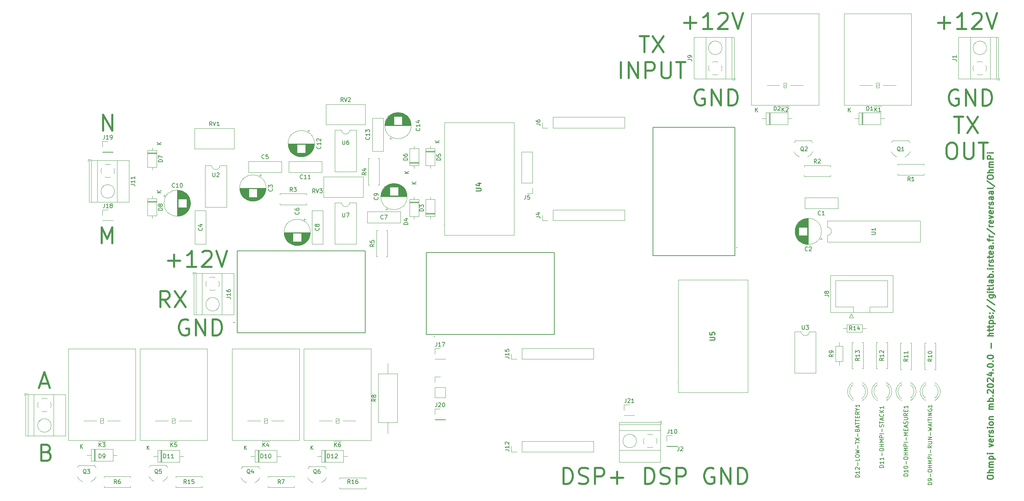
<source format=gbr>
%TF.GenerationSoftware,KiCad,Pcbnew,(6.0.9)*%
%TF.CreationDate,2023-02-22T20:31:19+01:00*%
%TF.ProjectId,mb.2024.0.0,6d622e32-3032-4342-9e30-2e302e6b6963,rev?*%
%TF.SameCoordinates,Original*%
%TF.FileFunction,Legend,Top*%
%TF.FilePolarity,Positive*%
%FSLAX46Y46*%
G04 Gerber Fmt 4.6, Leading zero omitted, Abs format (unit mm)*
G04 Created by KiCad (PCBNEW (6.0.9)) date 2023-02-22 20:31:19*
%MOMM*%
%LPD*%
G01*
G04 APERTURE LIST*
%ADD10C,0.500000*%
%ADD11C,0.300000*%
%ADD12C,0.150000*%
%ADD13C,0.254000*%
%ADD14C,0.120000*%
%ADD15C,0.100000*%
%ADD16C,0.127000*%
%ADD17C,0.200000*%
G04 APERTURE END LIST*
D10*
X179952380Y-37285714D02*
X183000000Y-37285714D01*
X181476190Y-38809523D02*
X181476190Y-35761904D01*
X187000000Y-38809523D02*
X184714285Y-38809523D01*
X185857142Y-38809523D02*
X185857142Y-34809523D01*
X185476190Y-35380952D01*
X185095238Y-35761904D01*
X184714285Y-35952380D01*
X188523809Y-35190476D02*
X188714285Y-35000000D01*
X189095238Y-34809523D01*
X190047619Y-34809523D01*
X190428571Y-35000000D01*
X190619047Y-35190476D01*
X190809523Y-35571428D01*
X190809523Y-35952380D01*
X190619047Y-36523809D01*
X188333333Y-38809523D01*
X190809523Y-38809523D01*
X191952380Y-34809523D02*
X193285714Y-38809523D01*
X194619047Y-34809523D01*
X170308571Y-151669523D02*
X170308571Y-147669523D01*
X171260952Y-147669523D01*
X171832380Y-147860000D01*
X172213333Y-148240952D01*
X172403809Y-148621904D01*
X172594285Y-149383809D01*
X172594285Y-149955238D01*
X172403809Y-150717142D01*
X172213333Y-151098095D01*
X171832380Y-151479047D01*
X171260952Y-151669523D01*
X170308571Y-151669523D01*
X174118095Y-151479047D02*
X174689523Y-151669523D01*
X175641904Y-151669523D01*
X176022857Y-151479047D01*
X176213333Y-151288571D01*
X176403809Y-150907619D01*
X176403809Y-150526666D01*
X176213333Y-150145714D01*
X176022857Y-149955238D01*
X175641904Y-149764761D01*
X174880000Y-149574285D01*
X174499047Y-149383809D01*
X174308571Y-149193333D01*
X174118095Y-148812380D01*
X174118095Y-148431428D01*
X174308571Y-148050476D01*
X174499047Y-147860000D01*
X174880000Y-147669523D01*
X175832380Y-147669523D01*
X176403809Y-147860000D01*
X178118095Y-151669523D02*
X178118095Y-147669523D01*
X179641904Y-147669523D01*
X180022857Y-147860000D01*
X180213333Y-148050476D01*
X180403809Y-148431428D01*
X180403809Y-149002857D01*
X180213333Y-149383809D01*
X180022857Y-149574285D01*
X179641904Y-149764761D01*
X178118095Y-149764761D01*
X187260952Y-147860000D02*
X186880000Y-147669523D01*
X186308571Y-147669523D01*
X185737142Y-147860000D01*
X185356190Y-148240952D01*
X185165714Y-148621904D01*
X184975238Y-149383809D01*
X184975238Y-149955238D01*
X185165714Y-150717142D01*
X185356190Y-151098095D01*
X185737142Y-151479047D01*
X186308571Y-151669523D01*
X186689523Y-151669523D01*
X187260952Y-151479047D01*
X187451428Y-151288571D01*
X187451428Y-149955238D01*
X186689523Y-149955238D01*
X189165714Y-151669523D02*
X189165714Y-147669523D01*
X191451428Y-151669523D01*
X191451428Y-147669523D01*
X193356190Y-151669523D02*
X193356190Y-147669523D01*
X194308571Y-147669523D01*
X194880000Y-147860000D01*
X195260952Y-148240952D01*
X195451428Y-148621904D01*
X195641904Y-149383809D01*
X195641904Y-149955238D01*
X195451428Y-150717142D01*
X195260952Y-151098095D01*
X194880000Y-151479047D01*
X194308571Y-151669523D01*
X193356190Y-151669523D01*
X35496666Y-91979523D02*
X35496666Y-87979523D01*
X36830000Y-90836666D01*
X38163333Y-87979523D01*
X38163333Y-91979523D01*
X21871214Y-143789285D02*
X22442642Y-143979761D01*
X22633119Y-144170238D01*
X22823595Y-144551190D01*
X22823595Y-145122619D01*
X22633119Y-145503571D01*
X22442642Y-145694047D01*
X22061690Y-145884523D01*
X20537880Y-145884523D01*
X20537880Y-141884523D01*
X21871214Y-141884523D01*
X22252166Y-142075000D01*
X22442642Y-142265476D01*
X22633119Y-142646428D01*
X22633119Y-143027380D01*
X22442642Y-143408333D01*
X22252166Y-143598809D01*
X21871214Y-143789285D01*
X20537880Y-143789285D01*
X52333333Y-107809523D02*
X51000000Y-105904761D01*
X50047619Y-107809523D02*
X50047619Y-103809523D01*
X51571428Y-103809523D01*
X51952380Y-104000000D01*
X52142857Y-104190476D01*
X52333333Y-104571428D01*
X52333333Y-105142857D01*
X52142857Y-105523809D01*
X51952380Y-105714285D01*
X51571428Y-105904761D01*
X50047619Y-105904761D01*
X53666666Y-103809523D02*
X56333333Y-107809523D01*
X56333333Y-103809523D02*
X53666666Y-107809523D01*
X247952380Y-54000000D02*
X247571428Y-53809523D01*
X247000000Y-53809523D01*
X246428571Y-54000000D01*
X246047619Y-54380952D01*
X245857142Y-54761904D01*
X245666666Y-55523809D01*
X245666666Y-56095238D01*
X245857142Y-56857142D01*
X246047619Y-57238095D01*
X246428571Y-57619047D01*
X247000000Y-57809523D01*
X247380952Y-57809523D01*
X247952380Y-57619047D01*
X248142857Y-57428571D01*
X248142857Y-56095238D01*
X247380952Y-56095238D01*
X249857142Y-57809523D02*
X249857142Y-53809523D01*
X252142857Y-57809523D01*
X252142857Y-53809523D01*
X254047619Y-57809523D02*
X254047619Y-53809523D01*
X255000000Y-53809523D01*
X255571428Y-54000000D01*
X255952380Y-54380952D01*
X256142857Y-54761904D01*
X256333333Y-55523809D01*
X256333333Y-56095238D01*
X256142857Y-56857142D01*
X255952380Y-57238095D01*
X255571428Y-57619047D01*
X255000000Y-57809523D01*
X254047619Y-57809523D01*
X184885039Y-53972876D02*
X184504087Y-53782399D01*
X183932659Y-53782399D01*
X183361230Y-53972876D01*
X182980278Y-54353828D01*
X182789801Y-54734780D01*
X182599325Y-55496685D01*
X182599325Y-56068114D01*
X182789801Y-56830018D01*
X182980278Y-57210971D01*
X183361230Y-57591923D01*
X183932659Y-57782399D01*
X184313611Y-57782399D01*
X184885039Y-57591923D01*
X185075516Y-57401447D01*
X185075516Y-56068114D01*
X184313611Y-56068114D01*
X186789801Y-57782399D02*
X186789801Y-53782399D01*
X189075516Y-57782399D01*
X189075516Y-53782399D01*
X190980278Y-57782399D02*
X190980278Y-53782399D01*
X191932659Y-53782399D01*
X192504087Y-53972876D01*
X192885039Y-54353828D01*
X193075516Y-54734780D01*
X193265992Y-55496685D01*
X193265992Y-56068114D01*
X193075516Y-56830018D01*
X192885039Y-57210971D01*
X192504087Y-57591923D01*
X191932659Y-57782399D01*
X190980278Y-57782399D01*
X246952380Y-60589523D02*
X249238095Y-60589523D01*
X248095238Y-64589523D02*
X248095238Y-60589523D01*
X250190476Y-60589523D02*
X252857142Y-64589523D01*
X252857142Y-60589523D02*
X250190476Y-64589523D01*
X246000000Y-67029523D02*
X246761904Y-67029523D01*
X247142857Y-67220000D01*
X247523809Y-67600952D01*
X247714285Y-68362857D01*
X247714285Y-69696190D01*
X247523809Y-70458095D01*
X247142857Y-70839047D01*
X246761904Y-71029523D01*
X246000000Y-71029523D01*
X245619047Y-70839047D01*
X245238095Y-70458095D01*
X245047619Y-69696190D01*
X245047619Y-68362857D01*
X245238095Y-67600952D01*
X245619047Y-67220000D01*
X246000000Y-67029523D01*
X249428571Y-67029523D02*
X249428571Y-70267619D01*
X249619047Y-70648571D01*
X249809523Y-70839047D01*
X250190476Y-71029523D01*
X250952380Y-71029523D01*
X251333333Y-70839047D01*
X251523809Y-70648571D01*
X251714285Y-70267619D01*
X251714285Y-67029523D01*
X253047619Y-67029523D02*
X255333333Y-67029523D01*
X254190476Y-71029523D02*
X254190476Y-67029523D01*
X56952380Y-111000000D02*
X56571428Y-110809523D01*
X56000000Y-110809523D01*
X55428571Y-111000000D01*
X55047619Y-111380952D01*
X54857142Y-111761904D01*
X54666666Y-112523809D01*
X54666666Y-113095238D01*
X54857142Y-113857142D01*
X55047619Y-114238095D01*
X55428571Y-114619047D01*
X56000000Y-114809523D01*
X56380952Y-114809523D01*
X56952380Y-114619047D01*
X57142857Y-114428571D01*
X57142857Y-113095238D01*
X56380952Y-113095238D01*
X58857142Y-114809523D02*
X58857142Y-110809523D01*
X61142857Y-114809523D01*
X61142857Y-110809523D01*
X63047619Y-114809523D02*
X63047619Y-110809523D01*
X64000000Y-110809523D01*
X64571428Y-111000000D01*
X64952380Y-111380952D01*
X65142857Y-111761904D01*
X65333333Y-112523809D01*
X65333333Y-113095238D01*
X65142857Y-113857142D01*
X64952380Y-114238095D01*
X64571428Y-114619047D01*
X64000000Y-114809523D01*
X63047619Y-114809523D01*
D11*
X255178571Y-150142857D02*
X255178571Y-149857142D01*
X255250000Y-149714285D01*
X255392857Y-149571428D01*
X255678571Y-149499999D01*
X256178571Y-149499999D01*
X256464285Y-149571428D01*
X256607142Y-149714285D01*
X256678571Y-149857142D01*
X256678571Y-150142857D01*
X256607142Y-150285714D01*
X256464285Y-150428571D01*
X256178571Y-150499999D01*
X255678571Y-150499999D01*
X255392857Y-150428571D01*
X255250000Y-150285714D01*
X255178571Y-150142857D01*
X256678571Y-148857142D02*
X255178571Y-148857142D01*
X256678571Y-148214285D02*
X255892857Y-148214285D01*
X255750000Y-148285714D01*
X255678571Y-148428571D01*
X255678571Y-148642857D01*
X255750000Y-148785714D01*
X255821428Y-148857142D01*
X256678571Y-147499999D02*
X255678571Y-147499999D01*
X255821428Y-147499999D02*
X255750000Y-147428571D01*
X255678571Y-147285714D01*
X255678571Y-147071428D01*
X255750000Y-146928571D01*
X255892857Y-146857142D01*
X256678571Y-146857142D01*
X255892857Y-146857142D02*
X255750000Y-146785714D01*
X255678571Y-146642857D01*
X255678571Y-146428571D01*
X255750000Y-146285714D01*
X255892857Y-146214285D01*
X256678571Y-146214285D01*
X255678571Y-145499999D02*
X257178571Y-145499999D01*
X255750000Y-145499999D02*
X255678571Y-145357142D01*
X255678571Y-145071428D01*
X255750000Y-144928571D01*
X255821428Y-144857142D01*
X255964285Y-144785714D01*
X256392857Y-144785714D01*
X256535714Y-144857142D01*
X256607142Y-144928571D01*
X256678571Y-145071428D01*
X256678571Y-145357142D01*
X256607142Y-145499999D01*
X256678571Y-144142857D02*
X255678571Y-144142857D01*
X255178571Y-144142857D02*
X255250000Y-144214285D01*
X255321428Y-144142857D01*
X255250000Y-144071428D01*
X255178571Y-144142857D01*
X255321428Y-144142857D01*
X255678571Y-142428571D02*
X256678571Y-142071428D01*
X255678571Y-141714285D01*
X256607142Y-140571428D02*
X256678571Y-140714285D01*
X256678571Y-140999999D01*
X256607142Y-141142857D01*
X256464285Y-141214285D01*
X255892857Y-141214285D01*
X255750000Y-141142857D01*
X255678571Y-140999999D01*
X255678571Y-140714285D01*
X255750000Y-140571428D01*
X255892857Y-140499999D01*
X256035714Y-140499999D01*
X256178571Y-141214285D01*
X256678571Y-139857142D02*
X255678571Y-139857142D01*
X255964285Y-139857142D02*
X255821428Y-139785714D01*
X255750000Y-139714285D01*
X255678571Y-139571428D01*
X255678571Y-139428571D01*
X256607142Y-138999999D02*
X256678571Y-138857142D01*
X256678571Y-138571428D01*
X256607142Y-138428571D01*
X256464285Y-138357142D01*
X256392857Y-138357142D01*
X256250000Y-138428571D01*
X256178571Y-138571428D01*
X256178571Y-138785714D01*
X256107142Y-138928571D01*
X255964285Y-138999999D01*
X255892857Y-138999999D01*
X255750000Y-138928571D01*
X255678571Y-138785714D01*
X255678571Y-138571428D01*
X255750000Y-138428571D01*
X256678571Y-137714285D02*
X255678571Y-137714285D01*
X255178571Y-137714285D02*
X255250000Y-137785714D01*
X255321428Y-137714285D01*
X255250000Y-137642857D01*
X255178571Y-137714285D01*
X255321428Y-137714285D01*
X256678571Y-136785714D02*
X256607142Y-136928571D01*
X256535714Y-136999999D01*
X256392857Y-137071428D01*
X255964285Y-137071428D01*
X255821428Y-136999999D01*
X255750000Y-136928571D01*
X255678571Y-136785714D01*
X255678571Y-136571428D01*
X255750000Y-136428571D01*
X255821428Y-136357142D01*
X255964285Y-136285714D01*
X256392857Y-136285714D01*
X256535714Y-136357142D01*
X256607142Y-136428571D01*
X256678571Y-136571428D01*
X256678571Y-136785714D01*
X255678571Y-135642857D02*
X256678571Y-135642857D01*
X255821428Y-135642857D02*
X255750000Y-135571428D01*
X255678571Y-135428571D01*
X255678571Y-135214285D01*
X255750000Y-135071428D01*
X255892857Y-134999999D01*
X256678571Y-134999999D01*
X256678571Y-133142857D02*
X255678571Y-133142857D01*
X255821428Y-133142857D02*
X255750000Y-133071428D01*
X255678571Y-132928571D01*
X255678571Y-132714285D01*
X255750000Y-132571428D01*
X255892857Y-132500000D01*
X256678571Y-132500000D01*
X255892857Y-132500000D02*
X255750000Y-132428571D01*
X255678571Y-132285714D01*
X255678571Y-132071428D01*
X255750000Y-131928571D01*
X255892857Y-131857142D01*
X256678571Y-131857142D01*
X256678571Y-131142857D02*
X255178571Y-131142857D01*
X255750000Y-131142857D02*
X255678571Y-131000000D01*
X255678571Y-130714285D01*
X255750000Y-130571428D01*
X255821428Y-130500000D01*
X255964285Y-130428571D01*
X256392857Y-130428571D01*
X256535714Y-130500000D01*
X256607142Y-130571428D01*
X256678571Y-130714285D01*
X256678571Y-131000000D01*
X256607142Y-131142857D01*
X256535714Y-129785714D02*
X256607142Y-129714285D01*
X256678571Y-129785714D01*
X256607142Y-129857142D01*
X256535714Y-129785714D01*
X256678571Y-129785714D01*
X255321428Y-129142857D02*
X255250000Y-129071428D01*
X255178571Y-128928571D01*
X255178571Y-128571428D01*
X255250000Y-128428571D01*
X255321428Y-128357142D01*
X255464285Y-128285714D01*
X255607142Y-128285714D01*
X255821428Y-128357142D01*
X256678571Y-129214285D01*
X256678571Y-128285714D01*
X255178571Y-127357142D02*
X255178571Y-127214285D01*
X255250000Y-127071428D01*
X255321428Y-127000000D01*
X255464285Y-126928571D01*
X255750000Y-126857142D01*
X256107142Y-126857142D01*
X256392857Y-126928571D01*
X256535714Y-127000000D01*
X256607142Y-127071428D01*
X256678571Y-127214285D01*
X256678571Y-127357142D01*
X256607142Y-127500000D01*
X256535714Y-127571428D01*
X256392857Y-127642857D01*
X256107142Y-127714285D01*
X255750000Y-127714285D01*
X255464285Y-127642857D01*
X255321428Y-127571428D01*
X255250000Y-127500000D01*
X255178571Y-127357142D01*
X255321428Y-126285714D02*
X255250000Y-126214285D01*
X255178571Y-126071428D01*
X255178571Y-125714285D01*
X255250000Y-125571428D01*
X255321428Y-125500000D01*
X255464285Y-125428571D01*
X255607142Y-125428571D01*
X255821428Y-125500000D01*
X256678571Y-126357142D01*
X256678571Y-125428571D01*
X255678571Y-124142857D02*
X256678571Y-124142857D01*
X255107142Y-124500000D02*
X256178571Y-124857142D01*
X256178571Y-123928571D01*
X256535714Y-123357142D02*
X256607142Y-123285714D01*
X256678571Y-123357142D01*
X256607142Y-123428571D01*
X256535714Y-123357142D01*
X256678571Y-123357142D01*
X255178571Y-122357142D02*
X255178571Y-122214285D01*
X255250000Y-122071428D01*
X255321428Y-122000000D01*
X255464285Y-121928571D01*
X255750000Y-121857142D01*
X256107142Y-121857142D01*
X256392857Y-121928571D01*
X256535714Y-122000000D01*
X256607142Y-122071428D01*
X256678571Y-122214285D01*
X256678571Y-122357142D01*
X256607142Y-122500000D01*
X256535714Y-122571428D01*
X256392857Y-122642857D01*
X256107142Y-122714285D01*
X255750000Y-122714285D01*
X255464285Y-122642857D01*
X255321428Y-122571428D01*
X255250000Y-122500000D01*
X255178571Y-122357142D01*
X256535714Y-121214285D02*
X256607142Y-121142857D01*
X256678571Y-121214285D01*
X256607142Y-121285714D01*
X256535714Y-121214285D01*
X256678571Y-121214285D01*
X255178571Y-120214285D02*
X255178571Y-120071428D01*
X255250000Y-119928571D01*
X255321428Y-119857142D01*
X255464285Y-119785714D01*
X255750000Y-119714285D01*
X256107142Y-119714285D01*
X256392857Y-119785714D01*
X256535714Y-119857142D01*
X256607142Y-119928571D01*
X256678571Y-120071428D01*
X256678571Y-120214285D01*
X256607142Y-120357142D01*
X256535714Y-120428571D01*
X256392857Y-120500000D01*
X256107142Y-120571428D01*
X255750000Y-120571428D01*
X255464285Y-120500000D01*
X255321428Y-120428571D01*
X255250000Y-120357142D01*
X255178571Y-120214285D01*
X256107142Y-117928571D02*
X256107142Y-116785714D01*
X256678571Y-114928571D02*
X255178571Y-114928571D01*
X256678571Y-114285714D02*
X255892857Y-114285714D01*
X255750000Y-114357142D01*
X255678571Y-114500000D01*
X255678571Y-114714285D01*
X255750000Y-114857142D01*
X255821428Y-114928571D01*
X255678571Y-113785714D02*
X255678571Y-113214285D01*
X255178571Y-113571428D02*
X256464285Y-113571428D01*
X256607142Y-113500000D01*
X256678571Y-113357142D01*
X256678571Y-113214285D01*
X255678571Y-112928571D02*
X255678571Y-112357142D01*
X255178571Y-112714285D02*
X256464285Y-112714285D01*
X256607142Y-112642857D01*
X256678571Y-112500000D01*
X256678571Y-112357142D01*
X255678571Y-111857142D02*
X257178571Y-111857142D01*
X255750000Y-111857142D02*
X255678571Y-111714285D01*
X255678571Y-111428571D01*
X255750000Y-111285714D01*
X255821428Y-111214285D01*
X255964285Y-111142857D01*
X256392857Y-111142857D01*
X256535714Y-111214285D01*
X256607142Y-111285714D01*
X256678571Y-111428571D01*
X256678571Y-111714285D01*
X256607142Y-111857142D01*
X256607142Y-110571428D02*
X256678571Y-110428571D01*
X256678571Y-110142857D01*
X256607142Y-110000000D01*
X256464285Y-109928571D01*
X256392857Y-109928571D01*
X256250000Y-110000000D01*
X256178571Y-110142857D01*
X256178571Y-110357142D01*
X256107142Y-110500000D01*
X255964285Y-110571428D01*
X255892857Y-110571428D01*
X255750000Y-110500000D01*
X255678571Y-110357142D01*
X255678571Y-110142857D01*
X255750000Y-110000000D01*
X256535714Y-109285714D02*
X256607142Y-109214285D01*
X256678571Y-109285714D01*
X256607142Y-109357142D01*
X256535714Y-109285714D01*
X256678571Y-109285714D01*
X255750000Y-109285714D02*
X255821428Y-109214285D01*
X255892857Y-109285714D01*
X255821428Y-109357142D01*
X255750000Y-109285714D01*
X255892857Y-109285714D01*
X255107142Y-107500000D02*
X257035714Y-108785714D01*
X255107142Y-105928571D02*
X257035714Y-107214285D01*
X255678571Y-104785714D02*
X256892857Y-104785714D01*
X257035714Y-104857142D01*
X257107142Y-104928571D01*
X257178571Y-105071428D01*
X257178571Y-105285714D01*
X257107142Y-105428571D01*
X256607142Y-104785714D02*
X256678571Y-104928571D01*
X256678571Y-105214285D01*
X256607142Y-105357142D01*
X256535714Y-105428571D01*
X256392857Y-105499999D01*
X255964285Y-105499999D01*
X255821428Y-105428571D01*
X255750000Y-105357142D01*
X255678571Y-105214285D01*
X255678571Y-104928571D01*
X255750000Y-104785714D01*
X256678571Y-104071428D02*
X255678571Y-104071428D01*
X255178571Y-104071428D02*
X255250000Y-104142857D01*
X255321428Y-104071428D01*
X255250000Y-103999999D01*
X255178571Y-104071428D01*
X255321428Y-104071428D01*
X255678571Y-103571428D02*
X255678571Y-102999999D01*
X255178571Y-103357142D02*
X256464285Y-103357142D01*
X256607142Y-103285714D01*
X256678571Y-103142857D01*
X256678571Y-102999999D01*
X256678571Y-102285714D02*
X256607142Y-102428571D01*
X256464285Y-102499999D01*
X255178571Y-102499999D01*
X256678571Y-101071428D02*
X255892857Y-101071428D01*
X255750000Y-101142857D01*
X255678571Y-101285714D01*
X255678571Y-101571428D01*
X255750000Y-101714285D01*
X256607142Y-101071428D02*
X256678571Y-101214285D01*
X256678571Y-101571428D01*
X256607142Y-101714285D01*
X256464285Y-101785714D01*
X256321428Y-101785714D01*
X256178571Y-101714285D01*
X256107142Y-101571428D01*
X256107142Y-101214285D01*
X256035714Y-101071428D01*
X256678571Y-100357142D02*
X255178571Y-100357142D01*
X255750000Y-100357142D02*
X255678571Y-100214285D01*
X255678571Y-99928571D01*
X255750000Y-99785714D01*
X255821428Y-99714285D01*
X255964285Y-99642857D01*
X256392857Y-99642857D01*
X256535714Y-99714285D01*
X256607142Y-99785714D01*
X256678571Y-99928571D01*
X256678571Y-100214285D01*
X256607142Y-100357142D01*
X256535714Y-98999999D02*
X256607142Y-98928571D01*
X256678571Y-98999999D01*
X256607142Y-99071428D01*
X256535714Y-98999999D01*
X256678571Y-98999999D01*
X256678571Y-98285714D02*
X255678571Y-98285714D01*
X255178571Y-98285714D02*
X255250000Y-98357142D01*
X255321428Y-98285714D01*
X255250000Y-98214285D01*
X255178571Y-98285714D01*
X255321428Y-98285714D01*
X256678571Y-97571428D02*
X255678571Y-97571428D01*
X255964285Y-97571428D02*
X255821428Y-97500000D01*
X255750000Y-97428571D01*
X255678571Y-97285714D01*
X255678571Y-97142857D01*
X256607142Y-96714285D02*
X256678571Y-96571428D01*
X256678571Y-96285714D01*
X256607142Y-96142857D01*
X256464285Y-96071428D01*
X256392857Y-96071428D01*
X256250000Y-96142857D01*
X256178571Y-96285714D01*
X256178571Y-96500000D01*
X256107142Y-96642857D01*
X255964285Y-96714285D01*
X255892857Y-96714285D01*
X255750000Y-96642857D01*
X255678571Y-96500000D01*
X255678571Y-96285714D01*
X255750000Y-96142857D01*
X255678571Y-95642857D02*
X255678571Y-95071428D01*
X255178571Y-95428571D02*
X256464285Y-95428571D01*
X256607142Y-95357142D01*
X256678571Y-95214285D01*
X256678571Y-95071428D01*
X256607142Y-94000000D02*
X256678571Y-94142857D01*
X256678571Y-94428571D01*
X256607142Y-94571428D01*
X256464285Y-94642857D01*
X255892857Y-94642857D01*
X255750000Y-94571428D01*
X255678571Y-94428571D01*
X255678571Y-94142857D01*
X255750000Y-94000000D01*
X255892857Y-93928571D01*
X256035714Y-93928571D01*
X256178571Y-94642857D01*
X256678571Y-92642857D02*
X255892857Y-92642857D01*
X255750000Y-92714285D01*
X255678571Y-92857142D01*
X255678571Y-93142857D01*
X255750000Y-93285714D01*
X256607142Y-92642857D02*
X256678571Y-92785714D01*
X256678571Y-93142857D01*
X256607142Y-93285714D01*
X256464285Y-93357142D01*
X256321428Y-93357142D01*
X256178571Y-93285714D01*
X256107142Y-93142857D01*
X256107142Y-92785714D01*
X256035714Y-92642857D01*
X256535714Y-91928571D02*
X256607142Y-91857142D01*
X256678571Y-91928571D01*
X256607142Y-92000000D01*
X256535714Y-91928571D01*
X256678571Y-91928571D01*
X255678571Y-91428571D02*
X255678571Y-90857142D01*
X256678571Y-91214285D02*
X255392857Y-91214285D01*
X255250000Y-91142857D01*
X255178571Y-90999999D01*
X255178571Y-90857142D01*
X256678571Y-90357142D02*
X255678571Y-90357142D01*
X255964285Y-90357142D02*
X255821428Y-90285714D01*
X255750000Y-90214285D01*
X255678571Y-90071428D01*
X255678571Y-89928571D01*
X255107142Y-88357142D02*
X257035714Y-89642857D01*
X256678571Y-87857142D02*
X255678571Y-87857142D01*
X255964285Y-87857142D02*
X255821428Y-87785714D01*
X255750000Y-87714285D01*
X255678571Y-87571428D01*
X255678571Y-87428571D01*
X256607142Y-86357142D02*
X256678571Y-86500000D01*
X256678571Y-86785714D01*
X256607142Y-86928571D01*
X256464285Y-87000000D01*
X255892857Y-87000000D01*
X255750000Y-86928571D01*
X255678571Y-86785714D01*
X255678571Y-86500000D01*
X255750000Y-86357142D01*
X255892857Y-86285714D01*
X256035714Y-86285714D01*
X256178571Y-87000000D01*
X255678571Y-85785714D02*
X256678571Y-85428571D01*
X255678571Y-85071428D01*
X256607142Y-83928571D02*
X256678571Y-84071428D01*
X256678571Y-84357142D01*
X256607142Y-84500000D01*
X256464285Y-84571428D01*
X255892857Y-84571428D01*
X255750000Y-84500000D01*
X255678571Y-84357142D01*
X255678571Y-84071428D01*
X255750000Y-83928571D01*
X255892857Y-83857142D01*
X256035714Y-83857142D01*
X256178571Y-84571428D01*
X256678571Y-83214285D02*
X255678571Y-83214285D01*
X255964285Y-83214285D02*
X255821428Y-83142857D01*
X255750000Y-83071428D01*
X255678571Y-82928571D01*
X255678571Y-82785714D01*
X256607142Y-82357142D02*
X256678571Y-82214285D01*
X256678571Y-81928571D01*
X256607142Y-81785714D01*
X256464285Y-81714285D01*
X256392857Y-81714285D01*
X256250000Y-81785714D01*
X256178571Y-81928571D01*
X256178571Y-82142857D01*
X256107142Y-82285714D01*
X255964285Y-82357142D01*
X255892857Y-82357142D01*
X255750000Y-82285714D01*
X255678571Y-82142857D01*
X255678571Y-81928571D01*
X255750000Y-81785714D01*
X256678571Y-80428571D02*
X255892857Y-80428571D01*
X255750000Y-80499999D01*
X255678571Y-80642857D01*
X255678571Y-80928571D01*
X255750000Y-81071428D01*
X256607142Y-80428571D02*
X256678571Y-80571428D01*
X256678571Y-80928571D01*
X256607142Y-81071428D01*
X256464285Y-81142857D01*
X256321428Y-81142857D01*
X256178571Y-81071428D01*
X256107142Y-80928571D01*
X256107142Y-80571428D01*
X256035714Y-80428571D01*
X256678571Y-79071428D02*
X255892857Y-79071428D01*
X255750000Y-79142857D01*
X255678571Y-79285714D01*
X255678571Y-79571428D01*
X255750000Y-79714285D01*
X256607142Y-79071428D02*
X256678571Y-79214285D01*
X256678571Y-79571428D01*
X256607142Y-79714285D01*
X256464285Y-79785714D01*
X256321428Y-79785714D01*
X256178571Y-79714285D01*
X256107142Y-79571428D01*
X256107142Y-79214285D01*
X256035714Y-79071428D01*
X256678571Y-78142857D02*
X256607142Y-78285714D01*
X256464285Y-78357142D01*
X255178571Y-78357142D01*
X255107142Y-76500000D02*
X257035714Y-77785714D01*
X255178571Y-75714285D02*
X255178571Y-75428571D01*
X255250000Y-75285714D01*
X255392857Y-75142857D01*
X255678571Y-75071428D01*
X256178571Y-75071428D01*
X256464285Y-75142857D01*
X256607142Y-75285714D01*
X256678571Y-75428571D01*
X256678571Y-75714285D01*
X256607142Y-75857142D01*
X256464285Y-76000000D01*
X256178571Y-76071428D01*
X255678571Y-76071428D01*
X255392857Y-76000000D01*
X255250000Y-75857142D01*
X255178571Y-75714285D01*
X256678571Y-74428571D02*
X255178571Y-74428571D01*
X256678571Y-73785714D02*
X255892857Y-73785714D01*
X255750000Y-73857142D01*
X255678571Y-74000000D01*
X255678571Y-74214285D01*
X255750000Y-74357142D01*
X255821428Y-74428571D01*
X256678571Y-73071428D02*
X255678571Y-73071428D01*
X255821428Y-73071428D02*
X255750000Y-73000000D01*
X255678571Y-72857142D01*
X255678571Y-72642857D01*
X255750000Y-72500000D01*
X255892857Y-72428571D01*
X256678571Y-72428571D01*
X255892857Y-72428571D02*
X255750000Y-72357142D01*
X255678571Y-72214285D01*
X255678571Y-72000000D01*
X255750000Y-71857142D01*
X255892857Y-71785714D01*
X256678571Y-71785714D01*
X256678571Y-71071428D02*
X255178571Y-71071428D01*
X255178571Y-70500000D01*
X255250000Y-70357142D01*
X255321428Y-70285714D01*
X255464285Y-70214285D01*
X255678571Y-70214285D01*
X255821428Y-70285714D01*
X255892857Y-70357142D01*
X255964285Y-70500000D01*
X255964285Y-71071428D01*
X256678571Y-69571428D02*
X255678571Y-69571428D01*
X255178571Y-69571428D02*
X255250000Y-69642857D01*
X255321428Y-69571428D01*
X255250000Y-69500000D01*
X255178571Y-69571428D01*
X255321428Y-69571428D01*
D10*
X51952380Y-96285714D02*
X55000000Y-96285714D01*
X53476190Y-97809523D02*
X53476190Y-94761904D01*
X59000000Y-97809523D02*
X56714285Y-97809523D01*
X57857142Y-97809523D02*
X57857142Y-93809523D01*
X57476190Y-94380952D01*
X57095238Y-94761904D01*
X56714285Y-94952380D01*
X60523809Y-94190476D02*
X60714285Y-94000000D01*
X61095238Y-93809523D01*
X62047619Y-93809523D01*
X62428571Y-94000000D01*
X62619047Y-94190476D01*
X62809523Y-94571428D01*
X62809523Y-94952380D01*
X62619047Y-95523809D01*
X60333333Y-97809523D01*
X62809523Y-97809523D01*
X63952380Y-93809523D02*
X65285714Y-97809523D01*
X66619047Y-93809523D01*
X150051428Y-151669523D02*
X150051428Y-147669523D01*
X151003809Y-147669523D01*
X151575238Y-147860000D01*
X151956190Y-148240952D01*
X152146666Y-148621904D01*
X152337142Y-149383809D01*
X152337142Y-149955238D01*
X152146666Y-150717142D01*
X151956190Y-151098095D01*
X151575238Y-151479047D01*
X151003809Y-151669523D01*
X150051428Y-151669523D01*
X153860952Y-151479047D02*
X154432380Y-151669523D01*
X155384761Y-151669523D01*
X155765714Y-151479047D01*
X155956190Y-151288571D01*
X156146666Y-150907619D01*
X156146666Y-150526666D01*
X155956190Y-150145714D01*
X155765714Y-149955238D01*
X155384761Y-149764761D01*
X154622857Y-149574285D01*
X154241904Y-149383809D01*
X154051428Y-149193333D01*
X153860952Y-148812380D01*
X153860952Y-148431428D01*
X154051428Y-148050476D01*
X154241904Y-147860000D01*
X154622857Y-147669523D01*
X155575238Y-147669523D01*
X156146666Y-147860000D01*
X157860952Y-151669523D02*
X157860952Y-147669523D01*
X159384761Y-147669523D01*
X159765714Y-147860000D01*
X159956190Y-148050476D01*
X160146666Y-148431428D01*
X160146666Y-149002857D01*
X159956190Y-149383809D01*
X159765714Y-149574285D01*
X159384761Y-149764761D01*
X157860952Y-149764761D01*
X161860952Y-150145714D02*
X164908571Y-150145714D01*
X163384761Y-151669523D02*
X163384761Y-148621904D01*
X242952380Y-37285714D02*
X246000000Y-37285714D01*
X244476190Y-38809523D02*
X244476190Y-35761904D01*
X250000000Y-38809523D02*
X247714285Y-38809523D01*
X248857142Y-38809523D02*
X248857142Y-34809523D01*
X248476190Y-35380952D01*
X248095238Y-35761904D01*
X247714285Y-35952380D01*
X251523809Y-35190476D02*
X251714285Y-35000000D01*
X252095238Y-34809523D01*
X253047619Y-34809523D01*
X253428571Y-35000000D01*
X253619047Y-35190476D01*
X253809523Y-35571428D01*
X253809523Y-35952380D01*
X253619047Y-36523809D01*
X251333333Y-38809523D01*
X253809523Y-38809523D01*
X254952380Y-34809523D02*
X256285714Y-38809523D01*
X257619047Y-34809523D01*
X35857142Y-64039523D02*
X35857142Y-60039523D01*
X38142857Y-64039523D01*
X38142857Y-60039523D01*
X20332619Y-126741666D02*
X22237380Y-126741666D01*
X19951666Y-127884523D02*
X21285000Y-123884523D01*
X22618333Y-127884523D01*
X168952380Y-40589523D02*
X171238095Y-40589523D01*
X170095238Y-44589523D02*
X170095238Y-40589523D01*
X172190476Y-40589523D02*
X174857142Y-44589523D01*
X174857142Y-40589523D02*
X172190476Y-44589523D01*
X164285714Y-51029523D02*
X164285714Y-47029523D01*
X166190476Y-51029523D02*
X166190476Y-47029523D01*
X168476190Y-51029523D01*
X168476190Y-47029523D01*
X170380952Y-51029523D02*
X170380952Y-47029523D01*
X171904761Y-47029523D01*
X172285714Y-47220000D01*
X172476190Y-47410476D01*
X172666666Y-47791428D01*
X172666666Y-48362857D01*
X172476190Y-48743809D01*
X172285714Y-48934285D01*
X171904761Y-49124761D01*
X170380952Y-49124761D01*
X174380952Y-47029523D02*
X174380952Y-50267619D01*
X174571428Y-50648571D01*
X174761904Y-50839047D01*
X175142857Y-51029523D01*
X175904761Y-51029523D01*
X176285714Y-50839047D01*
X176476190Y-50648571D01*
X176666666Y-50267619D01*
X176666666Y-47029523D01*
X178000000Y-47029523D02*
X180285714Y-47029523D01*
X179142857Y-51029523D02*
X179142857Y-47029523D01*
D12*
%TO.C,RV2*%
X95414761Y-56792380D02*
X95081428Y-56316190D01*
X94843333Y-56792380D02*
X94843333Y-55792380D01*
X95224285Y-55792380D01*
X95319523Y-55840000D01*
X95367142Y-55887619D01*
X95414761Y-55982857D01*
X95414761Y-56125714D01*
X95367142Y-56220952D01*
X95319523Y-56268571D01*
X95224285Y-56316190D01*
X94843333Y-56316190D01*
X95700476Y-55792380D02*
X96033809Y-56792380D01*
X96367142Y-55792380D01*
X96652857Y-55887619D02*
X96700476Y-55840000D01*
X96795714Y-55792380D01*
X97033809Y-55792380D01*
X97129047Y-55840000D01*
X97176666Y-55887619D01*
X97224285Y-55982857D01*
X97224285Y-56078095D01*
X97176666Y-56220952D01*
X96605238Y-56792380D01*
X97224285Y-56792380D01*
%TO.C,R6*%
X39203333Y-151582380D02*
X38870000Y-151106190D01*
X38631904Y-151582380D02*
X38631904Y-150582380D01*
X39012857Y-150582380D01*
X39108095Y-150630000D01*
X39155714Y-150677619D01*
X39203333Y-150772857D01*
X39203333Y-150915714D01*
X39155714Y-151010952D01*
X39108095Y-151058571D01*
X39012857Y-151106190D01*
X38631904Y-151106190D01*
X40060476Y-150582380D02*
X39870000Y-150582380D01*
X39774761Y-150630000D01*
X39727142Y-150677619D01*
X39631904Y-150820476D01*
X39584285Y-151010952D01*
X39584285Y-151391904D01*
X39631904Y-151487142D01*
X39679523Y-151534761D01*
X39774761Y-151582380D01*
X39965238Y-151582380D01*
X40060476Y-151534761D01*
X40108095Y-151487142D01*
X40155714Y-151391904D01*
X40155714Y-151153809D01*
X40108095Y-151058571D01*
X40060476Y-151010952D01*
X39965238Y-150963333D01*
X39774761Y-150963333D01*
X39679523Y-151010952D01*
X39631904Y-151058571D01*
X39584285Y-151153809D01*
%TO.C,J1*%
X246497380Y-46338333D02*
X247211666Y-46338333D01*
X247354523Y-46385952D01*
X247449761Y-46481190D01*
X247497380Y-46624047D01*
X247497380Y-46719285D01*
X247497380Y-45338333D02*
X247497380Y-45909761D01*
X247497380Y-45624047D02*
X246497380Y-45624047D01*
X246640238Y-45719285D01*
X246735476Y-45814523D01*
X246783095Y-45909761D01*
%TO.C,R1*%
X236053333Y-76482380D02*
X235720000Y-76006190D01*
X235481904Y-76482380D02*
X235481904Y-75482380D01*
X235862857Y-75482380D01*
X235958095Y-75530000D01*
X236005714Y-75577619D01*
X236053333Y-75672857D01*
X236053333Y-75815714D01*
X236005714Y-75910952D01*
X235958095Y-75958571D01*
X235862857Y-76006190D01*
X235481904Y-76006190D01*
X237005714Y-76482380D02*
X236434285Y-76482380D01*
X236720000Y-76482380D02*
X236720000Y-75482380D01*
X236624761Y-75625238D01*
X236529523Y-75720476D01*
X236434285Y-75768095D01*
%TO.C,J9*%
X180887380Y-46338333D02*
X181601666Y-46338333D01*
X181744523Y-46385952D01*
X181839761Y-46481190D01*
X181887380Y-46624047D01*
X181887380Y-46719285D01*
X181887380Y-45814523D02*
X181887380Y-45624047D01*
X181839761Y-45528809D01*
X181792142Y-45481190D01*
X181649285Y-45385952D01*
X181458809Y-45338333D01*
X181077857Y-45338333D01*
X180982619Y-45385952D01*
X180935000Y-45433571D01*
X180887380Y-45528809D01*
X180887380Y-45719285D01*
X180935000Y-45814523D01*
X180982619Y-45862142D01*
X181077857Y-45909761D01*
X181315952Y-45909761D01*
X181411190Y-45862142D01*
X181458809Y-45814523D01*
X181506428Y-45719285D01*
X181506428Y-45528809D01*
X181458809Y-45433571D01*
X181411190Y-45385952D01*
X181315952Y-45338333D01*
%TO.C,K6*%
X93241904Y-142419880D02*
X93241904Y-141419880D01*
X93813333Y-142419880D02*
X93384761Y-141848452D01*
X93813333Y-141419880D02*
X93241904Y-141991309D01*
X94670476Y-141419880D02*
X94480000Y-141419880D01*
X94384761Y-141467500D01*
X94337142Y-141515119D01*
X94241904Y-141657976D01*
X94194285Y-141848452D01*
X94194285Y-142229404D01*
X94241904Y-142324642D01*
X94289523Y-142372261D01*
X94384761Y-142419880D01*
X94575238Y-142419880D01*
X94670476Y-142372261D01*
X94718095Y-142324642D01*
X94765714Y-142229404D01*
X94765714Y-141991309D01*
X94718095Y-141896071D01*
X94670476Y-141848452D01*
X94575238Y-141800833D01*
X94384761Y-141800833D01*
X94289523Y-141848452D01*
X94241904Y-141896071D01*
X94194285Y-141991309D01*
%TO.C,D10-OHMPI-MEASURE1*%
X235452380Y-149690476D02*
X234452380Y-149690476D01*
X234452380Y-149452380D01*
X234500000Y-149309523D01*
X234595238Y-149214285D01*
X234690476Y-149166666D01*
X234880952Y-149119047D01*
X235023809Y-149119047D01*
X235214285Y-149166666D01*
X235309523Y-149214285D01*
X235404761Y-149309523D01*
X235452380Y-149452380D01*
X235452380Y-149690476D01*
X235452380Y-148166666D02*
X235452380Y-148738095D01*
X235452380Y-148452380D02*
X234452380Y-148452380D01*
X234595238Y-148547619D01*
X234690476Y-148642857D01*
X234738095Y-148738095D01*
X234452380Y-147547619D02*
X234452380Y-147452380D01*
X234500000Y-147357142D01*
X234547619Y-147309523D01*
X234642857Y-147261904D01*
X234833333Y-147214285D01*
X235071428Y-147214285D01*
X235261904Y-147261904D01*
X235357142Y-147309523D01*
X235404761Y-147357142D01*
X235452380Y-147452380D01*
X235452380Y-147547619D01*
X235404761Y-147642857D01*
X235357142Y-147690476D01*
X235261904Y-147738095D01*
X235071428Y-147785714D01*
X234833333Y-147785714D01*
X234642857Y-147738095D01*
X234547619Y-147690476D01*
X234500000Y-147642857D01*
X234452380Y-147547619D01*
X235071428Y-146785714D02*
X235071428Y-146023809D01*
X234452380Y-145357142D02*
X234452380Y-145166666D01*
X234500000Y-145071428D01*
X234595238Y-144976190D01*
X234785714Y-144928571D01*
X235119047Y-144928571D01*
X235309523Y-144976190D01*
X235404761Y-145071428D01*
X235452380Y-145166666D01*
X235452380Y-145357142D01*
X235404761Y-145452380D01*
X235309523Y-145547619D01*
X235119047Y-145595238D01*
X234785714Y-145595238D01*
X234595238Y-145547619D01*
X234500000Y-145452380D01*
X234452380Y-145357142D01*
X235452380Y-144500000D02*
X234452380Y-144500000D01*
X234928571Y-144500000D02*
X234928571Y-143928571D01*
X235452380Y-143928571D02*
X234452380Y-143928571D01*
X235452380Y-143452380D02*
X234452380Y-143452380D01*
X235166666Y-143119047D01*
X234452380Y-142785714D01*
X235452380Y-142785714D01*
X235452380Y-142309523D02*
X234452380Y-142309523D01*
X234452380Y-141928571D01*
X234500000Y-141833333D01*
X234547619Y-141785714D01*
X234642857Y-141738095D01*
X234785714Y-141738095D01*
X234880952Y-141785714D01*
X234928571Y-141833333D01*
X234976190Y-141928571D01*
X234976190Y-142309523D01*
X235452380Y-141309523D02*
X234452380Y-141309523D01*
X235071428Y-140833333D02*
X235071428Y-140071428D01*
X235452380Y-139595238D02*
X234452380Y-139595238D01*
X235166666Y-139261904D01*
X234452380Y-138928571D01*
X235452380Y-138928571D01*
X234928571Y-138452380D02*
X234928571Y-138119047D01*
X235452380Y-137976190D02*
X235452380Y-138452380D01*
X234452380Y-138452380D01*
X234452380Y-137976190D01*
X235166666Y-137595238D02*
X235166666Y-137119047D01*
X235452380Y-137690476D02*
X234452380Y-137357142D01*
X235452380Y-137023809D01*
X235404761Y-136738095D02*
X235452380Y-136595238D01*
X235452380Y-136357142D01*
X235404761Y-136261904D01*
X235357142Y-136214285D01*
X235261904Y-136166666D01*
X235166666Y-136166666D01*
X235071428Y-136214285D01*
X235023809Y-136261904D01*
X234976190Y-136357142D01*
X234928571Y-136547619D01*
X234880952Y-136642857D01*
X234833333Y-136690476D01*
X234738095Y-136738095D01*
X234642857Y-136738095D01*
X234547619Y-136690476D01*
X234500000Y-136642857D01*
X234452380Y-136547619D01*
X234452380Y-136309523D01*
X234500000Y-136166666D01*
X234452380Y-135738095D02*
X235261904Y-135738095D01*
X235357142Y-135690476D01*
X235404761Y-135642857D01*
X235452380Y-135547619D01*
X235452380Y-135357142D01*
X235404761Y-135261904D01*
X235357142Y-135214285D01*
X235261904Y-135166666D01*
X234452380Y-135166666D01*
X235452380Y-134119047D02*
X234976190Y-134452380D01*
X235452380Y-134690476D02*
X234452380Y-134690476D01*
X234452380Y-134309523D01*
X234500000Y-134214285D01*
X234547619Y-134166666D01*
X234642857Y-134119047D01*
X234785714Y-134119047D01*
X234880952Y-134166666D01*
X234928571Y-134214285D01*
X234976190Y-134309523D01*
X234976190Y-134690476D01*
X234928571Y-133690476D02*
X234928571Y-133357142D01*
X235452380Y-133214285D02*
X235452380Y-133690476D01*
X234452380Y-133690476D01*
X234452380Y-133214285D01*
X235452380Y-132261904D02*
X235452380Y-132833333D01*
X235452380Y-132547619D02*
X234452380Y-132547619D01*
X234595238Y-132642857D01*
X234690476Y-132738095D01*
X234738095Y-132833333D01*
%TO.C,K1*%
X227261904Y-59252380D02*
X227261904Y-58252380D01*
X227833333Y-59252380D02*
X227404761Y-58680952D01*
X227833333Y-58252380D02*
X227261904Y-58823809D01*
X228785714Y-59252380D02*
X228214285Y-59252380D01*
X228500000Y-59252380D02*
X228500000Y-58252380D01*
X228404761Y-58395238D01*
X228309523Y-58490476D01*
X228214285Y-58538095D01*
%TO.C,J18*%
X36190476Y-82122380D02*
X36190476Y-82836666D01*
X36142857Y-82979523D01*
X36047619Y-83074761D01*
X35904761Y-83122380D01*
X35809523Y-83122380D01*
X37190476Y-83122380D02*
X36619047Y-83122380D01*
X36904761Y-83122380D02*
X36904761Y-82122380D01*
X36809523Y-82265238D01*
X36714285Y-82360476D01*
X36619047Y-82408095D01*
X37761904Y-82550952D02*
X37666666Y-82503333D01*
X37619047Y-82455714D01*
X37571428Y-82360476D01*
X37571428Y-82312857D01*
X37619047Y-82217619D01*
X37666666Y-82170000D01*
X37761904Y-82122380D01*
X37952380Y-82122380D01*
X38047619Y-82170000D01*
X38095238Y-82217619D01*
X38142857Y-82312857D01*
X38142857Y-82360476D01*
X38095238Y-82455714D01*
X38047619Y-82503333D01*
X37952380Y-82550952D01*
X37761904Y-82550952D01*
X37666666Y-82598571D01*
X37619047Y-82646190D01*
X37571428Y-82741428D01*
X37571428Y-82931904D01*
X37619047Y-83027142D01*
X37666666Y-83074761D01*
X37761904Y-83122380D01*
X37952380Y-83122380D01*
X38047619Y-83074761D01*
X38095238Y-83027142D01*
X38142857Y-82931904D01*
X38142857Y-82741428D01*
X38095238Y-82646190D01*
X38047619Y-82598571D01*
X37952380Y-82550952D01*
%TO.C,J20*%
X118620476Y-131502380D02*
X118620476Y-132216666D01*
X118572857Y-132359523D01*
X118477619Y-132454761D01*
X118334761Y-132502380D01*
X118239523Y-132502380D01*
X119049047Y-131597619D02*
X119096666Y-131550000D01*
X119191904Y-131502380D01*
X119430000Y-131502380D01*
X119525238Y-131550000D01*
X119572857Y-131597619D01*
X119620476Y-131692857D01*
X119620476Y-131788095D01*
X119572857Y-131930952D01*
X119001428Y-132502380D01*
X119620476Y-132502380D01*
X120239523Y-131502380D02*
X120334761Y-131502380D01*
X120430000Y-131550000D01*
X120477619Y-131597619D01*
X120525238Y-131692857D01*
X120572857Y-131883333D01*
X120572857Y-132121428D01*
X120525238Y-132311904D01*
X120477619Y-132407142D01*
X120430000Y-132454761D01*
X120334761Y-132502380D01*
X120239523Y-132502380D01*
X120144285Y-132454761D01*
X120096666Y-132407142D01*
X120049047Y-132311904D01*
X120001428Y-132121428D01*
X120001428Y-131883333D01*
X120049047Y-131692857D01*
X120096666Y-131597619D01*
X120144285Y-131550000D01*
X120239523Y-131502380D01*
%TO.C,*%
%TO.C,K4*%
X75461904Y-142419880D02*
X75461904Y-141419880D01*
X76033333Y-142419880D02*
X75604761Y-141848452D01*
X76033333Y-141419880D02*
X75461904Y-141991309D01*
X76890476Y-141753214D02*
X76890476Y-142419880D01*
X76652380Y-141372261D02*
X76414285Y-142086547D01*
X77033333Y-142086547D01*
%TO.C,D10*%
X74985714Y-145232380D02*
X74985714Y-144232380D01*
X75223809Y-144232380D01*
X75366666Y-144280000D01*
X75461904Y-144375238D01*
X75509523Y-144470476D01*
X75557142Y-144660952D01*
X75557142Y-144803809D01*
X75509523Y-144994285D01*
X75461904Y-145089523D01*
X75366666Y-145184761D01*
X75223809Y-145232380D01*
X74985714Y-145232380D01*
X76509523Y-145232380D02*
X75938095Y-145232380D01*
X76223809Y-145232380D02*
X76223809Y-144232380D01*
X76128571Y-144375238D01*
X76033333Y-144470476D01*
X75938095Y-144518095D01*
X77128571Y-144232380D02*
X77223809Y-144232380D01*
X77319047Y-144280000D01*
X77366666Y-144327619D01*
X77414285Y-144422857D01*
X77461904Y-144613333D01*
X77461904Y-144851428D01*
X77414285Y-145041904D01*
X77366666Y-145137142D01*
X77319047Y-145184761D01*
X77223809Y-145232380D01*
X77128571Y-145232380D01*
X77033333Y-145184761D01*
X76985714Y-145137142D01*
X76938095Y-145041904D01*
X76890476Y-144851428D01*
X76890476Y-144613333D01*
X76938095Y-144422857D01*
X76985714Y-144327619D01*
X77033333Y-144280000D01*
X77128571Y-144232380D01*
X70858095Y-143132380D02*
X70858095Y-142132380D01*
X71429523Y-143132380D02*
X71000952Y-142560952D01*
X71429523Y-142132380D02*
X70858095Y-142703809D01*
%TO.C,*%
%TO.C,R2*%
X212833333Y-72082380D02*
X212500000Y-71606190D01*
X212261904Y-72082380D02*
X212261904Y-71082380D01*
X212642857Y-71082380D01*
X212738095Y-71130000D01*
X212785714Y-71177619D01*
X212833333Y-71272857D01*
X212833333Y-71415714D01*
X212785714Y-71510952D01*
X212738095Y-71558571D01*
X212642857Y-71606190D01*
X212261904Y-71606190D01*
X213214285Y-71177619D02*
X213261904Y-71130000D01*
X213357142Y-71082380D01*
X213595238Y-71082380D01*
X213690476Y-71130000D01*
X213738095Y-71177619D01*
X213785714Y-71272857D01*
X213785714Y-71368095D01*
X213738095Y-71510952D01*
X213166666Y-72082380D01*
X213785714Y-72082380D01*
%TO.C,D8*%
X50572380Y-83738095D02*
X49572380Y-83738095D01*
X49572380Y-83500000D01*
X49620000Y-83357142D01*
X49715238Y-83261904D01*
X49810476Y-83214285D01*
X50000952Y-83166666D01*
X50143809Y-83166666D01*
X50334285Y-83214285D01*
X50429523Y-83261904D01*
X50524761Y-83357142D01*
X50572380Y-83500000D01*
X50572380Y-83738095D01*
X50000952Y-82595238D02*
X49953333Y-82690476D01*
X49905714Y-82738095D01*
X49810476Y-82785714D01*
X49762857Y-82785714D01*
X49667619Y-82738095D01*
X49620000Y-82690476D01*
X49572380Y-82595238D01*
X49572380Y-82404761D01*
X49620000Y-82309523D01*
X49667619Y-82261904D01*
X49762857Y-82214285D01*
X49810476Y-82214285D01*
X49905714Y-82261904D01*
X49953333Y-82309523D01*
X50000952Y-82404761D01*
X50000952Y-82595238D01*
X50048571Y-82690476D01*
X50096190Y-82738095D01*
X50191428Y-82785714D01*
X50381904Y-82785714D01*
X50477142Y-82738095D01*
X50524761Y-82690476D01*
X50572380Y-82595238D01*
X50572380Y-82404761D01*
X50524761Y-82309523D01*
X50477142Y-82261904D01*
X50381904Y-82214285D01*
X50191428Y-82214285D01*
X50096190Y-82261904D01*
X50048571Y-82309523D01*
X50000952Y-82404761D01*
X50252380Y-79451904D02*
X49252380Y-79451904D01*
X50252380Y-78880476D02*
X49680952Y-79309047D01*
X49252380Y-78880476D02*
X49823809Y-79451904D01*
%TO.C,C7*%
X105333333Y-85857142D02*
X105285714Y-85904761D01*
X105142857Y-85952380D01*
X105047619Y-85952380D01*
X104904761Y-85904761D01*
X104809523Y-85809523D01*
X104761904Y-85714285D01*
X104714285Y-85523809D01*
X104714285Y-85380952D01*
X104761904Y-85190476D01*
X104809523Y-85095238D01*
X104904761Y-85000000D01*
X105047619Y-84952380D01*
X105142857Y-84952380D01*
X105285714Y-85000000D01*
X105333333Y-85047619D01*
X105666666Y-84952380D02*
X106333333Y-84952380D01*
X105904761Y-85952380D01*
%TO.C,R12*%
X229452380Y-120452857D02*
X228976190Y-120786190D01*
X229452380Y-121024285D02*
X228452380Y-121024285D01*
X228452380Y-120643333D01*
X228500000Y-120548095D01*
X228547619Y-120500476D01*
X228642857Y-120452857D01*
X228785714Y-120452857D01*
X228880952Y-120500476D01*
X228928571Y-120548095D01*
X228976190Y-120643333D01*
X228976190Y-121024285D01*
X229452380Y-119500476D02*
X229452380Y-120071904D01*
X229452380Y-119786190D02*
X228452380Y-119786190D01*
X228595238Y-119881428D01*
X228690476Y-119976666D01*
X228738095Y-120071904D01*
X228547619Y-119119523D02*
X228500000Y-119071904D01*
X228452380Y-118976666D01*
X228452380Y-118738571D01*
X228500000Y-118643333D01*
X228547619Y-118595714D01*
X228642857Y-118548095D01*
X228738095Y-118548095D01*
X228880952Y-118595714D01*
X229452380Y-119167142D01*
X229452380Y-118548095D01*
%TO.C,J4*%
X143247380Y-85333333D02*
X143961666Y-85333333D01*
X144104523Y-85380952D01*
X144199761Y-85476190D01*
X144247380Y-85619047D01*
X144247380Y-85714285D01*
X143580714Y-84428571D02*
X144247380Y-84428571D01*
X143199761Y-84666666D02*
X143914047Y-84904761D01*
X143914047Y-84285714D01*
%TO.C,R13*%
X223452380Y-120452857D02*
X222976190Y-120786190D01*
X223452380Y-121024285D02*
X222452380Y-121024285D01*
X222452380Y-120643333D01*
X222500000Y-120548095D01*
X222547619Y-120500476D01*
X222642857Y-120452857D01*
X222785714Y-120452857D01*
X222880952Y-120500476D01*
X222928571Y-120548095D01*
X222976190Y-120643333D01*
X222976190Y-121024285D01*
X223452380Y-119500476D02*
X223452380Y-120071904D01*
X223452380Y-119786190D02*
X222452380Y-119786190D01*
X222595238Y-119881428D01*
X222690476Y-119976666D01*
X222738095Y-120071904D01*
X222452380Y-119167142D02*
X222452380Y-118548095D01*
X222833333Y-118881428D01*
X222833333Y-118738571D01*
X222880952Y-118643333D01*
X222928571Y-118595714D01*
X223023809Y-118548095D01*
X223261904Y-118548095D01*
X223357142Y-118595714D01*
X223404761Y-118643333D01*
X223452380Y-118738571D01*
X223452380Y-119024285D01*
X223404761Y-119119523D01*
X223357142Y-119167142D01*
%TO.C,J6*%
X143247380Y-62333333D02*
X143961666Y-62333333D01*
X144104523Y-62380952D01*
X144199761Y-62476190D01*
X144247380Y-62619047D01*
X144247380Y-62714285D01*
X143247380Y-61428571D02*
X143247380Y-61619047D01*
X143295000Y-61714285D01*
X143342619Y-61761904D01*
X143485476Y-61857142D01*
X143675952Y-61904761D01*
X144056904Y-61904761D01*
X144152142Y-61857142D01*
X144199761Y-61809523D01*
X144247380Y-61714285D01*
X144247380Y-61523809D01*
X144199761Y-61428571D01*
X144152142Y-61380952D01*
X144056904Y-61333333D01*
X143818809Y-61333333D01*
X143723571Y-61380952D01*
X143675952Y-61428571D01*
X143628333Y-61523809D01*
X143628333Y-61714285D01*
X143675952Y-61809523D01*
X143723571Y-61857142D01*
X143818809Y-61904761D01*
%TO.C,J5*%
X140666666Y-80032380D02*
X140666666Y-80746666D01*
X140619047Y-80889523D01*
X140523809Y-80984761D01*
X140380952Y-81032380D01*
X140285714Y-81032380D01*
X141619047Y-80032380D02*
X141142857Y-80032380D01*
X141095238Y-80508571D01*
X141142857Y-80460952D01*
X141238095Y-80413333D01*
X141476190Y-80413333D01*
X141571428Y-80460952D01*
X141619047Y-80508571D01*
X141666666Y-80603809D01*
X141666666Y-80841904D01*
X141619047Y-80937142D01*
X141571428Y-80984761D01*
X141476190Y-81032380D01*
X141238095Y-81032380D01*
X141142857Y-80984761D01*
X141095238Y-80937142D01*
%TO.C,C13*%
X101857142Y-65642857D02*
X101904761Y-65690476D01*
X101952380Y-65833333D01*
X101952380Y-65928571D01*
X101904761Y-66071428D01*
X101809523Y-66166666D01*
X101714285Y-66214285D01*
X101523809Y-66261904D01*
X101380952Y-66261904D01*
X101190476Y-66214285D01*
X101095238Y-66166666D01*
X101000000Y-66071428D01*
X100952380Y-65928571D01*
X100952380Y-65833333D01*
X101000000Y-65690476D01*
X101047619Y-65642857D01*
X101952380Y-64690476D02*
X101952380Y-65261904D01*
X101952380Y-64976190D02*
X100952380Y-64976190D01*
X101095238Y-65071428D01*
X101190476Y-65166666D01*
X101238095Y-65261904D01*
X100952380Y-64357142D02*
X100952380Y-63738095D01*
X101333333Y-64071428D01*
X101333333Y-63928571D01*
X101380952Y-63833333D01*
X101428571Y-63785714D01*
X101523809Y-63738095D01*
X101761904Y-63738095D01*
X101857142Y-63785714D01*
X101904761Y-63833333D01*
X101952380Y-63928571D01*
X101952380Y-64214285D01*
X101904761Y-64309523D01*
X101857142Y-64357142D01*
D13*
%TO.C,U4*%
X128304523Y-78967619D02*
X129332619Y-78967619D01*
X129453571Y-78907142D01*
X129514047Y-78846666D01*
X129574523Y-78725714D01*
X129574523Y-78483809D01*
X129514047Y-78362857D01*
X129453571Y-78302380D01*
X129332619Y-78241904D01*
X128304523Y-78241904D01*
X128727857Y-77092857D02*
X129574523Y-77092857D01*
X128244047Y-77395238D02*
X129151190Y-77697619D01*
X129151190Y-76911428D01*
D12*
%TO.C,U1*%
X226452380Y-89761904D02*
X227261904Y-89761904D01*
X227357142Y-89714285D01*
X227404761Y-89666666D01*
X227452380Y-89571428D01*
X227452380Y-89380952D01*
X227404761Y-89285714D01*
X227357142Y-89238095D01*
X227261904Y-89190476D01*
X226452380Y-89190476D01*
X227452380Y-88190476D02*
X227452380Y-88761904D01*
X227452380Y-88476190D02*
X226452380Y-88476190D01*
X226595238Y-88571428D01*
X226690476Y-88666666D01*
X226738095Y-88761904D01*
%TO.C,J8*%
X214807380Y-104815833D02*
X215521666Y-104815833D01*
X215664523Y-104863452D01*
X215759761Y-104958690D01*
X215807380Y-105101547D01*
X215807380Y-105196785D01*
X215235952Y-104196785D02*
X215188333Y-104292023D01*
X215140714Y-104339642D01*
X215045476Y-104387261D01*
X214997857Y-104387261D01*
X214902619Y-104339642D01*
X214855000Y-104292023D01*
X214807380Y-104196785D01*
X214807380Y-104006309D01*
X214855000Y-103911071D01*
X214902619Y-103863452D01*
X214997857Y-103815833D01*
X215045476Y-103815833D01*
X215140714Y-103863452D01*
X215188333Y-103911071D01*
X215235952Y-104006309D01*
X215235952Y-104196785D01*
X215283571Y-104292023D01*
X215331190Y-104339642D01*
X215426428Y-104387261D01*
X215616904Y-104387261D01*
X215712142Y-104339642D01*
X215759761Y-104292023D01*
X215807380Y-104196785D01*
X215807380Y-104006309D01*
X215759761Y-103911071D01*
X215712142Y-103863452D01*
X215616904Y-103815833D01*
X215426428Y-103815833D01*
X215331190Y-103863452D01*
X215283571Y-103911071D01*
X215235952Y-104006309D01*
%TO.C,U3*%
X209248095Y-112322380D02*
X209248095Y-113131904D01*
X209295714Y-113227142D01*
X209343333Y-113274761D01*
X209438571Y-113322380D01*
X209629047Y-113322380D01*
X209724285Y-113274761D01*
X209771904Y-113227142D01*
X209819523Y-113131904D01*
X209819523Y-112322380D01*
X210200476Y-112322380D02*
X210819523Y-112322380D01*
X210486190Y-112703333D01*
X210629047Y-112703333D01*
X210724285Y-112750952D01*
X210771904Y-112798571D01*
X210819523Y-112893809D01*
X210819523Y-113131904D01*
X210771904Y-113227142D01*
X210724285Y-113274761D01*
X210629047Y-113322380D01*
X210343333Y-113322380D01*
X210248095Y-113274761D01*
X210200476Y-113227142D01*
%TO.C,R5*%
X103082380Y-92166666D02*
X102606190Y-92500000D01*
X103082380Y-92738095D02*
X102082380Y-92738095D01*
X102082380Y-92357142D01*
X102130000Y-92261904D01*
X102177619Y-92214285D01*
X102272857Y-92166666D01*
X102415714Y-92166666D01*
X102510952Y-92214285D01*
X102558571Y-92261904D01*
X102606190Y-92357142D01*
X102606190Y-92738095D01*
X102082380Y-91261904D02*
X102082380Y-91738095D01*
X102558571Y-91785714D01*
X102510952Y-91738095D01*
X102463333Y-91642857D01*
X102463333Y-91404761D01*
X102510952Y-91309523D01*
X102558571Y-91261904D01*
X102653809Y-91214285D01*
X102891904Y-91214285D01*
X102987142Y-91261904D01*
X103034761Y-91309523D01*
X103082380Y-91404761D01*
X103082380Y-91642857D01*
X103034761Y-91738095D01*
X102987142Y-91785714D01*
%TO.C,R4*%
X101082380Y-74356666D02*
X100606190Y-74690000D01*
X101082380Y-74928095D02*
X100082380Y-74928095D01*
X100082380Y-74547142D01*
X100130000Y-74451904D01*
X100177619Y-74404285D01*
X100272857Y-74356666D01*
X100415714Y-74356666D01*
X100510952Y-74404285D01*
X100558571Y-74451904D01*
X100606190Y-74547142D01*
X100606190Y-74928095D01*
X100415714Y-73499523D02*
X101082380Y-73499523D01*
X100034761Y-73737619D02*
X100749047Y-73975714D01*
X100749047Y-73356666D01*
%TO.C,D7*%
X50572380Y-71738095D02*
X49572380Y-71738095D01*
X49572380Y-71500000D01*
X49620000Y-71357142D01*
X49715238Y-71261904D01*
X49810476Y-71214285D01*
X50000952Y-71166666D01*
X50143809Y-71166666D01*
X50334285Y-71214285D01*
X50429523Y-71261904D01*
X50524761Y-71357142D01*
X50572380Y-71500000D01*
X50572380Y-71738095D01*
X49572380Y-70833333D02*
X49572380Y-70166666D01*
X50572380Y-70595238D01*
X50252380Y-67451904D02*
X49252380Y-67451904D01*
X50252380Y-66880476D02*
X49680952Y-67309047D01*
X49252380Y-66880476D02*
X49823809Y-67451904D01*
%TO.C,D5*%
X119572380Y-71308095D02*
X118572380Y-71308095D01*
X118572380Y-71070000D01*
X118620000Y-70927142D01*
X118715238Y-70831904D01*
X118810476Y-70784285D01*
X119000952Y-70736666D01*
X119143809Y-70736666D01*
X119334285Y-70784285D01*
X119429523Y-70831904D01*
X119524761Y-70927142D01*
X119572380Y-71070000D01*
X119572380Y-71308095D01*
X118572380Y-69831904D02*
X118572380Y-70308095D01*
X119048571Y-70355714D01*
X119000952Y-70308095D01*
X118953333Y-70212857D01*
X118953333Y-69974761D01*
X119000952Y-69879523D01*
X119048571Y-69831904D01*
X119143809Y-69784285D01*
X119381904Y-69784285D01*
X119477142Y-69831904D01*
X119524761Y-69879523D01*
X119572380Y-69974761D01*
X119572380Y-70212857D01*
X119524761Y-70308095D01*
X119477142Y-70355714D01*
X119252380Y-67021904D02*
X118252380Y-67021904D01*
X119252380Y-66450476D02*
X118680952Y-66879047D01*
X118252380Y-66450476D02*
X118823809Y-67021904D01*
%TO.C,Q6*%
X88804761Y-149137619D02*
X88709523Y-149090000D01*
X88614285Y-148994761D01*
X88471428Y-148851904D01*
X88376190Y-148804285D01*
X88280952Y-148804285D01*
X88328571Y-149042380D02*
X88233333Y-148994761D01*
X88138095Y-148899523D01*
X88090476Y-148709047D01*
X88090476Y-148375714D01*
X88138095Y-148185238D01*
X88233333Y-148090000D01*
X88328571Y-148042380D01*
X88519047Y-148042380D01*
X88614285Y-148090000D01*
X88709523Y-148185238D01*
X88757142Y-148375714D01*
X88757142Y-148709047D01*
X88709523Y-148899523D01*
X88614285Y-148994761D01*
X88519047Y-149042380D01*
X88328571Y-149042380D01*
X89614285Y-148042380D02*
X89423809Y-148042380D01*
X89328571Y-148090000D01*
X89280952Y-148137619D01*
X89185714Y-148280476D01*
X89138095Y-148470952D01*
X89138095Y-148851904D01*
X89185714Y-148947142D01*
X89233333Y-148994761D01*
X89328571Y-149042380D01*
X89519047Y-149042380D01*
X89614285Y-148994761D01*
X89661904Y-148947142D01*
X89709523Y-148851904D01*
X89709523Y-148613809D01*
X89661904Y-148518571D01*
X89614285Y-148470952D01*
X89519047Y-148423333D01*
X89328571Y-148423333D01*
X89233333Y-148470952D01*
X89185714Y-148518571D01*
X89138095Y-148613809D01*
%TO.C,Q5*%
X49434761Y-149137619D02*
X49339523Y-149090000D01*
X49244285Y-148994761D01*
X49101428Y-148851904D01*
X49006190Y-148804285D01*
X48910952Y-148804285D01*
X48958571Y-149042380D02*
X48863333Y-148994761D01*
X48768095Y-148899523D01*
X48720476Y-148709047D01*
X48720476Y-148375714D01*
X48768095Y-148185238D01*
X48863333Y-148090000D01*
X48958571Y-148042380D01*
X49149047Y-148042380D01*
X49244285Y-148090000D01*
X49339523Y-148185238D01*
X49387142Y-148375714D01*
X49387142Y-148709047D01*
X49339523Y-148899523D01*
X49244285Y-148994761D01*
X49149047Y-149042380D01*
X48958571Y-149042380D01*
X50291904Y-148042380D02*
X49815714Y-148042380D01*
X49768095Y-148518571D01*
X49815714Y-148470952D01*
X49910952Y-148423333D01*
X50149047Y-148423333D01*
X50244285Y-148470952D01*
X50291904Y-148518571D01*
X50339523Y-148613809D01*
X50339523Y-148851904D01*
X50291904Y-148947142D01*
X50244285Y-148994761D01*
X50149047Y-149042380D01*
X49910952Y-149042380D01*
X49815714Y-148994761D01*
X49768095Y-148947142D01*
%TO.C,Q1*%
X233584761Y-69127619D02*
X233489523Y-69080000D01*
X233394285Y-68984761D01*
X233251428Y-68841904D01*
X233156190Y-68794285D01*
X233060952Y-68794285D01*
X233108571Y-69032380D02*
X233013333Y-68984761D01*
X232918095Y-68889523D01*
X232870476Y-68699047D01*
X232870476Y-68365714D01*
X232918095Y-68175238D01*
X233013333Y-68080000D01*
X233108571Y-68032380D01*
X233299047Y-68032380D01*
X233394285Y-68080000D01*
X233489523Y-68175238D01*
X233537142Y-68365714D01*
X233537142Y-68699047D01*
X233489523Y-68889523D01*
X233394285Y-68984761D01*
X233299047Y-69032380D01*
X233108571Y-69032380D01*
X234489523Y-69032380D02*
X233918095Y-69032380D01*
X234203809Y-69032380D02*
X234203809Y-68032380D01*
X234108571Y-68175238D01*
X234013333Y-68270476D01*
X233918095Y-68318095D01*
%TO.C,R15*%
X56507142Y-151582380D02*
X56173809Y-151106190D01*
X55935714Y-151582380D02*
X55935714Y-150582380D01*
X56316666Y-150582380D01*
X56411904Y-150630000D01*
X56459523Y-150677619D01*
X56507142Y-150772857D01*
X56507142Y-150915714D01*
X56459523Y-151010952D01*
X56411904Y-151058571D01*
X56316666Y-151106190D01*
X55935714Y-151106190D01*
X57459523Y-151582380D02*
X56888095Y-151582380D01*
X57173809Y-151582380D02*
X57173809Y-150582380D01*
X57078571Y-150725238D01*
X56983333Y-150820476D01*
X56888095Y-150868095D01*
X58364285Y-150582380D02*
X57888095Y-150582380D01*
X57840476Y-151058571D01*
X57888095Y-151010952D01*
X57983333Y-150963333D01*
X58221428Y-150963333D01*
X58316666Y-151010952D01*
X58364285Y-151058571D01*
X58411904Y-151153809D01*
X58411904Y-151391904D01*
X58364285Y-151487142D01*
X58316666Y-151534761D01*
X58221428Y-151582380D01*
X57983333Y-151582380D01*
X57888095Y-151534761D01*
X57840476Y-151487142D01*
%TO.C,*%
%TO.C,C5*%
X75833333Y-70857142D02*
X75785714Y-70904761D01*
X75642857Y-70952380D01*
X75547619Y-70952380D01*
X75404761Y-70904761D01*
X75309523Y-70809523D01*
X75261904Y-70714285D01*
X75214285Y-70523809D01*
X75214285Y-70380952D01*
X75261904Y-70190476D01*
X75309523Y-70095238D01*
X75404761Y-70000000D01*
X75547619Y-69952380D01*
X75642857Y-69952380D01*
X75785714Y-70000000D01*
X75833333Y-70047619D01*
X76738095Y-69952380D02*
X76261904Y-69952380D01*
X76214285Y-70428571D01*
X76261904Y-70380952D01*
X76357142Y-70333333D01*
X76595238Y-70333333D01*
X76690476Y-70380952D01*
X76738095Y-70428571D01*
X76785714Y-70523809D01*
X76785714Y-70761904D01*
X76738095Y-70857142D01*
X76690476Y-70904761D01*
X76595238Y-70952380D01*
X76357142Y-70952380D01*
X76261904Y-70904761D01*
X76214285Y-70857142D01*
%TO.C,C10*%
X53607142Y-77957142D02*
X53559523Y-78004761D01*
X53416666Y-78052380D01*
X53321428Y-78052380D01*
X53178571Y-78004761D01*
X53083333Y-77909523D01*
X53035714Y-77814285D01*
X52988095Y-77623809D01*
X52988095Y-77480952D01*
X53035714Y-77290476D01*
X53083333Y-77195238D01*
X53178571Y-77100000D01*
X53321428Y-77052380D01*
X53416666Y-77052380D01*
X53559523Y-77100000D01*
X53607142Y-77147619D01*
X54559523Y-78052380D02*
X53988095Y-78052380D01*
X54273809Y-78052380D02*
X54273809Y-77052380D01*
X54178571Y-77195238D01*
X54083333Y-77290476D01*
X53988095Y-77338095D01*
X55178571Y-77052380D02*
X55273809Y-77052380D01*
X55369047Y-77100000D01*
X55416666Y-77147619D01*
X55464285Y-77242857D01*
X55511904Y-77433333D01*
X55511904Y-77671428D01*
X55464285Y-77861904D01*
X55416666Y-77957142D01*
X55369047Y-78004761D01*
X55273809Y-78052380D01*
X55178571Y-78052380D01*
X55083333Y-78004761D01*
X55035714Y-77957142D01*
X54988095Y-77861904D01*
X54940476Y-77671428D01*
X54940476Y-77433333D01*
X54988095Y-77242857D01*
X55035714Y-77147619D01*
X55083333Y-77100000D01*
X55178571Y-77052380D01*
%TO.C,C2*%
X210583333Y-93757142D02*
X210535714Y-93804761D01*
X210392857Y-93852380D01*
X210297619Y-93852380D01*
X210154761Y-93804761D01*
X210059523Y-93709523D01*
X210011904Y-93614285D01*
X209964285Y-93423809D01*
X209964285Y-93280952D01*
X210011904Y-93090476D01*
X210059523Y-92995238D01*
X210154761Y-92900000D01*
X210297619Y-92852380D01*
X210392857Y-92852380D01*
X210535714Y-92900000D01*
X210583333Y-92947619D01*
X210964285Y-92947619D02*
X211011904Y-92900000D01*
X211107142Y-92852380D01*
X211345238Y-92852380D01*
X211440476Y-92900000D01*
X211488095Y-92947619D01*
X211535714Y-93042857D01*
X211535714Y-93138095D01*
X211488095Y-93280952D01*
X210916666Y-93852380D01*
X211535714Y-93852380D01*
%TO.C,J2*%
X178666666Y-142452380D02*
X178666666Y-143166666D01*
X178619047Y-143309523D01*
X178523809Y-143404761D01*
X178380952Y-143452380D01*
X178285714Y-143452380D01*
X179095238Y-142547619D02*
X179142857Y-142500000D01*
X179238095Y-142452380D01*
X179476190Y-142452380D01*
X179571428Y-142500000D01*
X179619047Y-142547619D01*
X179666666Y-142642857D01*
X179666666Y-142738095D01*
X179619047Y-142880952D01*
X179047619Y-143452380D01*
X179666666Y-143452380D01*
%TO.C,U6*%
X95248095Y-66452380D02*
X95248095Y-67261904D01*
X95295714Y-67357142D01*
X95343333Y-67404761D01*
X95438571Y-67452380D01*
X95629047Y-67452380D01*
X95724285Y-67404761D01*
X95771904Y-67357142D01*
X95819523Y-67261904D01*
X95819523Y-66452380D01*
X96724285Y-66452380D02*
X96533809Y-66452380D01*
X96438571Y-66500000D01*
X96390952Y-66547619D01*
X96295714Y-66690476D01*
X96248095Y-66880952D01*
X96248095Y-67261904D01*
X96295714Y-67357142D01*
X96343333Y-67404761D01*
X96438571Y-67452380D01*
X96629047Y-67452380D01*
X96724285Y-67404761D01*
X96771904Y-67357142D01*
X96819523Y-67261904D01*
X96819523Y-67023809D01*
X96771904Y-66928571D01*
X96724285Y-66880952D01*
X96629047Y-66833333D01*
X96438571Y-66833333D01*
X96343333Y-66880952D01*
X96295714Y-66928571D01*
X96248095Y-67023809D01*
%TO.C,D6*%
X111332380Y-71308095D02*
X110332380Y-71308095D01*
X110332380Y-71070000D01*
X110380000Y-70927142D01*
X110475238Y-70831904D01*
X110570476Y-70784285D01*
X110760952Y-70736666D01*
X110903809Y-70736666D01*
X111094285Y-70784285D01*
X111189523Y-70831904D01*
X111284761Y-70927142D01*
X111332380Y-71070000D01*
X111332380Y-71308095D01*
X110332380Y-69879523D02*
X110332380Y-70070000D01*
X110380000Y-70165238D01*
X110427619Y-70212857D01*
X110570476Y-70308095D01*
X110760952Y-70355714D01*
X111141904Y-70355714D01*
X111237142Y-70308095D01*
X111284761Y-70260476D01*
X111332380Y-70165238D01*
X111332380Y-69974761D01*
X111284761Y-69879523D01*
X111237142Y-69831904D01*
X111141904Y-69784285D01*
X110903809Y-69784285D01*
X110808571Y-69831904D01*
X110760952Y-69879523D01*
X110713333Y-69974761D01*
X110713333Y-70165238D01*
X110760952Y-70260476D01*
X110808571Y-70308095D01*
X110903809Y-70355714D01*
X111652380Y-74641904D02*
X110652380Y-74641904D01*
X111652380Y-74070476D02*
X111080952Y-74499047D01*
X110652380Y-74070476D02*
X111223809Y-74641904D01*
%TO.C,J19*%
X36190476Y-65122380D02*
X36190476Y-65836666D01*
X36142857Y-65979523D01*
X36047619Y-66074761D01*
X35904761Y-66122380D01*
X35809523Y-66122380D01*
X37190476Y-66122380D02*
X36619047Y-66122380D01*
X36904761Y-66122380D02*
X36904761Y-65122380D01*
X36809523Y-65265238D01*
X36714285Y-65360476D01*
X36619047Y-65408095D01*
X37666666Y-66122380D02*
X37857142Y-66122380D01*
X37952380Y-66074761D01*
X38000000Y-66027142D01*
X38095238Y-65884285D01*
X38142857Y-65693809D01*
X38142857Y-65312857D01*
X38095238Y-65217619D01*
X38047619Y-65170000D01*
X37952380Y-65122380D01*
X37761904Y-65122380D01*
X37666666Y-65170000D01*
X37619047Y-65217619D01*
X37571428Y-65312857D01*
X37571428Y-65550952D01*
X37619047Y-65646190D01*
X37666666Y-65693809D01*
X37761904Y-65741428D01*
X37952380Y-65741428D01*
X38047619Y-65693809D01*
X38095238Y-65646190D01*
X38142857Y-65550952D01*
D13*
%TO.C,U5*%
X186304523Y-115967619D02*
X187332619Y-115967619D01*
X187453571Y-115907142D01*
X187514047Y-115846666D01*
X187574523Y-115725714D01*
X187574523Y-115483809D01*
X187514047Y-115362857D01*
X187453571Y-115302380D01*
X187332619Y-115241904D01*
X186304523Y-115241904D01*
X186304523Y-114032380D02*
X186304523Y-114637142D01*
X186909285Y-114697619D01*
X186848809Y-114637142D01*
X186788333Y-114516190D01*
X186788333Y-114213809D01*
X186848809Y-114092857D01*
X186909285Y-114032380D01*
X187030238Y-113971904D01*
X187332619Y-113971904D01*
X187453571Y-114032380D01*
X187514047Y-114092857D01*
X187574523Y-114213809D01*
X187574523Y-114516190D01*
X187514047Y-114637142D01*
X187453571Y-114697619D01*
D12*
%TO.C,D9-OHMPI-RUN-WAITING1*%
X241452380Y-151857142D02*
X240452380Y-151857142D01*
X240452380Y-151619047D01*
X240500000Y-151476190D01*
X240595238Y-151380952D01*
X240690476Y-151333333D01*
X240880952Y-151285714D01*
X241023809Y-151285714D01*
X241214285Y-151333333D01*
X241309523Y-151380952D01*
X241404761Y-151476190D01*
X241452380Y-151619047D01*
X241452380Y-151857142D01*
X241452380Y-150809523D02*
X241452380Y-150619047D01*
X241404761Y-150523809D01*
X241357142Y-150476190D01*
X241214285Y-150380952D01*
X241023809Y-150333333D01*
X240642857Y-150333333D01*
X240547619Y-150380952D01*
X240500000Y-150428571D01*
X240452380Y-150523809D01*
X240452380Y-150714285D01*
X240500000Y-150809523D01*
X240547619Y-150857142D01*
X240642857Y-150904761D01*
X240880952Y-150904761D01*
X240976190Y-150857142D01*
X241023809Y-150809523D01*
X241071428Y-150714285D01*
X241071428Y-150523809D01*
X241023809Y-150428571D01*
X240976190Y-150380952D01*
X240880952Y-150333333D01*
X241071428Y-149904761D02*
X241071428Y-149142857D01*
X240452380Y-148476190D02*
X240452380Y-148285714D01*
X240500000Y-148190476D01*
X240595238Y-148095238D01*
X240785714Y-148047619D01*
X241119047Y-148047619D01*
X241309523Y-148095238D01*
X241404761Y-148190476D01*
X241452380Y-148285714D01*
X241452380Y-148476190D01*
X241404761Y-148571428D01*
X241309523Y-148666666D01*
X241119047Y-148714285D01*
X240785714Y-148714285D01*
X240595238Y-148666666D01*
X240500000Y-148571428D01*
X240452380Y-148476190D01*
X241452380Y-147619047D02*
X240452380Y-147619047D01*
X240928571Y-147619047D02*
X240928571Y-147047619D01*
X241452380Y-147047619D02*
X240452380Y-147047619D01*
X241452380Y-146571428D02*
X240452380Y-146571428D01*
X241166666Y-146238095D01*
X240452380Y-145904761D01*
X241452380Y-145904761D01*
X241452380Y-145428571D02*
X240452380Y-145428571D01*
X240452380Y-145047619D01*
X240500000Y-144952380D01*
X240547619Y-144904761D01*
X240642857Y-144857142D01*
X240785714Y-144857142D01*
X240880952Y-144904761D01*
X240928571Y-144952380D01*
X240976190Y-145047619D01*
X240976190Y-145428571D01*
X241452380Y-144428571D02*
X240452380Y-144428571D01*
X241071428Y-143952380D02*
X241071428Y-143190476D01*
X241452380Y-142142857D02*
X240976190Y-142476190D01*
X241452380Y-142714285D02*
X240452380Y-142714285D01*
X240452380Y-142333333D01*
X240500000Y-142238095D01*
X240547619Y-142190476D01*
X240642857Y-142142857D01*
X240785714Y-142142857D01*
X240880952Y-142190476D01*
X240928571Y-142238095D01*
X240976190Y-142333333D01*
X240976190Y-142714285D01*
X240452380Y-141714285D02*
X241261904Y-141714285D01*
X241357142Y-141666666D01*
X241404761Y-141619047D01*
X241452380Y-141523809D01*
X241452380Y-141333333D01*
X241404761Y-141238095D01*
X241357142Y-141190476D01*
X241261904Y-141142857D01*
X240452380Y-141142857D01*
X241452380Y-140666666D02*
X240452380Y-140666666D01*
X241452380Y-140095238D01*
X240452380Y-140095238D01*
X241071428Y-139619047D02*
X241071428Y-138857142D01*
X240452380Y-138476190D02*
X241452380Y-138238095D01*
X240738095Y-138047619D01*
X241452380Y-137857142D01*
X240452380Y-137619047D01*
X241166666Y-137285714D02*
X241166666Y-136809523D01*
X241452380Y-137380952D02*
X240452380Y-137047619D01*
X241452380Y-136714285D01*
X241452380Y-136380952D02*
X240452380Y-136380952D01*
X240452380Y-136047619D02*
X240452380Y-135476190D01*
X241452380Y-135761904D02*
X240452380Y-135761904D01*
X241452380Y-135142857D02*
X240452380Y-135142857D01*
X241452380Y-134666666D02*
X240452380Y-134666666D01*
X241452380Y-134095238D01*
X240452380Y-134095238D01*
X240500000Y-133095238D02*
X240452380Y-133190476D01*
X240452380Y-133333333D01*
X240500000Y-133476190D01*
X240595238Y-133571428D01*
X240690476Y-133619047D01*
X240880952Y-133666666D01*
X241023809Y-133666666D01*
X241214285Y-133619047D01*
X241309523Y-133571428D01*
X241404761Y-133476190D01*
X241452380Y-133333333D01*
X241452380Y-133238095D01*
X241404761Y-133095238D01*
X241357142Y-133047619D01*
X241023809Y-133047619D01*
X241023809Y-133238095D01*
X241452380Y-132095238D02*
X241452380Y-132666666D01*
X241452380Y-132380952D02*
X240452380Y-132380952D01*
X240595238Y-132476190D01*
X240690476Y-132571428D01*
X240738095Y-132666666D01*
%TO.C,D11*%
X50855714Y-145232380D02*
X50855714Y-144232380D01*
X51093809Y-144232380D01*
X51236666Y-144280000D01*
X51331904Y-144375238D01*
X51379523Y-144470476D01*
X51427142Y-144660952D01*
X51427142Y-144803809D01*
X51379523Y-144994285D01*
X51331904Y-145089523D01*
X51236666Y-145184761D01*
X51093809Y-145232380D01*
X50855714Y-145232380D01*
X52379523Y-145232380D02*
X51808095Y-145232380D01*
X52093809Y-145232380D02*
X52093809Y-144232380D01*
X51998571Y-144375238D01*
X51903333Y-144470476D01*
X51808095Y-144518095D01*
X53331904Y-145232380D02*
X52760476Y-145232380D01*
X53046190Y-145232380D02*
X53046190Y-144232380D01*
X52950952Y-144375238D01*
X52855714Y-144470476D01*
X52760476Y-144518095D01*
X46728095Y-143132380D02*
X46728095Y-142132380D01*
X47299523Y-143132380D02*
X46870952Y-142560952D01*
X47299523Y-142132380D02*
X46728095Y-142703809D01*
%TO.C,D2*%
X202261904Y-58982380D02*
X202261904Y-57982380D01*
X202500000Y-57982380D01*
X202642857Y-58030000D01*
X202738095Y-58125238D01*
X202785714Y-58220476D01*
X202833333Y-58410952D01*
X202833333Y-58553809D01*
X202785714Y-58744285D01*
X202738095Y-58839523D01*
X202642857Y-58934761D01*
X202500000Y-58982380D01*
X202261904Y-58982380D01*
X203214285Y-58077619D02*
X203261904Y-58030000D01*
X203357142Y-57982380D01*
X203595238Y-57982380D01*
X203690476Y-58030000D01*
X203738095Y-58077619D01*
X203785714Y-58172857D01*
X203785714Y-58268095D01*
X203738095Y-58410952D01*
X203166666Y-58982380D01*
X203785714Y-58982380D01*
X197658095Y-59352380D02*
X197658095Y-58352380D01*
X198229523Y-59352380D02*
X197800952Y-58780952D01*
X198229523Y-58352380D02*
X197658095Y-58923809D01*
%TO.C,R7*%
X79843333Y-151582380D02*
X79510000Y-151106190D01*
X79271904Y-151582380D02*
X79271904Y-150582380D01*
X79652857Y-150582380D01*
X79748095Y-150630000D01*
X79795714Y-150677619D01*
X79843333Y-150772857D01*
X79843333Y-150915714D01*
X79795714Y-151010952D01*
X79748095Y-151058571D01*
X79652857Y-151106190D01*
X79271904Y-151106190D01*
X80176666Y-150582380D02*
X80843333Y-150582380D01*
X80414761Y-151582380D01*
%TO.C,U7*%
X95248095Y-84452380D02*
X95248095Y-85261904D01*
X95295714Y-85357142D01*
X95343333Y-85404761D01*
X95438571Y-85452380D01*
X95629047Y-85452380D01*
X95724285Y-85404761D01*
X95771904Y-85357142D01*
X95819523Y-85261904D01*
X95819523Y-84452380D01*
X96200476Y-84452380D02*
X96867142Y-84452380D01*
X96438571Y-85452380D01*
%TO.C,C9*%
X103957142Y-80516666D02*
X104004761Y-80564285D01*
X104052380Y-80707142D01*
X104052380Y-80802380D01*
X104004761Y-80945238D01*
X103909523Y-81040476D01*
X103814285Y-81088095D01*
X103623809Y-81135714D01*
X103480952Y-81135714D01*
X103290476Y-81088095D01*
X103195238Y-81040476D01*
X103100000Y-80945238D01*
X103052380Y-80802380D01*
X103052380Y-80707142D01*
X103100000Y-80564285D01*
X103147619Y-80516666D01*
X104052380Y-80040476D02*
X104052380Y-79850000D01*
X104004761Y-79754761D01*
X103957142Y-79707142D01*
X103814285Y-79611904D01*
X103623809Y-79564285D01*
X103242857Y-79564285D01*
X103147619Y-79611904D01*
X103100000Y-79659523D01*
X103052380Y-79754761D01*
X103052380Y-79945238D01*
X103100000Y-80040476D01*
X103147619Y-80088095D01*
X103242857Y-80135714D01*
X103480952Y-80135714D01*
X103576190Y-80088095D01*
X103623809Y-80040476D01*
X103671428Y-79945238D01*
X103671428Y-79754761D01*
X103623809Y-79659523D01*
X103576190Y-79611904D01*
X103480952Y-79564285D01*
%TO.C,D3*%
X115332380Y-83928095D02*
X114332380Y-83928095D01*
X114332380Y-83690000D01*
X114380000Y-83547142D01*
X114475238Y-83451904D01*
X114570476Y-83404285D01*
X114760952Y-83356666D01*
X114903809Y-83356666D01*
X115094285Y-83404285D01*
X115189523Y-83451904D01*
X115284761Y-83547142D01*
X115332380Y-83690000D01*
X115332380Y-83928095D01*
X114332380Y-83023333D02*
X114332380Y-82404285D01*
X114713333Y-82737619D01*
X114713333Y-82594761D01*
X114760952Y-82499523D01*
X114808571Y-82451904D01*
X114903809Y-82404285D01*
X115141904Y-82404285D01*
X115237142Y-82451904D01*
X115284761Y-82499523D01*
X115332380Y-82594761D01*
X115332380Y-82880476D01*
X115284761Y-82975714D01*
X115237142Y-83023333D01*
%TO.C,J12*%
X135552380Y-143189523D02*
X136266666Y-143189523D01*
X136409523Y-143237142D01*
X136504761Y-143332380D01*
X136552380Y-143475238D01*
X136552380Y-143570476D01*
X136552380Y-142189523D02*
X136552380Y-142760952D01*
X136552380Y-142475238D02*
X135552380Y-142475238D01*
X135695238Y-142570476D01*
X135790476Y-142665714D01*
X135838095Y-142760952D01*
X135647619Y-141808571D02*
X135600000Y-141760952D01*
X135552380Y-141665714D01*
X135552380Y-141427619D01*
X135600000Y-141332380D01*
X135647619Y-141284761D01*
X135742857Y-141237142D01*
X135838095Y-141237142D01*
X135980952Y-141284761D01*
X136552380Y-141856190D01*
X136552380Y-141237142D01*
%TO.C,J17*%
X118620476Y-116502380D02*
X118620476Y-117216666D01*
X118572857Y-117359523D01*
X118477619Y-117454761D01*
X118334761Y-117502380D01*
X118239523Y-117502380D01*
X119620476Y-117502380D02*
X119049047Y-117502380D01*
X119334761Y-117502380D02*
X119334761Y-116502380D01*
X119239523Y-116645238D01*
X119144285Y-116740476D01*
X119049047Y-116788095D01*
X119953809Y-116502380D02*
X120620476Y-116502380D01*
X120191904Y-117502380D01*
%TO.C,D12*%
X91495714Y-145232380D02*
X91495714Y-144232380D01*
X91733809Y-144232380D01*
X91876666Y-144280000D01*
X91971904Y-144375238D01*
X92019523Y-144470476D01*
X92067142Y-144660952D01*
X92067142Y-144803809D01*
X92019523Y-144994285D01*
X91971904Y-145089523D01*
X91876666Y-145184761D01*
X91733809Y-145232380D01*
X91495714Y-145232380D01*
X93019523Y-145232380D02*
X92448095Y-145232380D01*
X92733809Y-145232380D02*
X92733809Y-144232380D01*
X92638571Y-144375238D01*
X92543333Y-144470476D01*
X92448095Y-144518095D01*
X93400476Y-144327619D02*
X93448095Y-144280000D01*
X93543333Y-144232380D01*
X93781428Y-144232380D01*
X93876666Y-144280000D01*
X93924285Y-144327619D01*
X93971904Y-144422857D01*
X93971904Y-144518095D01*
X93924285Y-144660952D01*
X93352857Y-145232380D01*
X93971904Y-145232380D01*
X87368095Y-143132380D02*
X87368095Y-142132380D01*
X87939523Y-143132380D02*
X87510952Y-142560952D01*
X87939523Y-142132380D02*
X87368095Y-142703809D01*
%TO.C,D1*%
X225261904Y-58982380D02*
X225261904Y-57982380D01*
X225500000Y-57982380D01*
X225642857Y-58030000D01*
X225738095Y-58125238D01*
X225785714Y-58220476D01*
X225833333Y-58410952D01*
X225833333Y-58553809D01*
X225785714Y-58744285D01*
X225738095Y-58839523D01*
X225642857Y-58934761D01*
X225500000Y-58982380D01*
X225261904Y-58982380D01*
X226785714Y-58982380D02*
X226214285Y-58982380D01*
X226500000Y-58982380D02*
X226500000Y-57982380D01*
X226404761Y-58125238D01*
X226309523Y-58220476D01*
X226214285Y-58268095D01*
X220658095Y-59352380D02*
X220658095Y-58352380D01*
X221229523Y-59352380D02*
X220800952Y-58780952D01*
X221229523Y-58352380D02*
X220658095Y-58923809D01*
%TO.C,D11-OHMPI-STACK1*%
X229452380Y-147571428D02*
X228452380Y-147571428D01*
X228452380Y-147333333D01*
X228500000Y-147190476D01*
X228595238Y-147095238D01*
X228690476Y-147047619D01*
X228880952Y-147000000D01*
X229023809Y-147000000D01*
X229214285Y-147047619D01*
X229309523Y-147095238D01*
X229404761Y-147190476D01*
X229452380Y-147333333D01*
X229452380Y-147571428D01*
X229452380Y-146047619D02*
X229452380Y-146619047D01*
X229452380Y-146333333D02*
X228452380Y-146333333D01*
X228595238Y-146428571D01*
X228690476Y-146523809D01*
X228738095Y-146619047D01*
X229452380Y-145095238D02*
X229452380Y-145666666D01*
X229452380Y-145380952D02*
X228452380Y-145380952D01*
X228595238Y-145476190D01*
X228690476Y-145571428D01*
X228738095Y-145666666D01*
X229071428Y-144666666D02*
X229071428Y-143904761D01*
X228452380Y-143238095D02*
X228452380Y-143047619D01*
X228500000Y-142952380D01*
X228595238Y-142857142D01*
X228785714Y-142809523D01*
X229119047Y-142809523D01*
X229309523Y-142857142D01*
X229404761Y-142952380D01*
X229452380Y-143047619D01*
X229452380Y-143238095D01*
X229404761Y-143333333D01*
X229309523Y-143428571D01*
X229119047Y-143476190D01*
X228785714Y-143476190D01*
X228595238Y-143428571D01*
X228500000Y-143333333D01*
X228452380Y-143238095D01*
X229452380Y-142380952D02*
X228452380Y-142380952D01*
X228928571Y-142380952D02*
X228928571Y-141809523D01*
X229452380Y-141809523D02*
X228452380Y-141809523D01*
X229452380Y-141333333D02*
X228452380Y-141333333D01*
X229166666Y-141000000D01*
X228452380Y-140666666D01*
X229452380Y-140666666D01*
X229452380Y-140190476D02*
X228452380Y-140190476D01*
X228452380Y-139809523D01*
X228500000Y-139714285D01*
X228547619Y-139666666D01*
X228642857Y-139619047D01*
X228785714Y-139619047D01*
X228880952Y-139666666D01*
X228928571Y-139714285D01*
X228976190Y-139809523D01*
X228976190Y-140190476D01*
X229452380Y-139190476D02*
X228452380Y-139190476D01*
X229071428Y-138714285D02*
X229071428Y-137952380D01*
X229404761Y-137523809D02*
X229452380Y-137380952D01*
X229452380Y-137142857D01*
X229404761Y-137047619D01*
X229357142Y-137000000D01*
X229261904Y-136952380D01*
X229166666Y-136952380D01*
X229071428Y-137000000D01*
X229023809Y-137047619D01*
X228976190Y-137142857D01*
X228928571Y-137333333D01*
X228880952Y-137428571D01*
X228833333Y-137476190D01*
X228738095Y-137523809D01*
X228642857Y-137523809D01*
X228547619Y-137476190D01*
X228500000Y-137428571D01*
X228452380Y-137333333D01*
X228452380Y-137095238D01*
X228500000Y-136952380D01*
X228452380Y-136666666D02*
X228452380Y-136095238D01*
X229452380Y-136380952D02*
X228452380Y-136380952D01*
X229166666Y-135809523D02*
X229166666Y-135333333D01*
X229452380Y-135904761D02*
X228452380Y-135571428D01*
X229452380Y-135238095D01*
X229357142Y-134333333D02*
X229404761Y-134380952D01*
X229452380Y-134523809D01*
X229452380Y-134619047D01*
X229404761Y-134761904D01*
X229309523Y-134857142D01*
X229214285Y-134904761D01*
X229023809Y-134952380D01*
X228880952Y-134952380D01*
X228690476Y-134904761D01*
X228595238Y-134857142D01*
X228500000Y-134761904D01*
X228452380Y-134619047D01*
X228452380Y-134523809D01*
X228500000Y-134380952D01*
X228547619Y-134333333D01*
X229452380Y-133904761D02*
X228452380Y-133904761D01*
X229452380Y-133333333D02*
X228880952Y-133761904D01*
X228452380Y-133333333D02*
X229023809Y-133904761D01*
X229452380Y-132380952D02*
X229452380Y-132952380D01*
X229452380Y-132666666D02*
X228452380Y-132666666D01*
X228595238Y-132761904D01*
X228690476Y-132857142D01*
X228738095Y-132952380D01*
%TO.C,R14*%
X221607142Y-113482380D02*
X221273809Y-113006190D01*
X221035714Y-113482380D02*
X221035714Y-112482380D01*
X221416666Y-112482380D01*
X221511904Y-112530000D01*
X221559523Y-112577619D01*
X221607142Y-112672857D01*
X221607142Y-112815714D01*
X221559523Y-112910952D01*
X221511904Y-112958571D01*
X221416666Y-113006190D01*
X221035714Y-113006190D01*
X222559523Y-113482380D02*
X221988095Y-113482380D01*
X222273809Y-113482380D02*
X222273809Y-112482380D01*
X222178571Y-112625238D01*
X222083333Y-112720476D01*
X221988095Y-112768095D01*
X223416666Y-112815714D02*
X223416666Y-113482380D01*
X223178571Y-112434761D02*
X222940476Y-113149047D01*
X223559523Y-113149047D01*
%TO.C,Q4*%
X72294761Y-149137619D02*
X72199523Y-149090000D01*
X72104285Y-148994761D01*
X71961428Y-148851904D01*
X71866190Y-148804285D01*
X71770952Y-148804285D01*
X71818571Y-149042380D02*
X71723333Y-148994761D01*
X71628095Y-148899523D01*
X71580476Y-148709047D01*
X71580476Y-148375714D01*
X71628095Y-148185238D01*
X71723333Y-148090000D01*
X71818571Y-148042380D01*
X72009047Y-148042380D01*
X72104285Y-148090000D01*
X72199523Y-148185238D01*
X72247142Y-148375714D01*
X72247142Y-148709047D01*
X72199523Y-148899523D01*
X72104285Y-148994761D01*
X72009047Y-149042380D01*
X71818571Y-149042380D01*
X73104285Y-148375714D02*
X73104285Y-149042380D01*
X72866190Y-147994761D02*
X72628095Y-148709047D01*
X73247142Y-148709047D01*
%TO.C,D9*%
X34821904Y-145232380D02*
X34821904Y-144232380D01*
X35060000Y-144232380D01*
X35202857Y-144280000D01*
X35298095Y-144375238D01*
X35345714Y-144470476D01*
X35393333Y-144660952D01*
X35393333Y-144803809D01*
X35345714Y-144994285D01*
X35298095Y-145089523D01*
X35202857Y-145184761D01*
X35060000Y-145232380D01*
X34821904Y-145232380D01*
X35869523Y-145232380D02*
X36060000Y-145232380D01*
X36155238Y-145184761D01*
X36202857Y-145137142D01*
X36298095Y-144994285D01*
X36345714Y-144803809D01*
X36345714Y-144422857D01*
X36298095Y-144327619D01*
X36250476Y-144280000D01*
X36155238Y-144232380D01*
X35964761Y-144232380D01*
X35869523Y-144280000D01*
X35821904Y-144327619D01*
X35774285Y-144422857D01*
X35774285Y-144660952D01*
X35821904Y-144756190D01*
X35869523Y-144803809D01*
X35964761Y-144851428D01*
X36155238Y-144851428D01*
X36250476Y-144803809D01*
X36298095Y-144756190D01*
X36345714Y-144660952D01*
X30218095Y-142869880D02*
X30218095Y-141869880D01*
X30789523Y-142869880D02*
X30360952Y-142298452D01*
X30789523Y-141869880D02*
X30218095Y-142441309D01*
%TO.C,*%
%TO.C,K2*%
X204261904Y-59252380D02*
X204261904Y-58252380D01*
X204833333Y-59252380D02*
X204404761Y-58680952D01*
X204833333Y-58252380D02*
X204261904Y-58823809D01*
X205214285Y-58347619D02*
X205261904Y-58300000D01*
X205357142Y-58252380D01*
X205595238Y-58252380D01*
X205690476Y-58300000D01*
X205738095Y-58347619D01*
X205785714Y-58442857D01*
X205785714Y-58538095D01*
X205738095Y-58680952D01*
X205166666Y-59252380D01*
X205785714Y-59252380D01*
%TO.C,R3*%
X82833333Y-79082380D02*
X82500000Y-78606190D01*
X82261904Y-79082380D02*
X82261904Y-78082380D01*
X82642857Y-78082380D01*
X82738095Y-78130000D01*
X82785714Y-78177619D01*
X82833333Y-78272857D01*
X82833333Y-78415714D01*
X82785714Y-78510952D01*
X82738095Y-78558571D01*
X82642857Y-78606190D01*
X82261904Y-78606190D01*
X83166666Y-78082380D02*
X83785714Y-78082380D01*
X83452380Y-78463333D01*
X83595238Y-78463333D01*
X83690476Y-78510952D01*
X83738095Y-78558571D01*
X83785714Y-78653809D01*
X83785714Y-78891904D01*
X83738095Y-78987142D01*
X83690476Y-79034761D01*
X83595238Y-79082380D01*
X83309523Y-79082380D01*
X83214285Y-79034761D01*
X83166666Y-78987142D01*
%TO.C,C8*%
X89357142Y-88166666D02*
X89404761Y-88214285D01*
X89452380Y-88357142D01*
X89452380Y-88452380D01*
X89404761Y-88595238D01*
X89309523Y-88690476D01*
X89214285Y-88738095D01*
X89023809Y-88785714D01*
X88880952Y-88785714D01*
X88690476Y-88738095D01*
X88595238Y-88690476D01*
X88500000Y-88595238D01*
X88452380Y-88452380D01*
X88452380Y-88357142D01*
X88500000Y-88214285D01*
X88547619Y-88166666D01*
X88880952Y-87595238D02*
X88833333Y-87690476D01*
X88785714Y-87738095D01*
X88690476Y-87785714D01*
X88642857Y-87785714D01*
X88547619Y-87738095D01*
X88500000Y-87690476D01*
X88452380Y-87595238D01*
X88452380Y-87404761D01*
X88500000Y-87309523D01*
X88547619Y-87261904D01*
X88642857Y-87214285D01*
X88690476Y-87214285D01*
X88785714Y-87261904D01*
X88833333Y-87309523D01*
X88880952Y-87404761D01*
X88880952Y-87595238D01*
X88928571Y-87690476D01*
X88976190Y-87738095D01*
X89071428Y-87785714D01*
X89261904Y-87785714D01*
X89357142Y-87738095D01*
X89404761Y-87690476D01*
X89452380Y-87595238D01*
X89452380Y-87404761D01*
X89404761Y-87309523D01*
X89357142Y-87261904D01*
X89261904Y-87214285D01*
X89071428Y-87214285D01*
X88976190Y-87261904D01*
X88928571Y-87309523D01*
X88880952Y-87404761D01*
%TO.C,RV3*%
X88404761Y-79452380D02*
X88071428Y-78976190D01*
X87833333Y-79452380D02*
X87833333Y-78452380D01*
X88214285Y-78452380D01*
X88309523Y-78500000D01*
X88357142Y-78547619D01*
X88404761Y-78642857D01*
X88404761Y-78785714D01*
X88357142Y-78880952D01*
X88309523Y-78928571D01*
X88214285Y-78976190D01*
X87833333Y-78976190D01*
X88690476Y-78452380D02*
X89023809Y-79452380D01*
X89357142Y-78452380D01*
X89595238Y-78452380D02*
X90214285Y-78452380D01*
X89880952Y-78833333D01*
X90023809Y-78833333D01*
X90119047Y-78880952D01*
X90166666Y-78928571D01*
X90214285Y-79023809D01*
X90214285Y-79261904D01*
X90166666Y-79357142D01*
X90119047Y-79404761D01*
X90023809Y-79452380D01*
X89738095Y-79452380D01*
X89642857Y-79404761D01*
X89595238Y-79357142D01*
%TO.C,Q3*%
X31654761Y-149137619D02*
X31559523Y-149090000D01*
X31464285Y-148994761D01*
X31321428Y-148851904D01*
X31226190Y-148804285D01*
X31130952Y-148804285D01*
X31178571Y-149042380D02*
X31083333Y-148994761D01*
X30988095Y-148899523D01*
X30940476Y-148709047D01*
X30940476Y-148375714D01*
X30988095Y-148185238D01*
X31083333Y-148090000D01*
X31178571Y-148042380D01*
X31369047Y-148042380D01*
X31464285Y-148090000D01*
X31559523Y-148185238D01*
X31607142Y-148375714D01*
X31607142Y-148709047D01*
X31559523Y-148899523D01*
X31464285Y-148994761D01*
X31369047Y-149042380D01*
X31178571Y-149042380D01*
X31940476Y-148042380D02*
X32559523Y-148042380D01*
X32226190Y-148423333D01*
X32369047Y-148423333D01*
X32464285Y-148470952D01*
X32511904Y-148518571D01*
X32559523Y-148613809D01*
X32559523Y-148851904D01*
X32511904Y-148947142D01*
X32464285Y-148994761D01*
X32369047Y-149042380D01*
X32083333Y-149042380D01*
X31988095Y-148994761D01*
X31940476Y-148947142D01*
%TO.C,C3*%
X77757142Y-78416666D02*
X77804761Y-78464285D01*
X77852380Y-78607142D01*
X77852380Y-78702380D01*
X77804761Y-78845238D01*
X77709523Y-78940476D01*
X77614285Y-78988095D01*
X77423809Y-79035714D01*
X77280952Y-79035714D01*
X77090476Y-78988095D01*
X76995238Y-78940476D01*
X76900000Y-78845238D01*
X76852380Y-78702380D01*
X76852380Y-78607142D01*
X76900000Y-78464285D01*
X76947619Y-78416666D01*
X76852380Y-78083333D02*
X76852380Y-77464285D01*
X77233333Y-77797619D01*
X77233333Y-77654761D01*
X77280952Y-77559523D01*
X77328571Y-77511904D01*
X77423809Y-77464285D01*
X77661904Y-77464285D01*
X77757142Y-77511904D01*
X77804761Y-77559523D01*
X77852380Y-77654761D01*
X77852380Y-77940476D01*
X77804761Y-78035714D01*
X77757142Y-78083333D01*
%TO.C,RV1*%
X62864761Y-62792380D02*
X62531428Y-62316190D01*
X62293333Y-62792380D02*
X62293333Y-61792380D01*
X62674285Y-61792380D01*
X62769523Y-61840000D01*
X62817142Y-61887619D01*
X62864761Y-61982857D01*
X62864761Y-62125714D01*
X62817142Y-62220952D01*
X62769523Y-62268571D01*
X62674285Y-62316190D01*
X62293333Y-62316190D01*
X63150476Y-61792380D02*
X63483809Y-62792380D01*
X63817142Y-61792380D01*
X64674285Y-62792380D02*
X64102857Y-62792380D01*
X64388571Y-62792380D02*
X64388571Y-61792380D01*
X64293333Y-61935238D01*
X64198095Y-62030476D01*
X64102857Y-62078095D01*
%TO.C,R16*%
X97147142Y-151582380D02*
X96813809Y-151106190D01*
X96575714Y-151582380D02*
X96575714Y-150582380D01*
X96956666Y-150582380D01*
X97051904Y-150630000D01*
X97099523Y-150677619D01*
X97147142Y-150772857D01*
X97147142Y-150915714D01*
X97099523Y-151010952D01*
X97051904Y-151058571D01*
X96956666Y-151106190D01*
X96575714Y-151106190D01*
X98099523Y-151582380D02*
X97528095Y-151582380D01*
X97813809Y-151582380D02*
X97813809Y-150582380D01*
X97718571Y-150725238D01*
X97623333Y-150820476D01*
X97528095Y-150868095D01*
X98956666Y-150582380D02*
X98766190Y-150582380D01*
X98670952Y-150630000D01*
X98623333Y-150677619D01*
X98528095Y-150820476D01*
X98480476Y-151010952D01*
X98480476Y-151391904D01*
X98528095Y-151487142D01*
X98575714Y-151534761D01*
X98670952Y-151582380D01*
X98861428Y-151582380D01*
X98956666Y-151534761D01*
X99004285Y-151487142D01*
X99051904Y-151391904D01*
X99051904Y-151153809D01*
X99004285Y-151058571D01*
X98956666Y-151010952D01*
X98861428Y-150963333D01*
X98670952Y-150963333D01*
X98575714Y-151010952D01*
X98528095Y-151058571D01*
X98480476Y-151153809D01*
%TO.C,C6*%
X84357142Y-84166666D02*
X84404761Y-84214285D01*
X84452380Y-84357142D01*
X84452380Y-84452380D01*
X84404761Y-84595238D01*
X84309523Y-84690476D01*
X84214285Y-84738095D01*
X84023809Y-84785714D01*
X83880952Y-84785714D01*
X83690476Y-84738095D01*
X83595238Y-84690476D01*
X83500000Y-84595238D01*
X83452380Y-84452380D01*
X83452380Y-84357142D01*
X83500000Y-84214285D01*
X83547619Y-84166666D01*
X83452380Y-83309523D02*
X83452380Y-83500000D01*
X83500000Y-83595238D01*
X83547619Y-83642857D01*
X83690476Y-83738095D01*
X83880952Y-83785714D01*
X84261904Y-83785714D01*
X84357142Y-83738095D01*
X84404761Y-83690476D01*
X84452380Y-83595238D01*
X84452380Y-83404761D01*
X84404761Y-83309523D01*
X84357142Y-83261904D01*
X84261904Y-83214285D01*
X84023809Y-83214285D01*
X83928571Y-83261904D01*
X83880952Y-83309523D01*
X83833333Y-83404761D01*
X83833333Y-83595238D01*
X83880952Y-83690476D01*
X83928571Y-83738095D01*
X84023809Y-83785714D01*
%TO.C,R9*%
X216972380Y-119546666D02*
X216496190Y-119880000D01*
X216972380Y-120118095D02*
X215972380Y-120118095D01*
X215972380Y-119737142D01*
X216020000Y-119641904D01*
X216067619Y-119594285D01*
X216162857Y-119546666D01*
X216305714Y-119546666D01*
X216400952Y-119594285D01*
X216448571Y-119641904D01*
X216496190Y-119737142D01*
X216496190Y-120118095D01*
X216972380Y-119070476D02*
X216972380Y-118880000D01*
X216924761Y-118784761D01*
X216877142Y-118737142D01*
X216734285Y-118641904D01*
X216543809Y-118594285D01*
X216162857Y-118594285D01*
X216067619Y-118641904D01*
X216020000Y-118689523D01*
X215972380Y-118784761D01*
X215972380Y-118975238D01*
X216020000Y-119070476D01*
X216067619Y-119118095D01*
X216162857Y-119165714D01*
X216400952Y-119165714D01*
X216496190Y-119118095D01*
X216543809Y-119070476D01*
X216591428Y-118975238D01*
X216591428Y-118784761D01*
X216543809Y-118689523D01*
X216496190Y-118641904D01*
X216400952Y-118594285D01*
%TO.C,R10*%
X241452380Y-120642857D02*
X240976190Y-120976190D01*
X241452380Y-121214285D02*
X240452380Y-121214285D01*
X240452380Y-120833333D01*
X240500000Y-120738095D01*
X240547619Y-120690476D01*
X240642857Y-120642857D01*
X240785714Y-120642857D01*
X240880952Y-120690476D01*
X240928571Y-120738095D01*
X240976190Y-120833333D01*
X240976190Y-121214285D01*
X241452380Y-119690476D02*
X241452380Y-120261904D01*
X241452380Y-119976190D02*
X240452380Y-119976190D01*
X240595238Y-120071428D01*
X240690476Y-120166666D01*
X240738095Y-120261904D01*
X240452380Y-119071428D02*
X240452380Y-118976190D01*
X240500000Y-118880952D01*
X240547619Y-118833333D01*
X240642857Y-118785714D01*
X240833333Y-118738095D01*
X241071428Y-118738095D01*
X241261904Y-118785714D01*
X241357142Y-118833333D01*
X241404761Y-118880952D01*
X241452380Y-118976190D01*
X241452380Y-119071428D01*
X241404761Y-119166666D01*
X241357142Y-119214285D01*
X241261904Y-119261904D01*
X241071428Y-119309523D01*
X240833333Y-119309523D01*
X240642857Y-119261904D01*
X240547619Y-119214285D01*
X240500000Y-119166666D01*
X240452380Y-119071428D01*
%TO.C,J10*%
X176190476Y-138122380D02*
X176190476Y-138836666D01*
X176142857Y-138979523D01*
X176047619Y-139074761D01*
X175904761Y-139122380D01*
X175809523Y-139122380D01*
X177190476Y-139122380D02*
X176619047Y-139122380D01*
X176904761Y-139122380D02*
X176904761Y-138122380D01*
X176809523Y-138265238D01*
X176714285Y-138360476D01*
X176619047Y-138408095D01*
X177809523Y-138122380D02*
X177904761Y-138122380D01*
X178000000Y-138170000D01*
X178047619Y-138217619D01*
X178095238Y-138312857D01*
X178142857Y-138503333D01*
X178142857Y-138741428D01*
X178095238Y-138931904D01*
X178047619Y-139027142D01*
X178000000Y-139074761D01*
X177904761Y-139122380D01*
X177809523Y-139122380D01*
X177714285Y-139074761D01*
X177666666Y-139027142D01*
X177619047Y-138931904D01*
X177571428Y-138741428D01*
X177571428Y-138503333D01*
X177619047Y-138312857D01*
X177666666Y-138217619D01*
X177714285Y-138170000D01*
X177809523Y-138122380D01*
%TO.C,D12-LOW-TX-BATTERY1*%
X223452380Y-149976190D02*
X222452380Y-149976190D01*
X222452380Y-149738095D01*
X222500000Y-149595238D01*
X222595238Y-149500000D01*
X222690476Y-149452380D01*
X222880952Y-149404761D01*
X223023809Y-149404761D01*
X223214285Y-149452380D01*
X223309523Y-149500000D01*
X223404761Y-149595238D01*
X223452380Y-149738095D01*
X223452380Y-149976190D01*
X223452380Y-148452380D02*
X223452380Y-149023809D01*
X223452380Y-148738095D02*
X222452380Y-148738095D01*
X222595238Y-148833333D01*
X222690476Y-148928571D01*
X222738095Y-149023809D01*
X222547619Y-148071428D02*
X222500000Y-148023809D01*
X222452380Y-147928571D01*
X222452380Y-147690476D01*
X222500000Y-147595238D01*
X222547619Y-147547619D01*
X222642857Y-147500000D01*
X222738095Y-147500000D01*
X222880952Y-147547619D01*
X223452380Y-148119047D01*
X223452380Y-147500000D01*
X223071428Y-147071428D02*
X223071428Y-146309523D01*
X223452380Y-145357142D02*
X223452380Y-145833333D01*
X222452380Y-145833333D01*
X222452380Y-144833333D02*
X222452380Y-144642857D01*
X222500000Y-144547619D01*
X222595238Y-144452380D01*
X222785714Y-144404761D01*
X223119047Y-144404761D01*
X223309523Y-144452380D01*
X223404761Y-144547619D01*
X223452380Y-144642857D01*
X223452380Y-144833333D01*
X223404761Y-144928571D01*
X223309523Y-145023809D01*
X223119047Y-145071428D01*
X222785714Y-145071428D01*
X222595238Y-145023809D01*
X222500000Y-144928571D01*
X222452380Y-144833333D01*
X222452380Y-144071428D02*
X223452380Y-143833333D01*
X222738095Y-143642857D01*
X223452380Y-143452380D01*
X222452380Y-143214285D01*
X223071428Y-142833333D02*
X223071428Y-142071428D01*
X222452380Y-141738095D02*
X222452380Y-141166666D01*
X223452380Y-141452380D02*
X222452380Y-141452380D01*
X222452380Y-140928571D02*
X223452380Y-140261904D01*
X222452380Y-140261904D02*
X223452380Y-140928571D01*
X223071428Y-139880952D02*
X223071428Y-139119047D01*
X222928571Y-138309523D02*
X222976190Y-138166666D01*
X223023809Y-138119047D01*
X223119047Y-138071428D01*
X223261904Y-138071428D01*
X223357142Y-138119047D01*
X223404761Y-138166666D01*
X223452380Y-138261904D01*
X223452380Y-138642857D01*
X222452380Y-138642857D01*
X222452380Y-138309523D01*
X222500000Y-138214285D01*
X222547619Y-138166666D01*
X222642857Y-138119047D01*
X222738095Y-138119047D01*
X222833333Y-138166666D01*
X222880952Y-138214285D01*
X222928571Y-138309523D01*
X222928571Y-138642857D01*
X223166666Y-137690476D02*
X223166666Y-137214285D01*
X223452380Y-137785714D02*
X222452380Y-137452380D01*
X223452380Y-137119047D01*
X222452380Y-136928571D02*
X222452380Y-136357142D01*
X223452380Y-136642857D02*
X222452380Y-136642857D01*
X222452380Y-136166666D02*
X222452380Y-135595238D01*
X223452380Y-135880952D02*
X222452380Y-135880952D01*
X222928571Y-135261904D02*
X222928571Y-134928571D01*
X223452380Y-134785714D02*
X223452380Y-135261904D01*
X222452380Y-135261904D01*
X222452380Y-134785714D01*
X223452380Y-133785714D02*
X222976190Y-134119047D01*
X223452380Y-134357142D02*
X222452380Y-134357142D01*
X222452380Y-133976190D01*
X222500000Y-133880952D01*
X222547619Y-133833333D01*
X222642857Y-133785714D01*
X222785714Y-133785714D01*
X222880952Y-133833333D01*
X222928571Y-133880952D01*
X222976190Y-133976190D01*
X222976190Y-134357142D01*
X222976190Y-133166666D02*
X223452380Y-133166666D01*
X222452380Y-133500000D02*
X222976190Y-133166666D01*
X222452380Y-132833333D01*
X223452380Y-131976190D02*
X223452380Y-132547619D01*
X223452380Y-132261904D02*
X222452380Y-132261904D01*
X222595238Y-132357142D01*
X222690476Y-132452380D01*
X222738095Y-132547619D01*
%TO.C,J21*%
X165560476Y-130472380D02*
X165560476Y-131186666D01*
X165512857Y-131329523D01*
X165417619Y-131424761D01*
X165274761Y-131472380D01*
X165179523Y-131472380D01*
X165989047Y-130567619D02*
X166036666Y-130520000D01*
X166131904Y-130472380D01*
X166370000Y-130472380D01*
X166465238Y-130520000D01*
X166512857Y-130567619D01*
X166560476Y-130662857D01*
X166560476Y-130758095D01*
X166512857Y-130900952D01*
X165941428Y-131472380D01*
X166560476Y-131472380D01*
X167512857Y-131472380D02*
X166941428Y-131472380D01*
X167227142Y-131472380D02*
X167227142Y-130472380D01*
X167131904Y-130615238D01*
X167036666Y-130710476D01*
X166941428Y-130758095D01*
%TO.C,C14*%
X114357142Y-63392857D02*
X114404761Y-63440476D01*
X114452380Y-63583333D01*
X114452380Y-63678571D01*
X114404761Y-63821428D01*
X114309523Y-63916666D01*
X114214285Y-63964285D01*
X114023809Y-64011904D01*
X113880952Y-64011904D01*
X113690476Y-63964285D01*
X113595238Y-63916666D01*
X113500000Y-63821428D01*
X113452380Y-63678571D01*
X113452380Y-63583333D01*
X113500000Y-63440476D01*
X113547619Y-63392857D01*
X114452380Y-62440476D02*
X114452380Y-63011904D01*
X114452380Y-62726190D02*
X113452380Y-62726190D01*
X113595238Y-62821428D01*
X113690476Y-62916666D01*
X113738095Y-63011904D01*
X113785714Y-61583333D02*
X114452380Y-61583333D01*
X113404761Y-61821428D02*
X114119047Y-62059523D01*
X114119047Y-61440476D01*
%TO.C,U2*%
X63048095Y-74452380D02*
X63048095Y-75261904D01*
X63095714Y-75357142D01*
X63143333Y-75404761D01*
X63238571Y-75452380D01*
X63429047Y-75452380D01*
X63524285Y-75404761D01*
X63571904Y-75357142D01*
X63619523Y-75261904D01*
X63619523Y-74452380D01*
X64048095Y-74547619D02*
X64095714Y-74500000D01*
X64190952Y-74452380D01*
X64429047Y-74452380D01*
X64524285Y-74500000D01*
X64571904Y-74547619D01*
X64619523Y-74642857D01*
X64619523Y-74738095D01*
X64571904Y-74880952D01*
X64000476Y-75452380D01*
X64619523Y-75452380D01*
%TO.C,C4*%
X60357142Y-88166666D02*
X60404761Y-88214285D01*
X60452380Y-88357142D01*
X60452380Y-88452380D01*
X60404761Y-88595238D01*
X60309523Y-88690476D01*
X60214285Y-88738095D01*
X60023809Y-88785714D01*
X59880952Y-88785714D01*
X59690476Y-88738095D01*
X59595238Y-88690476D01*
X59500000Y-88595238D01*
X59452380Y-88452380D01*
X59452380Y-88357142D01*
X59500000Y-88214285D01*
X59547619Y-88166666D01*
X59785714Y-87309523D02*
X60452380Y-87309523D01*
X59404761Y-87547619D02*
X60119047Y-87785714D01*
X60119047Y-87166666D01*
%TO.C,J16*%
X66452380Y-105349523D02*
X67166666Y-105349523D01*
X67309523Y-105397142D01*
X67404761Y-105492380D01*
X67452380Y-105635238D01*
X67452380Y-105730476D01*
X67452380Y-104349523D02*
X67452380Y-104920952D01*
X67452380Y-104635238D02*
X66452380Y-104635238D01*
X66595238Y-104730476D01*
X66690476Y-104825714D01*
X66738095Y-104920952D01*
X66452380Y-103492380D02*
X66452380Y-103682857D01*
X66500000Y-103778095D01*
X66547619Y-103825714D01*
X66690476Y-103920952D01*
X66880952Y-103968571D01*
X67261904Y-103968571D01*
X67357142Y-103920952D01*
X67404761Y-103873333D01*
X67452380Y-103778095D01*
X67452380Y-103587619D01*
X67404761Y-103492380D01*
X67357142Y-103444761D01*
X67261904Y-103397142D01*
X67023809Y-103397142D01*
X66928571Y-103444761D01*
X66880952Y-103492380D01*
X66833333Y-103587619D01*
X66833333Y-103778095D01*
X66880952Y-103873333D01*
X66928571Y-103920952D01*
X67023809Y-103968571D01*
%TO.C,C11*%
X85357142Y-75857142D02*
X85309523Y-75904761D01*
X85166666Y-75952380D01*
X85071428Y-75952380D01*
X84928571Y-75904761D01*
X84833333Y-75809523D01*
X84785714Y-75714285D01*
X84738095Y-75523809D01*
X84738095Y-75380952D01*
X84785714Y-75190476D01*
X84833333Y-75095238D01*
X84928571Y-75000000D01*
X85071428Y-74952380D01*
X85166666Y-74952380D01*
X85309523Y-75000000D01*
X85357142Y-75047619D01*
X86309523Y-75952380D02*
X85738095Y-75952380D01*
X86023809Y-75952380D02*
X86023809Y-74952380D01*
X85928571Y-75095238D01*
X85833333Y-75190476D01*
X85738095Y-75238095D01*
X87261904Y-75952380D02*
X86690476Y-75952380D01*
X86976190Y-75952380D02*
X86976190Y-74952380D01*
X86880952Y-75095238D01*
X86785714Y-75190476D01*
X86690476Y-75238095D01*
%TO.C,C1*%
X213833333Y-84857142D02*
X213785714Y-84904761D01*
X213642857Y-84952380D01*
X213547619Y-84952380D01*
X213404761Y-84904761D01*
X213309523Y-84809523D01*
X213261904Y-84714285D01*
X213214285Y-84523809D01*
X213214285Y-84380952D01*
X213261904Y-84190476D01*
X213309523Y-84095238D01*
X213404761Y-84000000D01*
X213547619Y-83952380D01*
X213642857Y-83952380D01*
X213785714Y-84000000D01*
X213833333Y-84047619D01*
X214785714Y-84952380D02*
X214214285Y-84952380D01*
X214500000Y-84952380D02*
X214500000Y-83952380D01*
X214404761Y-84095238D01*
X214309523Y-84190476D01*
X214214285Y-84238095D01*
%TO.C,D4*%
X111452380Y-87308095D02*
X110452380Y-87308095D01*
X110452380Y-87070000D01*
X110500000Y-86927142D01*
X110595238Y-86831904D01*
X110690476Y-86784285D01*
X110880952Y-86736666D01*
X111023809Y-86736666D01*
X111214285Y-86784285D01*
X111309523Y-86831904D01*
X111404761Y-86927142D01*
X111452380Y-87070000D01*
X111452380Y-87308095D01*
X110785714Y-85879523D02*
X111452380Y-85879523D01*
X110404761Y-86117619D02*
X111119047Y-86355714D01*
X111119047Y-85736666D01*
X113452380Y-77261904D02*
X112452380Y-77261904D01*
X113452380Y-76690476D02*
X112880952Y-77119047D01*
X112452380Y-76690476D02*
X113023809Y-77261904D01*
%TO.C,K3*%
X34821904Y-142419880D02*
X34821904Y-141419880D01*
X35393333Y-142419880D02*
X34964761Y-141848452D01*
X35393333Y-141419880D02*
X34821904Y-141991309D01*
X35726666Y-141419880D02*
X36345714Y-141419880D01*
X36012380Y-141800833D01*
X36155238Y-141800833D01*
X36250476Y-141848452D01*
X36298095Y-141896071D01*
X36345714Y-141991309D01*
X36345714Y-142229404D01*
X36298095Y-142324642D01*
X36250476Y-142372261D01*
X36155238Y-142419880D01*
X35869523Y-142419880D01*
X35774285Y-142372261D01*
X35726666Y-142324642D01*
%TO.C,R8*%
X103512380Y-130546666D02*
X103036190Y-130880000D01*
X103512380Y-131118095D02*
X102512380Y-131118095D01*
X102512380Y-130737142D01*
X102560000Y-130641904D01*
X102607619Y-130594285D01*
X102702857Y-130546666D01*
X102845714Y-130546666D01*
X102940952Y-130594285D01*
X102988571Y-130641904D01*
X103036190Y-130737142D01*
X103036190Y-131118095D01*
X102940952Y-129975238D02*
X102893333Y-130070476D01*
X102845714Y-130118095D01*
X102750476Y-130165714D01*
X102702857Y-130165714D01*
X102607619Y-130118095D01*
X102560000Y-130070476D01*
X102512380Y-129975238D01*
X102512380Y-129784761D01*
X102560000Y-129689523D01*
X102607619Y-129641904D01*
X102702857Y-129594285D01*
X102750476Y-129594285D01*
X102845714Y-129641904D01*
X102893333Y-129689523D01*
X102940952Y-129784761D01*
X102940952Y-129975238D01*
X102988571Y-130070476D01*
X103036190Y-130118095D01*
X103131428Y-130165714D01*
X103321904Y-130165714D01*
X103417142Y-130118095D01*
X103464761Y-130070476D01*
X103512380Y-129975238D01*
X103512380Y-129784761D01*
X103464761Y-129689523D01*
X103417142Y-129641904D01*
X103321904Y-129594285D01*
X103131428Y-129594285D01*
X103036190Y-129641904D01*
X102988571Y-129689523D01*
X102940952Y-129784761D01*
%TO.C,R11*%
X235452380Y-120642857D02*
X234976190Y-120976190D01*
X235452380Y-121214285D02*
X234452380Y-121214285D01*
X234452380Y-120833333D01*
X234500000Y-120738095D01*
X234547619Y-120690476D01*
X234642857Y-120642857D01*
X234785714Y-120642857D01*
X234880952Y-120690476D01*
X234928571Y-120738095D01*
X234976190Y-120833333D01*
X234976190Y-121214285D01*
X235452380Y-119690476D02*
X235452380Y-120261904D01*
X235452380Y-119976190D02*
X234452380Y-119976190D01*
X234595238Y-120071428D01*
X234690476Y-120166666D01*
X234738095Y-120261904D01*
X235452380Y-118738095D02*
X235452380Y-119309523D01*
X235452380Y-119023809D02*
X234452380Y-119023809D01*
X234595238Y-119119047D01*
X234690476Y-119214285D01*
X234738095Y-119309523D01*
%TO.C,J11*%
X42712380Y-77349523D02*
X43426666Y-77349523D01*
X43569523Y-77397142D01*
X43664761Y-77492380D01*
X43712380Y-77635238D01*
X43712380Y-77730476D01*
X43712380Y-76349523D02*
X43712380Y-76920952D01*
X43712380Y-76635238D02*
X42712380Y-76635238D01*
X42855238Y-76730476D01*
X42950476Y-76825714D01*
X42998095Y-76920952D01*
X43712380Y-75397142D02*
X43712380Y-75968571D01*
X43712380Y-75682857D02*
X42712380Y-75682857D01*
X42855238Y-75778095D01*
X42950476Y-75873333D01*
X42998095Y-75968571D01*
%TO.C,C12*%
X89757142Y-67892857D02*
X89804761Y-67940476D01*
X89852380Y-68083333D01*
X89852380Y-68178571D01*
X89804761Y-68321428D01*
X89709523Y-68416666D01*
X89614285Y-68464285D01*
X89423809Y-68511904D01*
X89280952Y-68511904D01*
X89090476Y-68464285D01*
X88995238Y-68416666D01*
X88900000Y-68321428D01*
X88852380Y-68178571D01*
X88852380Y-68083333D01*
X88900000Y-67940476D01*
X88947619Y-67892857D01*
X89852380Y-66940476D02*
X89852380Y-67511904D01*
X89852380Y-67226190D02*
X88852380Y-67226190D01*
X88995238Y-67321428D01*
X89090476Y-67416666D01*
X89138095Y-67511904D01*
X88947619Y-66559523D02*
X88900000Y-66511904D01*
X88852380Y-66416666D01*
X88852380Y-66178571D01*
X88900000Y-66083333D01*
X88947619Y-66035714D01*
X89042857Y-65988095D01*
X89138095Y-65988095D01*
X89280952Y-66035714D01*
X89852380Y-66607142D01*
X89852380Y-65988095D01*
%TO.C,J15*%
X135552380Y-120189523D02*
X136266666Y-120189523D01*
X136409523Y-120237142D01*
X136504761Y-120332380D01*
X136552380Y-120475238D01*
X136552380Y-120570476D01*
X136552380Y-119189523D02*
X136552380Y-119760952D01*
X136552380Y-119475238D02*
X135552380Y-119475238D01*
X135695238Y-119570476D01*
X135790476Y-119665714D01*
X135838095Y-119760952D01*
X135552380Y-118284761D02*
X135552380Y-118760952D01*
X136028571Y-118808571D01*
X135980952Y-118760952D01*
X135933333Y-118665714D01*
X135933333Y-118427619D01*
X135980952Y-118332380D01*
X136028571Y-118284761D01*
X136123809Y-118237142D01*
X136361904Y-118237142D01*
X136457142Y-118284761D01*
X136504761Y-118332380D01*
X136552380Y-118427619D01*
X136552380Y-118665714D01*
X136504761Y-118760952D01*
X136457142Y-118808571D01*
%TO.C,K5*%
X52601904Y-142419880D02*
X52601904Y-141419880D01*
X53173333Y-142419880D02*
X52744761Y-141848452D01*
X53173333Y-141419880D02*
X52601904Y-141991309D01*
X54078095Y-141419880D02*
X53601904Y-141419880D01*
X53554285Y-141896071D01*
X53601904Y-141848452D01*
X53697142Y-141800833D01*
X53935238Y-141800833D01*
X54030476Y-141848452D01*
X54078095Y-141896071D01*
X54125714Y-141991309D01*
X54125714Y-142229404D01*
X54078095Y-142324642D01*
X54030476Y-142372261D01*
X53935238Y-142419880D01*
X53697142Y-142419880D01*
X53601904Y-142372261D01*
X53554285Y-142324642D01*
%TO.C,Q2*%
X209634761Y-69127619D02*
X209539523Y-69080000D01*
X209444285Y-68984761D01*
X209301428Y-68841904D01*
X209206190Y-68794285D01*
X209110952Y-68794285D01*
X209158571Y-69032380D02*
X209063333Y-68984761D01*
X208968095Y-68889523D01*
X208920476Y-68699047D01*
X208920476Y-68365714D01*
X208968095Y-68175238D01*
X209063333Y-68080000D01*
X209158571Y-68032380D01*
X209349047Y-68032380D01*
X209444285Y-68080000D01*
X209539523Y-68175238D01*
X209587142Y-68365714D01*
X209587142Y-68699047D01*
X209539523Y-68889523D01*
X209444285Y-68984761D01*
X209349047Y-69032380D01*
X209158571Y-69032380D01*
X209968095Y-68127619D02*
X210015714Y-68080000D01*
X210110952Y-68032380D01*
X210349047Y-68032380D01*
X210444285Y-68080000D01*
X210491904Y-68127619D01*
X210539523Y-68222857D01*
X210539523Y-68318095D01*
X210491904Y-68460952D01*
X209920476Y-69032380D01*
X210539523Y-69032380D01*
D14*
%TO.C,RV2*%
X100895000Y-57470000D02*
X100895000Y-62540000D01*
X91125000Y-62540000D02*
X100895000Y-62540000D01*
X91125000Y-57470000D02*
X91125000Y-62540000D01*
X91125000Y-57470000D02*
X100895000Y-57470000D01*
%TO.C,R6*%
X42640000Y-152500000D02*
X36100000Y-152500000D01*
X36100000Y-152500000D02*
X36100000Y-152170000D01*
X42640000Y-150090000D02*
X42640000Y-149760000D01*
X42640000Y-149760000D02*
X36100000Y-149760000D01*
X36100000Y-149760000D02*
X36100000Y-150090000D01*
X42640000Y-152170000D02*
X42640000Y-152500000D01*
%TO.C,J1*%
X257465000Y-51385000D02*
X258205000Y-51385000D01*
X255905000Y-51145000D02*
X255905000Y-40865000D01*
X254328000Y-44692000D02*
X254374000Y-44739000D01*
X251004000Y-51145000D02*
X251004000Y-40865000D01*
X248044000Y-51145000D02*
X257965000Y-51145000D01*
X254544000Y-44499000D02*
X254579000Y-44534000D01*
X248044000Y-40865000D02*
X257965000Y-40865000D01*
X257405000Y-51145000D02*
X257405000Y-40865000D01*
X258205000Y-51385000D02*
X258205000Y-50885000D01*
X257965000Y-51145000D02*
X257965000Y-40865000D01*
X248044000Y-51145000D02*
X248044000Y-40865000D01*
X252030000Y-42395000D02*
X252066000Y-42430000D01*
X252236000Y-42190000D02*
X252282000Y-42237000D01*
X254985000Y-48545000D02*
G75*
G03*
X254839756Y-47861682I-1680000J0D01*
G01*
X252621000Y-50080000D02*
G75*
G03*
X253988042Y-50080427I684001J1534993D01*
G01*
X253989000Y-47009999D02*
G75*
G03*
X252621958Y-47009573I-684000J-1535001D01*
G01*
X254840000Y-49229000D02*
G75*
G03*
X254985253Y-48516195I-1535001J683999D01*
G01*
X251770000Y-47861000D02*
G75*
G03*
X251769573Y-49228042I1534993J-684001D01*
G01*
X254985000Y-43465000D02*
G75*
G03*
X254985000Y-43465000I-1680000J0D01*
G01*
%TO.C,R1*%
X232950000Y-72290000D02*
X232950000Y-72620000D01*
X239490000Y-74700000D02*
X239490000Y-75030000D01*
X239490000Y-72290000D02*
X232950000Y-72290000D01*
X239490000Y-72620000D02*
X239490000Y-72290000D01*
X232950000Y-75030000D02*
X232950000Y-74700000D01*
X239490000Y-75030000D02*
X232950000Y-75030000D01*
%TO.C,J9*%
X186420000Y-42395000D02*
X186456000Y-42430000D01*
X182434000Y-51145000D02*
X192355000Y-51145000D01*
X191855000Y-51385000D02*
X192595000Y-51385000D01*
X186626000Y-42190000D02*
X186672000Y-42237000D01*
X188718000Y-44692000D02*
X188764000Y-44739000D01*
X190295000Y-51145000D02*
X190295000Y-40865000D01*
X191795000Y-51145000D02*
X191795000Y-40865000D01*
X185394000Y-51145000D02*
X185394000Y-40865000D01*
X192595000Y-51385000D02*
X192595000Y-50885000D01*
X182434000Y-51145000D02*
X182434000Y-40865000D01*
X192355000Y-51145000D02*
X192355000Y-40865000D01*
X188934000Y-44499000D02*
X188969000Y-44534000D01*
X182434000Y-40865000D02*
X192355000Y-40865000D01*
X186160000Y-47861000D02*
G75*
G03*
X186159573Y-49228042I1534993J-684001D01*
G01*
X189375000Y-48545000D02*
G75*
G03*
X189229756Y-47861682I-1680000J0D01*
G01*
X189230000Y-49229000D02*
G75*
G03*
X189375253Y-48516195I-1535001J683999D01*
G01*
X188379000Y-47010000D02*
G75*
G03*
X187011958Y-47009573I-684001J-1535004D01*
G01*
X187011000Y-50080000D02*
G75*
G03*
X188378042Y-50080427I684001J1534993D01*
G01*
X189375000Y-43465000D02*
G75*
G03*
X189375000Y-43465000I-1680000J0D01*
G01*
%TO.C,K6*%
X102330000Y-118117500D02*
X85630000Y-118117500D01*
X92630000Y-135967500D02*
X89480000Y-135967500D01*
X94330000Y-136567500D02*
X94330000Y-135367500D01*
X85630000Y-140817500D02*
X102330000Y-140817500D01*
X98480000Y-135967500D02*
X95330000Y-135967500D01*
X94330000Y-135767500D02*
X93630000Y-136167500D01*
X93630000Y-136567500D02*
X94330000Y-136567500D01*
X93630000Y-135367500D02*
X93630000Y-136567500D01*
X94980000Y-141077500D02*
X92980000Y-141077500D01*
X102330000Y-140817500D02*
X102330000Y-118117500D01*
X85630000Y-118117500D02*
X85630000Y-140817500D01*
X94330000Y-135367500D02*
X93630000Y-135367500D01*
%TO.C,D10-OHMPI-MEASURE1*%
X236080000Y-130790000D02*
X236399000Y-130790000D01*
X233601000Y-130790000D02*
X233920000Y-130790000D01*
X236080000Y-130413330D02*
G75*
G03*
X236080961Y-127047287I-1080000J1683330D01*
G01*
X233919276Y-126486758D02*
G75*
G03*
X233601251Y-130790000I1080724J-2243242D01*
G01*
X233919039Y-127047287D02*
G75*
G03*
X233920000Y-130413330I1080961J-1682713D01*
G01*
X236398749Y-130790000D02*
G75*
G03*
X236080724Y-126486758I-1398749J2060000D01*
G01*
%TO.C,K1*%
X228350000Y-52600000D02*
X227650000Y-53000000D01*
X227650000Y-53400000D02*
X228350000Y-53400000D01*
X227650000Y-52200000D02*
X227650000Y-53400000D01*
X232500000Y-52800000D02*
X229350000Y-52800000D01*
X228350000Y-52200000D02*
X227650000Y-52200000D01*
X226650000Y-52800000D02*
X223500000Y-52800000D01*
X228350000Y-53400000D02*
X228350000Y-52200000D01*
X236350000Y-57650000D02*
X236350000Y-34950000D01*
X219650000Y-34950000D02*
X219650000Y-57650000D01*
X236350000Y-34950000D02*
X219650000Y-34950000D01*
X229000000Y-57910000D02*
X227000000Y-57910000D01*
X219650000Y-57650000D02*
X236350000Y-57650000D01*
%TO.C,J18*%
X35670000Y-86330000D02*
X38330000Y-86330000D01*
X35670000Y-86270000D02*
X38330000Y-86270000D01*
X35670000Y-85000000D02*
X35670000Y-83670000D01*
X38330000Y-86270000D02*
X38330000Y-86330000D01*
X35670000Y-83670000D02*
X37000000Y-83670000D01*
X35670000Y-86270000D02*
X35670000Y-86330000D01*
%TO.C,J20*%
X118100000Y-135650000D02*
X118100000Y-135710000D01*
X118100000Y-135650000D02*
X120760000Y-135650000D01*
X118100000Y-133050000D02*
X119430000Y-133050000D01*
X120760000Y-135650000D02*
X120760000Y-135710000D01*
X118100000Y-134380000D02*
X118100000Y-133050000D01*
X118100000Y-135710000D02*
X120760000Y-135710000D01*
%TO.C,K4*%
X75850000Y-135367500D02*
X75850000Y-136567500D01*
X67850000Y-118117500D02*
X67850000Y-140817500D01*
X76550000Y-135367500D02*
X75850000Y-135367500D01*
X84550000Y-140817500D02*
X84550000Y-118117500D01*
X75850000Y-136567500D02*
X76550000Y-136567500D01*
X77200000Y-141077500D02*
X75200000Y-141077500D01*
X74850000Y-135967500D02*
X71700000Y-135967500D01*
X76550000Y-135767500D02*
X75850000Y-136167500D01*
X67850000Y-140817500D02*
X84550000Y-140817500D01*
X80700000Y-135967500D02*
X77550000Y-135967500D01*
X84550000Y-118117500D02*
X67850000Y-118117500D01*
X76550000Y-136567500D02*
X76550000Y-135367500D01*
%TO.C,D10*%
X72460000Y-144780000D02*
X73480000Y-144780000D01*
X74380000Y-143310000D02*
X74380000Y-146250000D01*
X74500000Y-143310000D02*
X74500000Y-146250000D01*
X73480000Y-146250000D02*
X78920000Y-146250000D01*
X73480000Y-143310000D02*
X73480000Y-146250000D01*
X79940000Y-144780000D02*
X78920000Y-144780000D01*
X74260000Y-143310000D02*
X74260000Y-146250000D01*
X78920000Y-143310000D02*
X73480000Y-143310000D01*
X78920000Y-146250000D02*
X78920000Y-143310000D01*
%TO.C,R2*%
X209730000Y-75040000D02*
X209730000Y-75370000D01*
X209730000Y-75370000D02*
X216270000Y-75370000D01*
X209730000Y-72960000D02*
X209730000Y-72630000D01*
X216270000Y-72630000D02*
X216270000Y-72960000D01*
X216270000Y-75370000D02*
X216270000Y-75040000D01*
X209730000Y-72630000D02*
X216270000Y-72630000D01*
%TO.C,D8*%
X49120000Y-81720000D02*
X46880000Y-81720000D01*
X49120000Y-85120000D02*
X49120000Y-80880000D01*
X46880000Y-80880000D02*
X46880000Y-85120000D01*
X48000000Y-85770000D02*
X48000000Y-85120000D01*
X49120000Y-81480000D02*
X46880000Y-81480000D01*
X49120000Y-80880000D02*
X46880000Y-80880000D01*
X48000000Y-80230000D02*
X48000000Y-80880000D01*
X46880000Y-85120000D02*
X49120000Y-85120000D01*
X49120000Y-81600000D02*
X46880000Y-81600000D01*
%TO.C,C7*%
X101380000Y-84130000D02*
X101380000Y-86870000D01*
X109620000Y-84130000D02*
X109620000Y-86870000D01*
X101380000Y-86870000D02*
X109620000Y-86870000D01*
X101380000Y-84130000D02*
X109620000Y-84130000D01*
%TO.C,R12*%
X230040000Y-116540000D02*
X230370000Y-116540000D01*
X230370000Y-116540000D02*
X230370000Y-123080000D01*
X227630000Y-116540000D02*
X227630000Y-123080000D01*
X227960000Y-116540000D02*
X227630000Y-116540000D01*
X227630000Y-123080000D02*
X227960000Y-123080000D01*
X230370000Y-123080000D02*
X230040000Y-123080000D01*
%TO.C,J4*%
X144795000Y-86330000D02*
X144795000Y-85000000D01*
X165235000Y-86330000D02*
X165235000Y-83670000D01*
X146125000Y-86330000D02*
X144795000Y-86330000D01*
X147395000Y-83670000D02*
X165235000Y-83670000D01*
X147395000Y-86330000D02*
X165235000Y-86330000D01*
X147395000Y-86330000D02*
X147395000Y-83670000D01*
%TO.C,R13*%
X224370000Y-116540000D02*
X224370000Y-123080000D01*
X224040000Y-116540000D02*
X224370000Y-116540000D01*
X221960000Y-116540000D02*
X221630000Y-116540000D01*
X221630000Y-116540000D02*
X221630000Y-123080000D01*
X221630000Y-123080000D02*
X221960000Y-123080000D01*
X224370000Y-123080000D02*
X224040000Y-123080000D01*
%TO.C,J6*%
X147395000Y-60670000D02*
X165235000Y-60670000D01*
X147395000Y-63330000D02*
X147395000Y-60670000D01*
X165235000Y-63330000D02*
X165235000Y-60670000D01*
X146125000Y-63330000D02*
X144795000Y-63330000D01*
X144795000Y-63330000D02*
X144795000Y-62000000D01*
X147395000Y-63330000D02*
X165235000Y-63330000D01*
%TO.C,J5*%
X142330000Y-69300000D02*
X139670000Y-69300000D01*
X142330000Y-78250000D02*
X142330000Y-79580000D01*
X142330000Y-76980000D02*
X142330000Y-69300000D01*
X139670000Y-76980000D02*
X139670000Y-69300000D01*
X142330000Y-76980000D02*
X139670000Y-76980000D01*
X142330000Y-79580000D02*
X141000000Y-79580000D01*
%TO.C,C13*%
X105370000Y-69120000D02*
X105370000Y-60880000D01*
X102630000Y-69120000D02*
X102630000Y-60880000D01*
X102630000Y-60880000D02*
X105370000Y-60880000D01*
X102630000Y-69120000D02*
X105370000Y-69120000D01*
D15*
%TO.C,U4*%
X120239000Y-87400000D02*
X120239000Y-87400000D01*
X137811000Y-89970000D02*
X120539000Y-89970000D01*
X120539000Y-89970000D02*
X120539000Y-62030000D01*
X120539000Y-62030000D02*
X137811000Y-62030000D01*
X137811000Y-62030000D02*
X137811000Y-89970000D01*
X120239000Y-87500000D02*
X120239000Y-87500000D01*
X120239000Y-87500000D02*
G75*
G03*
X120239000Y-87400000I0J50000D01*
G01*
X120239000Y-87400000D02*
G75*
G03*
X120239000Y-87500000I0J-50000D01*
G01*
D14*
%TO.C,U1*%
X215520000Y-86340000D02*
X215520000Y-87990000D01*
X215520000Y-89990000D02*
X215520000Y-91640000D01*
X215520000Y-91640000D02*
X238500000Y-91640000D01*
X238500000Y-86340000D02*
X215520000Y-86340000D01*
X238500000Y-91640000D02*
X238500000Y-86340000D01*
X215520000Y-89990000D02*
G75*
G03*
X215520000Y-87990000I0J1000000D01*
G01*
D16*
%TO.C,Alim_analog_Vmn_measurement_ina128P_lm158*%
X100900000Y-114150000D02*
X69100000Y-114150000D01*
X69100000Y-114150000D02*
X69100000Y-93850000D01*
X100900000Y-93850000D02*
X100900000Y-114150000D01*
X69100000Y-93850000D02*
X100900000Y-93850000D01*
D17*
X68410000Y-111620000D02*
G75*
G03*
X68410000Y-111620000I-100000J0D01*
G01*
D14*
%TO.C,J8*%
X226045000Y-107732500D02*
X226045000Y-107732500D01*
X230445000Y-101232500D02*
X230445000Y-107732500D01*
X221945000Y-107732500D02*
X217545000Y-107732500D01*
X221945000Y-109042500D02*
X221945000Y-107732500D01*
X217545000Y-107732500D02*
X217545000Y-101232500D01*
X217545000Y-101232500D02*
X230445000Y-101232500D01*
X230445000Y-107732500D02*
X226045000Y-107732500D01*
X226045000Y-107732500D02*
X226045000Y-109042500D01*
X220955000Y-110432500D02*
X221955000Y-110432500D01*
X221455000Y-109432500D02*
X220955000Y-110432500D01*
X216245000Y-109042500D02*
X216245000Y-99922500D01*
X216245000Y-99922500D02*
X231745000Y-99922500D01*
X231745000Y-99922500D02*
X231745000Y-109042500D01*
X221955000Y-110432500D02*
X221455000Y-109432500D01*
X231745000Y-109042500D02*
X216245000Y-109042500D01*
%TO.C,U3*%
X207360000Y-124150000D02*
X212660000Y-124150000D01*
X209010000Y-113870000D02*
X207360000Y-113870000D01*
X212660000Y-124150000D02*
X212660000Y-113870000D01*
X207360000Y-113870000D02*
X207360000Y-124150000D01*
X212660000Y-113870000D02*
X211010000Y-113870000D01*
X209010000Y-113870000D02*
G75*
G03*
X211010000Y-113870000I1000000J0D01*
G01*
%TO.C,R5*%
X106040000Y-95270000D02*
X106370000Y-95270000D01*
X103630000Y-95270000D02*
X103630000Y-88730000D01*
X106370000Y-88730000D02*
X106040000Y-88730000D01*
X103960000Y-95270000D02*
X103630000Y-95270000D01*
X103630000Y-88730000D02*
X103960000Y-88730000D01*
X106370000Y-95270000D02*
X106370000Y-88730000D01*
%TO.C,J14*%
X118145000Y-127665000D02*
X118145000Y-130265000D01*
X118145000Y-130265000D02*
X120805000Y-130265000D01*
X118145000Y-126395000D02*
X118145000Y-125065000D01*
X118145000Y-127665000D02*
X120805000Y-127665000D01*
X120805000Y-127665000D02*
X120805000Y-130265000D01*
X118145000Y-125065000D02*
X119475000Y-125065000D01*
%TO.C,R4*%
X104040000Y-77460000D02*
X104370000Y-77460000D01*
X104370000Y-70920000D02*
X104040000Y-70920000D01*
X104370000Y-77460000D02*
X104370000Y-70920000D01*
X101630000Y-77460000D02*
X101630000Y-70920000D01*
X101960000Y-77460000D02*
X101630000Y-77460000D01*
X101630000Y-70920000D02*
X101960000Y-70920000D01*
%TO.C,D7*%
X46880000Y-73120000D02*
X49120000Y-73120000D01*
X49120000Y-69720000D02*
X46880000Y-69720000D01*
X48000000Y-68230000D02*
X48000000Y-68880000D01*
X48000000Y-73770000D02*
X48000000Y-73120000D01*
X49120000Y-69480000D02*
X46880000Y-69480000D01*
X49120000Y-73120000D02*
X49120000Y-68880000D01*
X46880000Y-68880000D02*
X46880000Y-73120000D01*
X49120000Y-69600000D02*
X46880000Y-69600000D01*
X49120000Y-68880000D02*
X46880000Y-68880000D01*
%TO.C,D5*%
X118120000Y-69050000D02*
X115880000Y-69050000D01*
X118120000Y-69290000D02*
X115880000Y-69290000D01*
X118120000Y-68450000D02*
X115880000Y-68450000D01*
X118120000Y-69170000D02*
X115880000Y-69170000D01*
X115880000Y-68450000D02*
X115880000Y-72690000D01*
X117000000Y-73340000D02*
X117000000Y-72690000D01*
X118120000Y-72690000D02*
X118120000Y-68450000D01*
X117000000Y-67800000D02*
X117000000Y-68450000D01*
X115880000Y-72690000D02*
X118120000Y-72690000D01*
%TO.C,Q6*%
X90850000Y-147310000D02*
X87000000Y-147310000D01*
X90000000Y-151359999D02*
G75*
G03*
X91257774Y-150104786I-1090000J2349999D01*
G01*
X91232631Y-147887955D02*
G75*
G03*
X90850000Y-147310000I-2322631J-1122045D01*
G01*
X86573537Y-150099513D02*
G75*
G03*
X87850000Y-151360000I2336463J1089513D01*
G01*
X87000000Y-147310000D02*
G75*
G03*
X86607617Y-147897736I1910000J-1700000D01*
G01*
%TO.C,J3*%
X20046000Y-136121000D02*
X20011000Y-136086000D01*
X17185000Y-129475000D02*
X17185000Y-139755000D01*
X16625000Y-129475000D02*
X16625000Y-139755000D01*
X16385000Y-129235000D02*
X16385000Y-129735000D01*
X22354000Y-138430000D02*
X22308000Y-138383000D01*
X26546000Y-139755000D02*
X16625000Y-139755000D01*
X22560000Y-138225000D02*
X22524000Y-138190000D01*
X26546000Y-129475000D02*
X26546000Y-139755000D01*
X17125000Y-129235000D02*
X16385000Y-129235000D01*
X20262000Y-135928000D02*
X20216000Y-135881000D01*
X26546000Y-129475000D02*
X16625000Y-129475000D01*
X18685000Y-129475000D02*
X18685000Y-139755000D01*
X23586000Y-129475000D02*
X23586000Y-139755000D01*
X19750000Y-131391000D02*
G75*
G03*
X19604747Y-132103805I1535001J-683999D01*
G01*
X19605000Y-132075000D02*
G75*
G03*
X19750244Y-132758318I1680000J0D01*
G01*
X20601000Y-133610001D02*
G75*
G03*
X21968042Y-133610427I684000J1535001D01*
G01*
X21969000Y-130540000D02*
G75*
G03*
X20601958Y-130539573I-684001J-1534993D01*
G01*
X22820000Y-132759000D02*
G75*
G03*
X22820427Y-131391958I-1534993J684001D01*
G01*
X22965000Y-137155000D02*
G75*
G03*
X22965000Y-137155000I-1680000J0D01*
G01*
%TO.C,Q5*%
X51480000Y-147000000D02*
X47630000Y-147000000D01*
X50630000Y-151049999D02*
G75*
G03*
X51887774Y-149794786I-1090000J2349999D01*
G01*
X51862631Y-147577955D02*
G75*
G03*
X51480000Y-147000000I-2322631J-1122045D01*
G01*
X47203537Y-149789513D02*
G75*
G03*
X48480000Y-151050000I2336463J1089513D01*
G01*
X47630000Y-147000000D02*
G75*
G03*
X47237617Y-147587736I1910000J-1700000D01*
G01*
%TO.C,Q1*%
X235630000Y-66460000D02*
X231780000Y-66460000D01*
X231780000Y-66460000D02*
G75*
G03*
X231387617Y-67047736I1910000J-1700000D01*
G01*
X234780000Y-70509999D02*
G75*
G03*
X236037774Y-69254786I-1090000J2349999D01*
G01*
X236012631Y-67037955D02*
G75*
G03*
X235630000Y-66460000I-2322631J-1122045D01*
G01*
X231353537Y-69249513D02*
G75*
G03*
X232630000Y-70510000I2336463J1089513D01*
G01*
%TO.C,R15*%
X53880000Y-149760000D02*
X53880000Y-150090000D01*
X60420000Y-150090000D02*
X60420000Y-149760000D01*
X60420000Y-152170000D02*
X60420000Y-152500000D01*
X60420000Y-152500000D02*
X53880000Y-152500000D01*
X53880000Y-152500000D02*
X53880000Y-152170000D01*
X60420000Y-149760000D02*
X53880000Y-149760000D01*
%TO.C,C5*%
X71880000Y-74370000D02*
X80120000Y-74370000D01*
X71880000Y-71630000D02*
X71880000Y-74370000D01*
X71880000Y-71630000D02*
X80120000Y-71630000D01*
X80120000Y-71630000D02*
X80120000Y-74370000D01*
%TO.C,C10*%
X57411000Y-81198000D02*
X57411000Y-82802000D01*
X56131000Y-79364000D02*
X56131000Y-80960000D01*
X55251000Y-78926000D02*
X55251000Y-80960000D01*
X55571000Y-79048000D02*
X55571000Y-80960000D01*
X54450000Y-78776000D02*
X54450000Y-85224000D01*
X54770000Y-78811000D02*
X54770000Y-80960000D01*
X56891000Y-80110000D02*
X56891000Y-83890000D01*
X56291000Y-79484000D02*
X56291000Y-80960000D01*
X56611000Y-79776000D02*
X56611000Y-84224000D01*
X54410000Y-78773000D02*
X54410000Y-85227000D01*
X55091000Y-78879000D02*
X55091000Y-80960000D01*
X55811000Y-83040000D02*
X55811000Y-84834000D01*
X57091000Y-80419000D02*
X57091000Y-83581000D01*
X54930000Y-78841000D02*
X54930000Y-80960000D01*
X54690000Y-83040000D02*
X54690000Y-85201000D01*
X54810000Y-83040000D02*
X54810000Y-85182000D01*
X56211000Y-83040000D02*
X56211000Y-84578000D01*
X56251000Y-79452000D02*
X56251000Y-80960000D01*
X54850000Y-78825000D02*
X54850000Y-80960000D01*
X55291000Y-78939000D02*
X55291000Y-80960000D01*
X56091000Y-79336000D02*
X56091000Y-80960000D01*
X55291000Y-83040000D02*
X55291000Y-85061000D01*
X55371000Y-78967000D02*
X55371000Y-80960000D01*
X57371000Y-81060000D02*
X57371000Y-82940000D01*
X56811000Y-80005000D02*
X56811000Y-83995000D01*
X56171000Y-83040000D02*
X56171000Y-84607000D01*
X54250000Y-78770000D02*
X54250000Y-85230000D01*
X54650000Y-83040000D02*
X54650000Y-85206000D01*
X55931000Y-83040000D02*
X55931000Y-84766000D01*
X56091000Y-83040000D02*
X56091000Y-84664000D01*
X56651000Y-79818000D02*
X56651000Y-84182000D01*
X55531000Y-83040000D02*
X55531000Y-84970000D01*
X54810000Y-78818000D02*
X54810000Y-80960000D01*
X55531000Y-79030000D02*
X55531000Y-80960000D01*
X55051000Y-78869000D02*
X55051000Y-80960000D01*
X55331000Y-83040000D02*
X55331000Y-85047000D01*
X55851000Y-79188000D02*
X55851000Y-80960000D01*
X55731000Y-79124000D02*
X55731000Y-80960000D01*
X54690000Y-78799000D02*
X54690000Y-80960000D01*
X56011000Y-83040000D02*
X56011000Y-84716000D01*
X55931000Y-79234000D02*
X55931000Y-80960000D01*
X55131000Y-78890000D02*
X55131000Y-80960000D01*
X56771000Y-79956000D02*
X56771000Y-84044000D01*
X55691000Y-79104000D02*
X55691000Y-80960000D01*
X56211000Y-79422000D02*
X56211000Y-80960000D01*
X55771000Y-79144000D02*
X55771000Y-80960000D01*
X56531000Y-83040000D02*
X56531000Y-84305000D01*
X55651000Y-79084000D02*
X55651000Y-80960000D01*
X57211000Y-80650000D02*
X57211000Y-83350000D01*
X56491000Y-79657000D02*
X56491000Y-80960000D01*
X56971000Y-80224000D02*
X56971000Y-83776000D01*
X56571000Y-79735000D02*
X56571000Y-84265000D01*
X54530000Y-78782000D02*
X54530000Y-80960000D01*
X55051000Y-83040000D02*
X55051000Y-85131000D01*
X54530000Y-83040000D02*
X54530000Y-85218000D01*
X57491000Y-81598000D02*
X57491000Y-82402000D01*
X56451000Y-83040000D02*
X56451000Y-84380000D01*
X56051000Y-79310000D02*
X56051000Y-80960000D01*
X55211000Y-78914000D02*
X55211000Y-80960000D01*
X54570000Y-78785000D02*
X54570000Y-80960000D01*
X55731000Y-83040000D02*
X55731000Y-84876000D01*
X56011000Y-79284000D02*
X56011000Y-80960000D01*
X56171000Y-79393000D02*
X56171000Y-80960000D01*
X55411000Y-83040000D02*
X55411000Y-85018000D01*
X54971000Y-83040000D02*
X54971000Y-85150000D01*
X55971000Y-79258000D02*
X55971000Y-80960000D01*
X56411000Y-83040000D02*
X56411000Y-84416000D01*
X55211000Y-83040000D02*
X55211000Y-85086000D01*
X55171000Y-83040000D02*
X55171000Y-85098000D01*
X54490000Y-78778000D02*
X54490000Y-80960000D01*
X54610000Y-78789000D02*
X54610000Y-80960000D01*
X57131000Y-80491000D02*
X57131000Y-83509000D01*
X55971000Y-83040000D02*
X55971000Y-84742000D01*
X57171000Y-80568000D02*
X57171000Y-83432000D01*
X56731000Y-79908000D02*
X56731000Y-84092000D01*
X54971000Y-78850000D02*
X54971000Y-80960000D01*
X55011000Y-83040000D02*
X55011000Y-85141000D01*
X55691000Y-83040000D02*
X55691000Y-84896000D01*
X50749759Y-80161000D02*
X51379759Y-80161000D01*
X56131000Y-83040000D02*
X56131000Y-84636000D01*
X56051000Y-83040000D02*
X56051000Y-84690000D01*
X57451000Y-81367000D02*
X57451000Y-82633000D01*
X55851000Y-83040000D02*
X55851000Y-84812000D01*
X55171000Y-78902000D02*
X55171000Y-80960000D01*
X54890000Y-78833000D02*
X54890000Y-80960000D01*
X55571000Y-83040000D02*
X55571000Y-84952000D01*
X55891000Y-79210000D02*
X55891000Y-80960000D01*
X54650000Y-78794000D02*
X54650000Y-80960000D01*
X57331000Y-80941000D02*
X57331000Y-83059000D01*
X55611000Y-83040000D02*
X55611000Y-84934000D01*
X55451000Y-83040000D02*
X55451000Y-85002000D01*
X57051000Y-80350000D02*
X57051000Y-83650000D01*
X55611000Y-79066000D02*
X55611000Y-80960000D01*
X54890000Y-83040000D02*
X54890000Y-85167000D01*
X54850000Y-83040000D02*
X54850000Y-85175000D01*
X55251000Y-83040000D02*
X55251000Y-85074000D01*
X55331000Y-78953000D02*
X55331000Y-80960000D01*
X55011000Y-78859000D02*
X55011000Y-80960000D01*
X55811000Y-79166000D02*
X55811000Y-80960000D01*
X55491000Y-83040000D02*
X55491000Y-84986000D01*
X55451000Y-78998000D02*
X55451000Y-80960000D01*
X54610000Y-83040000D02*
X54610000Y-85211000D01*
X55411000Y-78982000D02*
X55411000Y-80960000D01*
X56371000Y-83040000D02*
X56371000Y-84450000D01*
X55771000Y-83040000D02*
X55771000Y-84856000D01*
X56491000Y-83040000D02*
X56491000Y-84343000D01*
X54930000Y-83040000D02*
X54930000Y-85159000D01*
X55491000Y-79014000D02*
X55491000Y-80960000D01*
X54330000Y-78770000D02*
X54330000Y-85230000D01*
X55651000Y-83040000D02*
X55651000Y-84916000D01*
X54370000Y-78772000D02*
X54370000Y-85228000D01*
X56291000Y-83040000D02*
X56291000Y-84516000D01*
X54290000Y-78770000D02*
X54290000Y-85230000D01*
X56531000Y-79695000D02*
X56531000Y-80960000D01*
X54490000Y-83040000D02*
X54490000Y-85222000D01*
X56411000Y-79584000D02*
X56411000Y-80960000D01*
X56331000Y-79516000D02*
X56331000Y-80960000D01*
X56331000Y-83040000D02*
X56331000Y-84484000D01*
X57011000Y-80286000D02*
X57011000Y-83714000D01*
X56691000Y-79863000D02*
X56691000Y-84137000D01*
X57291000Y-80835000D02*
X57291000Y-83165000D01*
X57251000Y-80738000D02*
X57251000Y-83262000D01*
X55131000Y-83040000D02*
X55131000Y-85110000D01*
X56851000Y-80056000D02*
X56851000Y-83944000D01*
X54770000Y-83040000D02*
X54770000Y-85189000D01*
X54570000Y-83040000D02*
X54570000Y-85215000D01*
X55891000Y-83040000D02*
X55891000Y-84790000D01*
X56931000Y-80166000D02*
X56931000Y-83834000D01*
X55371000Y-83040000D02*
X55371000Y-85033000D01*
X56371000Y-79550000D02*
X56371000Y-80960000D01*
X54730000Y-83040000D02*
X54730000Y-85195000D01*
X55091000Y-83040000D02*
X55091000Y-85121000D01*
X51064759Y-79846000D02*
X51064759Y-80476000D01*
X54730000Y-78805000D02*
X54730000Y-80960000D01*
X56451000Y-79620000D02*
X56451000Y-80960000D01*
X56251000Y-83040000D02*
X56251000Y-84548000D01*
X57520000Y-82000000D02*
G75*
G03*
X57520000Y-82000000I-3270000J0D01*
G01*
%TO.C,C2*%
X209909000Y-92121000D02*
X209909000Y-90040000D01*
X208589000Y-87960000D02*
X208589000Y-86584000D01*
X208989000Y-91716000D02*
X208989000Y-90040000D01*
X209869000Y-92110000D02*
X209869000Y-90040000D01*
X208669000Y-91484000D02*
X208669000Y-90040000D01*
X209709000Y-87960000D02*
X209709000Y-85939000D01*
X208069000Y-90834000D02*
X208069000Y-87166000D01*
X210350000Y-87960000D02*
X210350000Y-85794000D01*
X209389000Y-87960000D02*
X209389000Y-86066000D01*
X208589000Y-91416000D02*
X208589000Y-90040000D01*
X209789000Y-92086000D02*
X209789000Y-90040000D01*
X210590000Y-92227000D02*
X210590000Y-85773000D01*
X207789000Y-90350000D02*
X207789000Y-87650000D01*
X209429000Y-91952000D02*
X209429000Y-90040000D01*
X209549000Y-87960000D02*
X209549000Y-85998000D01*
X210310000Y-87960000D02*
X210310000Y-85799000D01*
X209109000Y-91790000D02*
X209109000Y-90040000D01*
X209229000Y-91856000D02*
X209229000Y-90040000D01*
X208869000Y-87960000D02*
X208869000Y-86364000D01*
X210430000Y-87960000D02*
X210430000Y-85785000D01*
X208149000Y-90944000D02*
X208149000Y-87056000D01*
X209829000Y-92098000D02*
X209829000Y-90040000D01*
X208029000Y-90776000D02*
X208029000Y-87224000D01*
X209629000Y-87960000D02*
X209629000Y-85967000D01*
X209389000Y-91934000D02*
X209389000Y-90040000D01*
X210390000Y-87960000D02*
X210390000Y-85789000D01*
X214250241Y-90839000D02*
X213620241Y-90839000D01*
X208669000Y-87960000D02*
X208669000Y-86516000D01*
X208909000Y-87960000D02*
X208909000Y-86336000D01*
X208789000Y-87960000D02*
X208789000Y-86422000D01*
X209269000Y-91876000D02*
X209269000Y-90040000D01*
X208709000Y-87960000D02*
X208709000Y-86484000D01*
X210630000Y-92228000D02*
X210630000Y-85772000D01*
X209749000Y-92074000D02*
X209749000Y-90040000D01*
X209469000Y-91970000D02*
X209469000Y-90040000D01*
X209309000Y-87960000D02*
X209309000Y-86104000D01*
X209869000Y-87960000D02*
X209869000Y-85890000D01*
X210710000Y-92230000D02*
X210710000Y-85770000D01*
X207869000Y-90509000D02*
X207869000Y-87491000D01*
X213935241Y-91154000D02*
X213935241Y-90524000D01*
X208829000Y-91607000D02*
X208829000Y-90040000D01*
X208189000Y-90995000D02*
X208189000Y-87005000D01*
X207669000Y-90059000D02*
X207669000Y-87941000D01*
X210070000Y-92159000D02*
X210070000Y-90040000D01*
X208949000Y-87960000D02*
X208949000Y-86310000D01*
X209149000Y-87960000D02*
X209149000Y-86188000D01*
X210430000Y-92215000D02*
X210430000Y-90040000D01*
X210470000Y-92218000D02*
X210470000Y-90040000D01*
X210750000Y-92230000D02*
X210750000Y-85770000D01*
X210310000Y-92201000D02*
X210310000Y-90040000D01*
X209669000Y-87960000D02*
X209669000Y-85953000D01*
X207709000Y-90165000D02*
X207709000Y-87835000D01*
X208509000Y-87960000D02*
X208509000Y-86657000D01*
X207629000Y-89940000D02*
X207629000Y-88060000D01*
X210230000Y-87960000D02*
X210230000Y-85811000D01*
X209469000Y-87960000D02*
X209469000Y-86030000D01*
X209309000Y-91896000D02*
X209309000Y-90040000D01*
X208869000Y-91636000D02*
X208869000Y-90040000D01*
X209069000Y-87960000D02*
X209069000Y-86234000D01*
X209709000Y-92061000D02*
X209709000Y-90040000D01*
X209629000Y-92033000D02*
X209629000Y-90040000D01*
X210110000Y-87960000D02*
X210110000Y-85833000D01*
X209189000Y-91834000D02*
X209189000Y-90040000D01*
X209829000Y-87960000D02*
X209829000Y-85902000D01*
X210190000Y-92182000D02*
X210190000Y-90040000D01*
X208429000Y-91265000D02*
X208429000Y-86735000D01*
X209429000Y-87960000D02*
X209429000Y-86048000D01*
X207509000Y-89402000D02*
X207509000Y-88598000D01*
X207829000Y-90432000D02*
X207829000Y-87568000D01*
X210230000Y-92189000D02*
X210230000Y-90040000D01*
X208109000Y-90890000D02*
X208109000Y-87110000D01*
X209949000Y-92131000D02*
X209949000Y-90040000D01*
X209109000Y-87960000D02*
X209109000Y-86210000D01*
X208749000Y-91548000D02*
X208749000Y-90040000D01*
X207749000Y-90262000D02*
X207749000Y-87738000D01*
X209989000Y-92141000D02*
X209989000Y-90040000D01*
X208829000Y-87960000D02*
X208829000Y-86393000D01*
X210270000Y-87960000D02*
X210270000Y-85805000D01*
X209349000Y-87960000D02*
X209349000Y-86084000D01*
X207589000Y-89802000D02*
X207589000Y-88198000D01*
X209229000Y-87960000D02*
X209229000Y-86144000D01*
X209149000Y-91812000D02*
X209149000Y-90040000D01*
X208309000Y-91137000D02*
X208309000Y-86863000D01*
X208909000Y-91664000D02*
X208909000Y-90040000D01*
X210390000Y-92211000D02*
X210390000Y-90040000D01*
X208229000Y-91044000D02*
X208229000Y-86956000D01*
X208509000Y-91343000D02*
X208509000Y-90040000D01*
X208269000Y-91092000D02*
X208269000Y-86908000D01*
X208749000Y-87960000D02*
X208749000Y-86452000D01*
X210070000Y-87960000D02*
X210070000Y-85841000D01*
X209509000Y-91986000D02*
X209509000Y-90040000D01*
X210029000Y-87960000D02*
X210029000Y-85850000D01*
X209669000Y-92047000D02*
X209669000Y-90040000D01*
X209989000Y-87960000D02*
X209989000Y-85859000D01*
X208989000Y-87960000D02*
X208989000Y-86284000D01*
X210510000Y-92222000D02*
X210510000Y-90040000D01*
X208629000Y-91450000D02*
X208629000Y-90040000D01*
X208709000Y-91516000D02*
X208709000Y-90040000D01*
X208789000Y-91578000D02*
X208789000Y-90040000D01*
X210150000Y-92175000D02*
X210150000Y-90040000D01*
X210470000Y-87960000D02*
X210470000Y-85782000D01*
X208469000Y-87960000D02*
X208469000Y-86695000D01*
X208349000Y-91182000D02*
X208349000Y-86818000D01*
X210190000Y-87960000D02*
X210190000Y-85818000D01*
X208949000Y-91690000D02*
X208949000Y-90040000D01*
X210670000Y-92230000D02*
X210670000Y-85770000D01*
X207909000Y-90581000D02*
X207909000Y-87419000D01*
X209029000Y-87960000D02*
X209029000Y-86258000D01*
X208469000Y-91305000D02*
X208469000Y-90040000D01*
X209949000Y-87960000D02*
X209949000Y-85869000D01*
X209509000Y-87960000D02*
X209509000Y-86014000D01*
X208549000Y-91380000D02*
X208549000Y-90040000D01*
X210550000Y-92224000D02*
X210550000Y-85776000D01*
X208389000Y-91224000D02*
X208389000Y-86776000D01*
X209749000Y-87960000D02*
X209749000Y-85926000D01*
X210270000Y-92195000D02*
X210270000Y-90040000D01*
X210029000Y-92150000D02*
X210029000Y-90040000D01*
X209589000Y-92018000D02*
X209589000Y-90040000D01*
X208549000Y-87960000D02*
X208549000Y-86620000D01*
X209549000Y-92002000D02*
X209549000Y-90040000D01*
X207549000Y-89633000D02*
X207549000Y-88367000D01*
X210150000Y-87960000D02*
X210150000Y-85825000D01*
X209269000Y-87960000D02*
X209269000Y-86124000D01*
X207989000Y-90714000D02*
X207989000Y-87286000D01*
X210350000Y-92206000D02*
X210350000Y-90040000D01*
X208629000Y-87960000D02*
X208629000Y-86550000D01*
X207949000Y-90650000D02*
X207949000Y-87350000D01*
X210110000Y-92167000D02*
X210110000Y-90040000D01*
X209789000Y-87960000D02*
X209789000Y-85914000D01*
X209029000Y-91742000D02*
X209029000Y-90040000D01*
X209069000Y-91766000D02*
X209069000Y-90040000D01*
X210510000Y-87960000D02*
X210510000Y-85778000D01*
X209909000Y-87960000D02*
X209909000Y-85879000D01*
X209189000Y-87960000D02*
X209189000Y-86166000D01*
X209349000Y-91916000D02*
X209349000Y-90040000D01*
X209589000Y-87960000D02*
X209589000Y-85982000D01*
X214020000Y-89000000D02*
G75*
G03*
X214020000Y-89000000I-3270000J0D01*
G01*
%TO.C,J2*%
X163865000Y-146261000D02*
X163865000Y-136340000D01*
X174145000Y-136900000D02*
X163865000Y-136900000D01*
X165395000Y-142275000D02*
X165430000Y-142239000D01*
X174385000Y-136840000D02*
X174385000Y-136100000D01*
X167499000Y-139761000D02*
X167534000Y-139726000D01*
X174145000Y-138400000D02*
X163865000Y-138400000D01*
X165190000Y-142069000D02*
X165237000Y-142023000D01*
X167692000Y-139977000D02*
X167739000Y-139931000D01*
X174385000Y-136100000D02*
X173885000Y-136100000D01*
X174145000Y-143301000D02*
X163865000Y-143301000D01*
X174145000Y-146261000D02*
X163865000Y-146261000D01*
X174145000Y-146261000D02*
X174145000Y-136340000D01*
X174145000Y-136340000D02*
X163865000Y-136340000D01*
X170861000Y-142535000D02*
G75*
G03*
X172228042Y-142535427I684001J1534993D01*
G01*
X170009999Y-140316000D02*
G75*
G03*
X170009573Y-141683042I1535001J-684000D01*
G01*
X173080000Y-141684000D02*
G75*
G03*
X173080427Y-140316958I-1534993J684001D01*
G01*
X172229000Y-139465000D02*
G75*
G03*
X171516195Y-139319747I-683999J-1535001D01*
G01*
X171545000Y-139320000D02*
G75*
G03*
X170861682Y-139465244I0J-1680000D01*
G01*
X168145000Y-141000000D02*
G75*
G03*
X168145000Y-141000000I-1680000J0D01*
G01*
%TO.C,U6*%
X95010000Y-63870000D02*
X93360000Y-63870000D01*
X98660000Y-63870000D02*
X97010000Y-63870000D01*
X93360000Y-63870000D02*
X93360000Y-74150000D01*
X93360000Y-74150000D02*
X98660000Y-74150000D01*
X98660000Y-74150000D02*
X98660000Y-63870000D01*
X95010000Y-63870000D02*
G75*
G03*
X97010000Y-63870000I1000000J0D01*
G01*
%TO.C,D6*%
X114120000Y-72690000D02*
X114120000Y-68450000D01*
X114120000Y-68450000D02*
X111880000Y-68450000D01*
X113000000Y-67800000D02*
X113000000Y-68450000D01*
X113000000Y-73340000D02*
X113000000Y-72690000D01*
X111880000Y-71970000D02*
X114120000Y-71970000D01*
X111880000Y-71850000D02*
X114120000Y-71850000D01*
X111880000Y-68450000D02*
X111880000Y-72690000D01*
X111880000Y-72690000D02*
X114120000Y-72690000D01*
X111880000Y-72090000D02*
X114120000Y-72090000D01*
%TO.C,J19*%
X35670000Y-66670000D02*
X37000000Y-66670000D01*
X35670000Y-69270000D02*
X38330000Y-69270000D01*
X35670000Y-68000000D02*
X35670000Y-66670000D01*
X35670000Y-69270000D02*
X35670000Y-69330000D01*
X38330000Y-69270000D02*
X38330000Y-69330000D01*
X35670000Y-69330000D02*
X38330000Y-69330000D01*
D15*
%TO.C,U5*%
X178539000Y-101030000D02*
X195811000Y-101030000D01*
X178239000Y-126500000D02*
X178239000Y-126500000D01*
X178239000Y-126400000D02*
X178239000Y-126400000D01*
X195811000Y-128970000D02*
X178539000Y-128970000D01*
X178539000Y-128970000D02*
X178539000Y-101030000D01*
X195811000Y-101030000D02*
X195811000Y-128970000D01*
X178239000Y-126500000D02*
G75*
G03*
X178239000Y-126400000I0J50000D01*
G01*
X178239000Y-126400000D02*
G75*
G03*
X178239000Y-126500000I0J-50000D01*
G01*
D17*
%TO.C,Alim_5V_I2C_isolator_Vmn_measurement1*%
X147800000Y-114560000D02*
X147800000Y-94260000D01*
X118000000Y-115000000D02*
X118000000Y-115000000D01*
X116000000Y-114560000D02*
X147800000Y-114560000D01*
X118000000Y-115000000D02*
X118000000Y-115000000D01*
X116000000Y-94260000D02*
X116000000Y-114560000D01*
X147800000Y-94260000D02*
X116000000Y-94260000D01*
X118000000Y-115100000D02*
X118000000Y-115100000D01*
X118000000Y-115100000D02*
G75*
G03*
X118000000Y-115000000I0J50000D01*
G01*
X118000000Y-115000000D02*
G75*
G03*
X118000000Y-115100000I0J-50000D01*
G01*
X118000000Y-115000000D02*
G75*
G03*
X118000000Y-115100000I0J-50000D01*
G01*
D14*
%TO.C,D9-OHMPI-RUN-WAITING1*%
X242080000Y-130790000D02*
X242399000Y-130790000D01*
X239601000Y-130790000D02*
X239920000Y-130790000D01*
X242398749Y-130790000D02*
G75*
G03*
X242080724Y-126486758I-1398749J2060000D01*
G01*
X239919039Y-127047287D02*
G75*
G03*
X239920000Y-130413330I1080961J-1682713D01*
G01*
X239919276Y-126486758D02*
G75*
G03*
X239601251Y-130790000I1080724J-2243242D01*
G01*
X242080000Y-130413330D02*
G75*
G03*
X242080961Y-127047287I-1080000J1683330D01*
G01*
%TO.C,D11*%
X50250000Y-143310000D02*
X50250000Y-146250000D01*
X49350000Y-146250000D02*
X54790000Y-146250000D01*
X55810000Y-144780000D02*
X54790000Y-144780000D01*
X50370000Y-143310000D02*
X50370000Y-146250000D01*
X50130000Y-143310000D02*
X50130000Y-146250000D01*
X54790000Y-146250000D02*
X54790000Y-143310000D01*
X48330000Y-144780000D02*
X49350000Y-144780000D01*
X54790000Y-143310000D02*
X49350000Y-143310000D01*
X49350000Y-143310000D02*
X49350000Y-146250000D01*
%TO.C,D2*%
X206740000Y-61000000D02*
X205720000Y-61000000D01*
X201300000Y-59530000D02*
X201300000Y-62470000D01*
X201060000Y-59530000D02*
X201060000Y-62470000D01*
X205720000Y-62470000D02*
X205720000Y-59530000D01*
X200280000Y-59530000D02*
X200280000Y-62470000D01*
X201180000Y-59530000D02*
X201180000Y-62470000D01*
X200280000Y-62470000D02*
X205720000Y-62470000D01*
X205720000Y-59530000D02*
X200280000Y-59530000D01*
X199260000Y-61000000D02*
X200280000Y-61000000D01*
%TO.C,R7*%
X83280000Y-152500000D02*
X76740000Y-152500000D01*
X83280000Y-152170000D02*
X83280000Y-152500000D01*
X76740000Y-152500000D02*
X76740000Y-152170000D01*
X76740000Y-149760000D02*
X76740000Y-150090000D01*
X83280000Y-149760000D02*
X76740000Y-149760000D01*
X83280000Y-150090000D02*
X83280000Y-149760000D01*
%TO.C,U7*%
X93360000Y-81870000D02*
X93360000Y-92150000D01*
X98660000Y-92150000D02*
X98660000Y-81870000D01*
X93360000Y-92150000D02*
X98660000Y-92150000D01*
X98660000Y-81870000D02*
X97010000Y-81870000D01*
X95010000Y-81870000D02*
X93360000Y-81870000D01*
X95010000Y-81870000D02*
G75*
G03*
X97010000Y-81870000I1000000J0D01*
G01*
%TO.C,C9*%
X109040000Y-79429000D02*
X111098000Y-79429000D01*
X104770000Y-80350000D02*
X111230000Y-80350000D01*
X105863000Y-77909000D02*
X110137000Y-77909000D01*
X104953000Y-79269000D02*
X106960000Y-79269000D01*
X104770000Y-80270000D02*
X111230000Y-80270000D01*
X109040000Y-78189000D02*
X110416000Y-78189000D01*
X109040000Y-78229000D02*
X110450000Y-78229000D01*
X105258000Y-78629000D02*
X106960000Y-78629000D01*
X109040000Y-78749000D02*
X110812000Y-78749000D01*
X106419000Y-77509000D02*
X109581000Y-77509000D01*
X109040000Y-79790000D02*
X111182000Y-79790000D01*
X105818000Y-77949000D02*
X110182000Y-77949000D01*
X109040000Y-79629000D02*
X111150000Y-79629000D01*
X106568000Y-77429000D02*
X109432000Y-77429000D01*
X105908000Y-77869000D02*
X110092000Y-77869000D01*
X109040000Y-79549000D02*
X111131000Y-79549000D01*
X109040000Y-79710000D02*
X111167000Y-79710000D01*
X107198000Y-77189000D02*
X108802000Y-77189000D01*
X104805000Y-79870000D02*
X106960000Y-79870000D01*
X104772000Y-80230000D02*
X111228000Y-80230000D01*
X104841000Y-79670000D02*
X106960000Y-79670000D01*
X109040000Y-79950000D02*
X111206000Y-79950000D01*
X109040000Y-79509000D02*
X111121000Y-79509000D01*
X106005000Y-77789000D02*
X109995000Y-77789000D01*
X109040000Y-79109000D02*
X110986000Y-79109000D01*
X105846000Y-83535241D02*
X106476000Y-83535241D01*
X104833000Y-79710000D02*
X106960000Y-79710000D01*
X109040000Y-79830000D02*
X111189000Y-79830000D01*
X105234000Y-78669000D02*
X106960000Y-78669000D01*
X106110000Y-77709000D02*
X109890000Y-77709000D01*
X109040000Y-78349000D02*
X110548000Y-78349000D01*
X104785000Y-80030000D02*
X106960000Y-80030000D01*
X105484000Y-78309000D02*
X106960000Y-78309000D01*
X104890000Y-79469000D02*
X106960000Y-79469000D01*
X109040000Y-78869000D02*
X110876000Y-78869000D01*
X104998000Y-79149000D02*
X106960000Y-79149000D01*
X105550000Y-78229000D02*
X106960000Y-78229000D01*
X105188000Y-78749000D02*
X106960000Y-78749000D01*
X109040000Y-78429000D02*
X110607000Y-78429000D01*
X109040000Y-79349000D02*
X111074000Y-79349000D01*
X105584000Y-78189000D02*
X106960000Y-78189000D01*
X104902000Y-79429000D02*
X106960000Y-79429000D01*
X109040000Y-80070000D02*
X111218000Y-80070000D01*
X105364000Y-78469000D02*
X106960000Y-78469000D01*
X109040000Y-78789000D02*
X110834000Y-78789000D01*
X104859000Y-79589000D02*
X106960000Y-79589000D01*
X109040000Y-79029000D02*
X110952000Y-79029000D01*
X106161000Y-83850241D02*
X106161000Y-83220241D01*
X109040000Y-79589000D02*
X111141000Y-79589000D01*
X105166000Y-78789000D02*
X106960000Y-78789000D01*
X109040000Y-79149000D02*
X111002000Y-79149000D01*
X109040000Y-79469000D02*
X111110000Y-79469000D01*
X105014000Y-79109000D02*
X106960000Y-79109000D01*
X109040000Y-78309000D02*
X110516000Y-78309000D01*
X109040000Y-79910000D02*
X111201000Y-79910000D01*
X104967000Y-79229000D02*
X106960000Y-79229000D01*
X104879000Y-79509000D02*
X106960000Y-79509000D01*
X105336000Y-78509000D02*
X106960000Y-78509000D01*
X109040000Y-79269000D02*
X111047000Y-79269000D01*
X109040000Y-79870000D02*
X111195000Y-79870000D01*
X105516000Y-78269000D02*
X106960000Y-78269000D01*
X109040000Y-78069000D02*
X110305000Y-78069000D01*
X109040000Y-78589000D02*
X110716000Y-78589000D01*
X104789000Y-79990000D02*
X106960000Y-79990000D01*
X105084000Y-78949000D02*
X106960000Y-78949000D01*
X109040000Y-78709000D02*
X110790000Y-78709000D01*
X104770000Y-80310000D02*
X111230000Y-80310000D01*
X105066000Y-78989000D02*
X106960000Y-78989000D01*
X105310000Y-78549000D02*
X106960000Y-78549000D01*
X105048000Y-79029000D02*
X106960000Y-79029000D01*
X106835000Y-77309000D02*
X109165000Y-77309000D01*
X105284000Y-78589000D02*
X106960000Y-78589000D01*
X105956000Y-77829000D02*
X110044000Y-77829000D01*
X106650000Y-77389000D02*
X109350000Y-77389000D01*
X109040000Y-78669000D02*
X110766000Y-78669000D01*
X104869000Y-79549000D02*
X106960000Y-79549000D01*
X107060000Y-77229000D02*
X108940000Y-77229000D01*
X105776000Y-77989000D02*
X110224000Y-77989000D01*
X104778000Y-80110000D02*
X106960000Y-80110000D01*
X106941000Y-77269000D02*
X109059000Y-77269000D01*
X104773000Y-80190000D02*
X111227000Y-80190000D01*
X109040000Y-78949000D02*
X110916000Y-78949000D01*
X104782000Y-80070000D02*
X106960000Y-80070000D01*
X104982000Y-79189000D02*
X106960000Y-79189000D01*
X109040000Y-79750000D02*
X111175000Y-79750000D01*
X105620000Y-78149000D02*
X106960000Y-78149000D01*
X109040000Y-78109000D02*
X110343000Y-78109000D01*
X109040000Y-78149000D02*
X110380000Y-78149000D01*
X109040000Y-79309000D02*
X111061000Y-79309000D01*
X105735000Y-78029000D02*
X110265000Y-78029000D01*
X107598000Y-77109000D02*
X108402000Y-77109000D01*
X109040000Y-78989000D02*
X110934000Y-78989000D01*
X109040000Y-78549000D02*
X110690000Y-78549000D01*
X109040000Y-80110000D02*
X111222000Y-80110000D01*
X106738000Y-77349000D02*
X109262000Y-77349000D01*
X105144000Y-78829000D02*
X106960000Y-78829000D01*
X109040000Y-78629000D02*
X110742000Y-78629000D01*
X106224000Y-77629000D02*
X109776000Y-77629000D01*
X105393000Y-78429000D02*
X106960000Y-78429000D01*
X109040000Y-78509000D02*
X110664000Y-78509000D01*
X109040000Y-78389000D02*
X110578000Y-78389000D01*
X104825000Y-79750000D02*
X106960000Y-79750000D01*
X104850000Y-79629000D02*
X106960000Y-79629000D01*
X104811000Y-79830000D02*
X106960000Y-79830000D01*
X109040000Y-79069000D02*
X110970000Y-79069000D01*
X109040000Y-79189000D02*
X111018000Y-79189000D01*
X107367000Y-77149000D02*
X108633000Y-77149000D01*
X109040000Y-79670000D02*
X111159000Y-79670000D01*
X105657000Y-78109000D02*
X106960000Y-78109000D01*
X105104000Y-78909000D02*
X106960000Y-78909000D01*
X104799000Y-79910000D02*
X106960000Y-79910000D01*
X104926000Y-79349000D02*
X106960000Y-79349000D01*
X106166000Y-77669000D02*
X109834000Y-77669000D01*
X105210000Y-78709000D02*
X106960000Y-78709000D01*
X109040000Y-79389000D02*
X111086000Y-79389000D01*
X104794000Y-79950000D02*
X106960000Y-79950000D01*
X105695000Y-78069000D02*
X106960000Y-78069000D01*
X109040000Y-78469000D02*
X110636000Y-78469000D01*
X104776000Y-80150000D02*
X111224000Y-80150000D01*
X105422000Y-78389000D02*
X106960000Y-78389000D01*
X109040000Y-78829000D02*
X110856000Y-78829000D01*
X106350000Y-77549000D02*
X109650000Y-77549000D01*
X105452000Y-78349000D02*
X106960000Y-78349000D01*
X109040000Y-79990000D02*
X111211000Y-79990000D01*
X104914000Y-79389000D02*
X106960000Y-79389000D01*
X106056000Y-77749000D02*
X109944000Y-77749000D01*
X109040000Y-80030000D02*
X111215000Y-80030000D01*
X106286000Y-77589000D02*
X109714000Y-77589000D01*
X109040000Y-78909000D02*
X110896000Y-78909000D01*
X109040000Y-78269000D02*
X110484000Y-78269000D01*
X104818000Y-79790000D02*
X106960000Y-79790000D01*
X104939000Y-79309000D02*
X106960000Y-79309000D01*
X109040000Y-79229000D02*
X111033000Y-79229000D01*
X105124000Y-78869000D02*
X106960000Y-78869000D01*
X105030000Y-79069000D02*
X106960000Y-79069000D01*
X106491000Y-77469000D02*
X109509000Y-77469000D01*
X111270000Y-80350000D02*
G75*
G03*
X111270000Y-80350000I-3270000J0D01*
G01*
%TO.C,D3*%
X117000000Y-85960000D02*
X117000000Y-85310000D01*
X115880000Y-81070000D02*
X115880000Y-85310000D01*
X118120000Y-81070000D02*
X115880000Y-81070000D01*
X115880000Y-84470000D02*
X118120000Y-84470000D01*
X115880000Y-85310000D02*
X118120000Y-85310000D01*
X115880000Y-84590000D02*
X118120000Y-84590000D01*
X118120000Y-85310000D02*
X118120000Y-81070000D01*
X117000000Y-80420000D02*
X117000000Y-81070000D01*
X115880000Y-84710000D02*
X118120000Y-84710000D01*
%TO.C,J12*%
X138430000Y-143710000D02*
X137100000Y-143710000D01*
X157540000Y-143710000D02*
X157540000Y-141050000D01*
X139700000Y-141050000D02*
X157540000Y-141050000D01*
X137100000Y-143710000D02*
X137100000Y-142380000D01*
X139700000Y-143710000D02*
X157540000Y-143710000D01*
X139700000Y-143710000D02*
X139700000Y-141050000D01*
%TO.C,J17*%
X118100000Y-120650000D02*
X118100000Y-120710000D01*
X118100000Y-119380000D02*
X118100000Y-118050000D01*
X120760000Y-120650000D02*
X120760000Y-120710000D01*
X118100000Y-120710000D02*
X120760000Y-120710000D01*
X118100000Y-120650000D02*
X120760000Y-120650000D01*
X118100000Y-118050000D02*
X119430000Y-118050000D01*
%TO.C,D12*%
X95430000Y-146250000D02*
X95430000Y-143310000D01*
X95430000Y-143310000D02*
X89990000Y-143310000D01*
X90770000Y-143310000D02*
X90770000Y-146250000D01*
X90890000Y-143310000D02*
X90890000Y-146250000D01*
X89990000Y-143310000D02*
X89990000Y-146250000D01*
X89990000Y-146250000D02*
X95430000Y-146250000D01*
X88970000Y-144780000D02*
X89990000Y-144780000D01*
X91010000Y-143310000D02*
X91010000Y-146250000D01*
X96450000Y-144780000D02*
X95430000Y-144780000D01*
%TO.C,D1*%
X224300000Y-59530000D02*
X224300000Y-62470000D01*
X222260000Y-61000000D02*
X223280000Y-61000000D01*
X228720000Y-62470000D02*
X228720000Y-59530000D01*
X228720000Y-59530000D02*
X223280000Y-59530000D01*
X223280000Y-59530000D02*
X223280000Y-62470000D01*
X229740000Y-61000000D02*
X228720000Y-61000000D01*
X224180000Y-59530000D02*
X224180000Y-62470000D01*
X223280000Y-62470000D02*
X228720000Y-62470000D01*
X224060000Y-59530000D02*
X224060000Y-62470000D01*
%TO.C,D11-OHMPI-STACK1*%
X230080000Y-130790000D02*
X230399000Y-130790000D01*
X227601000Y-130790000D02*
X227920000Y-130790000D01*
X230398749Y-130790000D02*
G75*
G03*
X230080724Y-126486758I-1398749J2060000D01*
G01*
X227919276Y-126486758D02*
G75*
G03*
X227601251Y-130790000I1080724J-2243242D01*
G01*
X230080000Y-130413330D02*
G75*
G03*
X230080961Y-127047287I-1080000J1683330D01*
G01*
X227919039Y-127047287D02*
G75*
G03*
X227920000Y-130413330I1080961J-1682713D01*
G01*
%TO.C,R14*%
X220330000Y-112110000D02*
X220330000Y-113950000D01*
X224170000Y-113950000D02*
X224170000Y-112110000D01*
X219380000Y-113030000D02*
X220330000Y-113030000D01*
X224170000Y-112110000D02*
X220330000Y-112110000D01*
X225120000Y-113030000D02*
X224170000Y-113030000D01*
X220330000Y-113950000D02*
X224170000Y-113950000D01*
%TO.C,Q4*%
X74340000Y-147310000D02*
X70490000Y-147310000D01*
X73490000Y-151359999D02*
G75*
G03*
X74747774Y-150104786I-1090000J2349999D01*
G01*
X74722631Y-147887955D02*
G75*
G03*
X74340000Y-147310000I-2322631J-1122045D01*
G01*
X70490000Y-147310000D02*
G75*
G03*
X70097617Y-147897736I1910000J-1700000D01*
G01*
X70063537Y-150099513D02*
G75*
G03*
X71340000Y-151360000I2336463J1089513D01*
G01*
%TO.C,D9*%
X38280000Y-145987500D02*
X38280000Y-143047500D01*
X33860000Y-143047500D02*
X33860000Y-145987500D01*
X33620000Y-143047500D02*
X33620000Y-145987500D01*
X32840000Y-145987500D02*
X38280000Y-145987500D01*
X39300000Y-144517500D02*
X38280000Y-144517500D01*
X33740000Y-143047500D02*
X33740000Y-145987500D01*
X32840000Y-143047500D02*
X32840000Y-145987500D01*
X31820000Y-144517500D02*
X32840000Y-144517500D01*
X38280000Y-143047500D02*
X32840000Y-143047500D01*
%TO.C,K2*%
X205350000Y-53400000D02*
X205350000Y-52200000D01*
X205350000Y-52600000D02*
X204650000Y-53000000D01*
X196650000Y-57650000D02*
X213350000Y-57650000D01*
X213350000Y-57650000D02*
X213350000Y-34950000D01*
X206000000Y-57910000D02*
X204000000Y-57910000D01*
X204650000Y-52200000D02*
X204650000Y-53400000D01*
X205350000Y-52200000D02*
X204650000Y-52200000D01*
X203650000Y-52800000D02*
X200500000Y-52800000D01*
X204650000Y-53400000D02*
X205350000Y-53400000D01*
X209500000Y-52800000D02*
X206350000Y-52800000D01*
X196650000Y-34950000D02*
X196650000Y-57650000D01*
X213350000Y-34950000D02*
X196650000Y-34950000D01*
%TO.C,R3*%
X79730000Y-79630000D02*
X86270000Y-79630000D01*
X86270000Y-82370000D02*
X86270000Y-82040000D01*
X86270000Y-79630000D02*
X86270000Y-79960000D01*
X79730000Y-79960000D02*
X79730000Y-79630000D01*
X79730000Y-82040000D02*
X79730000Y-82370000D01*
X79730000Y-82370000D02*
X86270000Y-82370000D01*
%TO.C,C8*%
X87630000Y-92120000D02*
X87630000Y-83880000D01*
X87630000Y-92120000D02*
X90370000Y-92120000D01*
X90370000Y-92120000D02*
X90370000Y-83880000D01*
X87630000Y-83880000D02*
X90370000Y-83880000D01*
%TO.C,RV3*%
X90575000Y-75470000D02*
X100345000Y-75470000D01*
X100345000Y-75470000D02*
X100345000Y-80540000D01*
X90575000Y-80540000D02*
X100345000Y-80540000D01*
X90575000Y-75470000D02*
X90575000Y-80540000D01*
D17*
%TO.C,Alim_5V_Digital_rasp_iso1540_mcp23008_current_7_click1*%
X193100000Y-93000000D02*
X193100000Y-93000000D01*
X172260000Y-95000000D02*
X192560000Y-95000000D01*
X193000000Y-93000000D02*
X193000000Y-93000000D01*
X193000000Y-93000000D02*
X193000000Y-93000000D01*
X192560000Y-95000000D02*
X192560000Y-63200000D01*
X172260000Y-63200000D02*
X172260000Y-95000000D01*
X192560000Y-63200000D02*
X172260000Y-63200000D01*
X193000000Y-93000000D02*
G75*
G03*
X193100000Y-93000000I50000J0D01*
G01*
X193000000Y-93000000D02*
G75*
G03*
X193100000Y-93000000I50000J0D01*
G01*
X193100000Y-93000000D02*
G75*
G03*
X193000000Y-93000000I-50000J0D01*
G01*
D14*
%TO.C,Q3*%
X33700000Y-147047500D02*
X29850000Y-147047500D01*
X29423537Y-149837013D02*
G75*
G03*
X30700000Y-151097500I2336463J1089513D01*
G01*
X29850000Y-147047500D02*
G75*
G03*
X29457617Y-147635236I1910000J-1700000D01*
G01*
X34082631Y-147625455D02*
G75*
G03*
X33700000Y-147047500I-2322631J-1122045D01*
G01*
X32850000Y-151097499D02*
G75*
G03*
X34107774Y-149842286I-1090000J2349999D01*
G01*
%TO.C,C3*%
X71960000Y-80171000D02*
X70393000Y-80171000D01*
X75224000Y-80611000D02*
X70776000Y-80611000D01*
X76182000Y-78810000D02*
X74040000Y-78810000D01*
X76230000Y-78290000D02*
X69770000Y-78290000D01*
X71960000Y-79011000D02*
X69859000Y-79011000D01*
X71960000Y-79731000D02*
X70124000Y-79731000D01*
X71960000Y-79251000D02*
X69926000Y-79251000D01*
X76141000Y-79011000D02*
X74040000Y-79011000D01*
X71960000Y-79651000D02*
X70084000Y-79651000D01*
X71960000Y-80531000D02*
X70695000Y-80531000D01*
X75044000Y-80771000D02*
X70956000Y-80771000D01*
X71960000Y-79851000D02*
X70188000Y-79851000D01*
X71960000Y-80291000D02*
X70484000Y-80291000D01*
X75416000Y-80411000D02*
X74040000Y-80411000D01*
X75952000Y-79571000D02*
X74040000Y-79571000D01*
X76033000Y-79371000D02*
X74040000Y-79371000D01*
X75265000Y-80571000D02*
X70735000Y-80571000D01*
X71960000Y-79691000D02*
X70104000Y-79691000D01*
X71960000Y-79971000D02*
X70258000Y-79971000D01*
X71960000Y-78770000D02*
X69811000Y-78770000D01*
X71960000Y-79171000D02*
X69902000Y-79171000D01*
X71960000Y-79331000D02*
X69953000Y-79331000D01*
X76175000Y-78850000D02*
X74040000Y-78850000D01*
X75607000Y-80171000D02*
X74040000Y-80171000D01*
X76215000Y-78570000D02*
X74040000Y-78570000D01*
X71960000Y-80211000D02*
X70422000Y-80211000D01*
X75578000Y-80211000D02*
X74040000Y-80211000D01*
X71960000Y-78650000D02*
X69794000Y-78650000D01*
X71960000Y-80491000D02*
X70657000Y-80491000D01*
X75450000Y-80371000D02*
X74040000Y-80371000D01*
X71960000Y-78570000D02*
X69785000Y-78570000D01*
X71960000Y-79611000D02*
X70066000Y-79611000D01*
X71960000Y-79771000D02*
X70144000Y-79771000D01*
X71960000Y-80451000D02*
X70620000Y-80451000D01*
X71960000Y-78890000D02*
X69833000Y-78890000D01*
X75305000Y-80531000D02*
X74040000Y-80531000D01*
X76018000Y-79411000D02*
X74040000Y-79411000D01*
X71960000Y-80011000D02*
X70284000Y-80011000D01*
X75834000Y-79811000D02*
X74040000Y-79811000D01*
X73633000Y-81451000D02*
X72367000Y-81451000D01*
X71960000Y-80131000D02*
X70364000Y-80131000D01*
X76230000Y-78330000D02*
X69770000Y-78330000D01*
X76061000Y-79291000D02*
X74040000Y-79291000D01*
X71960000Y-79091000D02*
X69879000Y-79091000D01*
X74944000Y-80851000D02*
X71056000Y-80851000D01*
X75856000Y-79771000D02*
X74040000Y-79771000D01*
X76201000Y-78690000D02*
X74040000Y-78690000D01*
X75934000Y-79611000D02*
X74040000Y-79611000D01*
X76189000Y-78770000D02*
X74040000Y-78770000D01*
X71960000Y-80251000D02*
X70452000Y-80251000D01*
X75896000Y-79691000D02*
X74040000Y-79691000D01*
X71960000Y-79931000D02*
X70234000Y-79931000D01*
X75716000Y-80011000D02*
X74040000Y-80011000D01*
X76218000Y-78530000D02*
X74040000Y-78530000D01*
X74509000Y-81131000D02*
X71491000Y-81131000D01*
X75690000Y-80051000D02*
X74040000Y-80051000D01*
X75154000Y-75064759D02*
X74524000Y-75064759D01*
X76230000Y-78250000D02*
X69770000Y-78250000D01*
X74890000Y-80891000D02*
X71110000Y-80891000D01*
X71960000Y-78850000D02*
X69825000Y-78850000D01*
X71960000Y-79291000D02*
X69939000Y-79291000D01*
X75548000Y-80251000D02*
X74040000Y-80251000D01*
X75766000Y-79931000D02*
X74040000Y-79931000D01*
X75182000Y-80651000D02*
X70818000Y-80651000D01*
X76150000Y-78971000D02*
X74040000Y-78971000D01*
X76131000Y-79051000D02*
X74040000Y-79051000D01*
X76002000Y-79451000D02*
X74040000Y-79451000D01*
X76110000Y-79131000D02*
X74040000Y-79131000D01*
X71960000Y-79211000D02*
X69914000Y-79211000D01*
X76211000Y-78610000D02*
X74040000Y-78610000D01*
X74650000Y-81051000D02*
X71350000Y-81051000D01*
X75790000Y-79891000D02*
X74040000Y-79891000D01*
X74839000Y-74749759D02*
X74839000Y-75379759D01*
X71960000Y-78530000D02*
X69782000Y-78530000D01*
X74776000Y-80971000D02*
X71224000Y-80971000D01*
X75380000Y-80451000D02*
X74040000Y-80451000D01*
X75986000Y-79491000D02*
X74040000Y-79491000D01*
X75742000Y-79971000D02*
X74040000Y-79971000D01*
X74165000Y-81291000D02*
X71835000Y-81291000D01*
X71960000Y-80051000D02*
X70310000Y-80051000D01*
X71960000Y-79891000D02*
X70210000Y-79891000D01*
X71960000Y-79451000D02*
X69998000Y-79451000D01*
X73940000Y-81371000D02*
X72060000Y-81371000D01*
X71960000Y-79051000D02*
X69869000Y-79051000D01*
X71960000Y-80411000D02*
X70584000Y-80411000D01*
X71960000Y-79371000D02*
X69967000Y-79371000D01*
X74262000Y-81251000D02*
X71738000Y-81251000D01*
X76206000Y-78650000D02*
X74040000Y-78650000D01*
X75970000Y-79531000D02*
X74040000Y-79531000D01*
X71960000Y-79571000D02*
X70048000Y-79571000D01*
X71960000Y-78490000D02*
X69778000Y-78490000D01*
X74995000Y-80811000D02*
X71005000Y-80811000D01*
X76121000Y-79091000D02*
X74040000Y-79091000D01*
X71960000Y-78690000D02*
X69799000Y-78690000D01*
X71960000Y-79131000D02*
X69890000Y-79131000D01*
X71960000Y-78610000D02*
X69789000Y-78610000D01*
X76195000Y-78730000D02*
X74040000Y-78730000D01*
X75484000Y-80331000D02*
X74040000Y-80331000D01*
X74432000Y-81171000D02*
X71568000Y-81171000D01*
X75343000Y-80491000D02*
X74040000Y-80491000D01*
X71960000Y-80371000D02*
X70550000Y-80371000D01*
X76227000Y-78410000D02*
X69773000Y-78410000D01*
X76167000Y-78890000D02*
X74040000Y-78890000D01*
X76047000Y-79331000D02*
X74040000Y-79331000D01*
X76086000Y-79211000D02*
X74040000Y-79211000D01*
X75664000Y-80091000D02*
X74040000Y-80091000D01*
X71960000Y-79531000D02*
X70030000Y-79531000D01*
X74714000Y-81011000D02*
X71286000Y-81011000D01*
X71960000Y-78810000D02*
X69818000Y-78810000D01*
X75876000Y-79731000D02*
X74040000Y-79731000D01*
X76159000Y-78930000D02*
X74040000Y-78930000D01*
X75516000Y-80291000D02*
X74040000Y-80291000D01*
X76074000Y-79251000D02*
X74040000Y-79251000D01*
X71960000Y-80091000D02*
X70336000Y-80091000D01*
X75636000Y-80131000D02*
X74040000Y-80131000D01*
X75137000Y-80691000D02*
X70863000Y-80691000D01*
X71960000Y-79491000D02*
X70014000Y-79491000D01*
X71960000Y-80331000D02*
X70516000Y-80331000D01*
X71960000Y-79411000D02*
X69982000Y-79411000D01*
X73402000Y-81491000D02*
X72598000Y-81491000D01*
X75916000Y-79651000D02*
X74040000Y-79651000D01*
X74834000Y-80931000D02*
X71166000Y-80931000D01*
X71960000Y-78930000D02*
X69841000Y-78930000D01*
X74350000Y-81211000D02*
X71650000Y-81211000D01*
X73802000Y-81411000D02*
X72198000Y-81411000D01*
X76224000Y-78450000D02*
X69776000Y-78450000D01*
X71960000Y-79811000D02*
X70166000Y-79811000D01*
X74059000Y-81331000D02*
X71941000Y-81331000D01*
X75812000Y-79851000D02*
X74040000Y-79851000D01*
X74581000Y-81091000D02*
X71419000Y-81091000D01*
X76098000Y-79171000D02*
X74040000Y-79171000D01*
X75092000Y-80731000D02*
X70908000Y-80731000D01*
X71960000Y-78971000D02*
X69850000Y-78971000D01*
X76222000Y-78490000D02*
X74040000Y-78490000D01*
X71960000Y-78730000D02*
X69805000Y-78730000D01*
X76228000Y-78370000D02*
X69772000Y-78370000D01*
X76270000Y-78250000D02*
G75*
G03*
X76270000Y-78250000I-3270000J0D01*
G01*
%TO.C,RV1*%
X58575000Y-63470000D02*
X68345000Y-63470000D01*
X58575000Y-68540000D02*
X68345000Y-68540000D01*
X58575000Y-63470000D02*
X58575000Y-68540000D01*
X68345000Y-63470000D02*
X68345000Y-68540000D01*
%TO.C,R16*%
X101060000Y-152870000D02*
X94520000Y-152870000D01*
X94520000Y-150130000D02*
X94520000Y-150460000D01*
X101060000Y-150460000D02*
X101060000Y-150130000D01*
X101060000Y-152540000D02*
X101060000Y-152870000D01*
X101060000Y-150130000D02*
X94520000Y-150130000D01*
X94520000Y-152870000D02*
X94520000Y-152540000D01*
%TO.C,C6*%
X86790000Y-90891000D02*
X85040000Y-90891000D01*
X87018000Y-90411000D02*
X85040000Y-90411000D01*
X87033000Y-90371000D02*
X85040000Y-90371000D01*
X82960000Y-90171000D02*
X80902000Y-90171000D01*
X86182000Y-91651000D02*
X81818000Y-91651000D01*
X86716000Y-91011000D02*
X85040000Y-91011000D01*
X82960000Y-90571000D02*
X81048000Y-90571000D01*
X86137000Y-91691000D02*
X81863000Y-91691000D01*
X82960000Y-89650000D02*
X80794000Y-89650000D01*
X82960000Y-91011000D02*
X81284000Y-91011000D01*
X86607000Y-91171000D02*
X85040000Y-91171000D01*
X85944000Y-91851000D02*
X82056000Y-91851000D01*
X82960000Y-89971000D02*
X80850000Y-89971000D01*
X82960000Y-91051000D02*
X81310000Y-91051000D01*
X82960000Y-89690000D02*
X80799000Y-89690000D01*
X82960000Y-89930000D02*
X80841000Y-89930000D01*
X82960000Y-89810000D02*
X80818000Y-89810000D01*
X82960000Y-89530000D02*
X80782000Y-89530000D01*
X86986000Y-90491000D02*
X85040000Y-90491000D01*
X82960000Y-89850000D02*
X80825000Y-89850000D01*
X87189000Y-89770000D02*
X85040000Y-89770000D01*
X85432000Y-92171000D02*
X82568000Y-92171000D01*
X82960000Y-91291000D02*
X81484000Y-91291000D01*
X86896000Y-90691000D02*
X85040000Y-90691000D01*
X87131000Y-90051000D02*
X85040000Y-90051000D01*
X82960000Y-90931000D02*
X81234000Y-90931000D01*
X86154000Y-86064759D02*
X85524000Y-86064759D01*
X87002000Y-90451000D02*
X85040000Y-90451000D01*
X87230000Y-89290000D02*
X80770000Y-89290000D01*
X82960000Y-89490000D02*
X80778000Y-89490000D01*
X86548000Y-91251000D02*
X85040000Y-91251000D01*
X82960000Y-90371000D02*
X80967000Y-90371000D01*
X87159000Y-89930000D02*
X85040000Y-89930000D01*
X82960000Y-91211000D02*
X81422000Y-91211000D01*
X82960000Y-90971000D02*
X81258000Y-90971000D01*
X86416000Y-91411000D02*
X85040000Y-91411000D01*
X82960000Y-90691000D02*
X81104000Y-90691000D01*
X86092000Y-91731000D02*
X81908000Y-91731000D01*
X86484000Y-91331000D02*
X85040000Y-91331000D01*
X87218000Y-89530000D02*
X85040000Y-89530000D01*
X87211000Y-89610000D02*
X85040000Y-89610000D01*
X82960000Y-90851000D02*
X81188000Y-90851000D01*
X82960000Y-91411000D02*
X81584000Y-91411000D01*
X86742000Y-90971000D02*
X85040000Y-90971000D01*
X82960000Y-91331000D02*
X81516000Y-91331000D01*
X86224000Y-91611000D02*
X81776000Y-91611000D01*
X87182000Y-89810000D02*
X85040000Y-89810000D01*
X85834000Y-91931000D02*
X82166000Y-91931000D01*
X82960000Y-91371000D02*
X81550000Y-91371000D01*
X87227000Y-89410000D02*
X80773000Y-89410000D01*
X84802000Y-92411000D02*
X83198000Y-92411000D01*
X86516000Y-91291000D02*
X85040000Y-91291000D01*
X86044000Y-91771000D02*
X81956000Y-91771000D01*
X82960000Y-89730000D02*
X80805000Y-89730000D01*
X87230000Y-89250000D02*
X80770000Y-89250000D01*
X82960000Y-91491000D02*
X81657000Y-91491000D01*
X87110000Y-90131000D02*
X85040000Y-90131000D01*
X85262000Y-92251000D02*
X82738000Y-92251000D01*
X82960000Y-89890000D02*
X80833000Y-89890000D01*
X85714000Y-92011000D02*
X82286000Y-92011000D01*
X82960000Y-90771000D02*
X81144000Y-90771000D01*
X87201000Y-89690000D02*
X85040000Y-89690000D01*
X86664000Y-91091000D02*
X85040000Y-91091000D01*
X82960000Y-90651000D02*
X81084000Y-90651000D01*
X82960000Y-90491000D02*
X81014000Y-90491000D01*
X85890000Y-91891000D02*
X82110000Y-91891000D01*
X85995000Y-91811000D02*
X82005000Y-91811000D01*
X87098000Y-90171000D02*
X85040000Y-90171000D01*
X85059000Y-92331000D02*
X82941000Y-92331000D01*
X84402000Y-92491000D02*
X83598000Y-92491000D01*
X82960000Y-90891000D02*
X81210000Y-90891000D01*
X87175000Y-89850000D02*
X85040000Y-89850000D01*
X82960000Y-89570000D02*
X80785000Y-89570000D01*
X86834000Y-90811000D02*
X85040000Y-90811000D01*
X87167000Y-89890000D02*
X85040000Y-89890000D01*
X87224000Y-89450000D02*
X80776000Y-89450000D01*
X85650000Y-92051000D02*
X82350000Y-92051000D01*
X87230000Y-89330000D02*
X80770000Y-89330000D01*
X86856000Y-90771000D02*
X85040000Y-90771000D01*
X82960000Y-89610000D02*
X80789000Y-89610000D01*
X85581000Y-92091000D02*
X82419000Y-92091000D01*
X85839000Y-85749759D02*
X85839000Y-86379759D01*
X86305000Y-91531000D02*
X85040000Y-91531000D01*
X82960000Y-90131000D02*
X80890000Y-90131000D01*
X87141000Y-90011000D02*
X85040000Y-90011000D01*
X86766000Y-90931000D02*
X85040000Y-90931000D01*
X87228000Y-89370000D02*
X80772000Y-89370000D01*
X87206000Y-89650000D02*
X85040000Y-89650000D01*
X87061000Y-90291000D02*
X85040000Y-90291000D01*
X82960000Y-90011000D02*
X80859000Y-90011000D01*
X87086000Y-90211000D02*
X85040000Y-90211000D01*
X82960000Y-91171000D02*
X81393000Y-91171000D01*
X86636000Y-91131000D02*
X85040000Y-91131000D01*
X85509000Y-92131000D02*
X82491000Y-92131000D01*
X87195000Y-89730000D02*
X85040000Y-89730000D01*
X82960000Y-91091000D02*
X81336000Y-91091000D01*
X82960000Y-90091000D02*
X80879000Y-90091000D01*
X86952000Y-90571000D02*
X85040000Y-90571000D01*
X82960000Y-90611000D02*
X81066000Y-90611000D01*
X87215000Y-89570000D02*
X85040000Y-89570000D01*
X82960000Y-90731000D02*
X81124000Y-90731000D01*
X85776000Y-91971000D02*
X82224000Y-91971000D01*
X82960000Y-90331000D02*
X80953000Y-90331000D01*
X84633000Y-92451000D02*
X83367000Y-92451000D01*
X86450000Y-91371000D02*
X85040000Y-91371000D01*
X82960000Y-91451000D02*
X81620000Y-91451000D01*
X85165000Y-92291000D02*
X82835000Y-92291000D01*
X84940000Y-92371000D02*
X83060000Y-92371000D01*
X86578000Y-91211000D02*
X85040000Y-91211000D01*
X82960000Y-90811000D02*
X81166000Y-90811000D01*
X82960000Y-90251000D02*
X80926000Y-90251000D01*
X82960000Y-91131000D02*
X81364000Y-91131000D01*
X82960000Y-90531000D02*
X81030000Y-90531000D01*
X86812000Y-90851000D02*
X85040000Y-90851000D01*
X82960000Y-90291000D02*
X80939000Y-90291000D01*
X87121000Y-90091000D02*
X85040000Y-90091000D01*
X86343000Y-91491000D02*
X85040000Y-91491000D01*
X87074000Y-90251000D02*
X85040000Y-90251000D01*
X82960000Y-89770000D02*
X80811000Y-89770000D01*
X86934000Y-90611000D02*
X85040000Y-90611000D01*
X86916000Y-90651000D02*
X85040000Y-90651000D01*
X86876000Y-90731000D02*
X85040000Y-90731000D01*
X86380000Y-91451000D02*
X85040000Y-91451000D01*
X82960000Y-91251000D02*
X81452000Y-91251000D01*
X82960000Y-90411000D02*
X80982000Y-90411000D01*
X87047000Y-90331000D02*
X85040000Y-90331000D01*
X82960000Y-90451000D02*
X80998000Y-90451000D01*
X85350000Y-92211000D02*
X82650000Y-92211000D01*
X86690000Y-91051000D02*
X85040000Y-91051000D01*
X82960000Y-91531000D02*
X81695000Y-91531000D01*
X82960000Y-90051000D02*
X80869000Y-90051000D01*
X86265000Y-91571000D02*
X81735000Y-91571000D01*
X86970000Y-90531000D02*
X85040000Y-90531000D01*
X87222000Y-89490000D02*
X85040000Y-89490000D01*
X87150000Y-89971000D02*
X85040000Y-89971000D01*
X82960000Y-90211000D02*
X80914000Y-90211000D01*
X87270000Y-89250000D02*
G75*
G03*
X87270000Y-89250000I-3270000J0D01*
G01*
%TO.C,R9*%
X218440000Y-122250000D02*
X218440000Y-121300000D01*
X217520000Y-121300000D02*
X219360000Y-121300000D01*
X218440000Y-116510000D02*
X218440000Y-117460000D01*
X219360000Y-117460000D02*
X217520000Y-117460000D01*
X219360000Y-121300000D02*
X219360000Y-117460000D01*
X217520000Y-117460000D02*
X217520000Y-121300000D01*
%TO.C,R10*%
X239630000Y-123270000D02*
X239960000Y-123270000D01*
X242040000Y-116730000D02*
X242370000Y-116730000D01*
X242370000Y-123270000D02*
X242040000Y-123270000D01*
X242370000Y-116730000D02*
X242370000Y-123270000D01*
X239960000Y-116730000D02*
X239630000Y-116730000D01*
X239630000Y-116730000D02*
X239630000Y-123270000D01*
%TO.C,J10*%
X175670000Y-142270000D02*
X175670000Y-142330000D01*
X175670000Y-139670000D02*
X177000000Y-139670000D01*
X175670000Y-142330000D02*
X178330000Y-142330000D01*
X175670000Y-142270000D02*
X178330000Y-142270000D01*
X175670000Y-141000000D02*
X175670000Y-139670000D01*
X178330000Y-142270000D02*
X178330000Y-142330000D01*
%TO.C,D12-LOW-TX-BATTERY1*%
X224080000Y-130790000D02*
X224399000Y-130790000D01*
X221601000Y-130790000D02*
X221920000Y-130790000D01*
X224398749Y-130790000D02*
G75*
G03*
X224080724Y-126486758I-1398749J2060000D01*
G01*
X224080000Y-130413330D02*
G75*
G03*
X224080961Y-127047287I-1080000J1683330D01*
G01*
X221919039Y-127047287D02*
G75*
G03*
X221920000Y-130413330I1080961J-1682713D01*
G01*
X221919276Y-126486758D02*
G75*
G03*
X221601251Y-130790000I1080724J-2243242D01*
G01*
%TO.C,J21*%
X165040000Y-134620000D02*
X165040000Y-134680000D01*
X165040000Y-134620000D02*
X167700000Y-134620000D01*
X167700000Y-134620000D02*
X167700000Y-134680000D01*
X165040000Y-134680000D02*
X167700000Y-134680000D01*
X165040000Y-133350000D02*
X165040000Y-132020000D01*
X165040000Y-132020000D02*
X166370000Y-132020000D01*
%TO.C,C14*%
X106550000Y-60629000D02*
X107960000Y-60629000D01*
X107110000Y-60109000D02*
X110890000Y-60109000D01*
X105914000Y-61789000D02*
X107960000Y-61789000D01*
X106084000Y-61349000D02*
X107960000Y-61349000D01*
X106336000Y-60909000D02*
X107960000Y-60909000D01*
X105770000Y-62750000D02*
X112230000Y-62750000D01*
X110040000Y-61789000D02*
X112086000Y-61789000D01*
X105926000Y-61749000D02*
X107960000Y-61749000D01*
X108598000Y-59509000D02*
X109402000Y-59509000D01*
X105850000Y-62029000D02*
X107960000Y-62029000D01*
X106166000Y-61189000D02*
X107960000Y-61189000D01*
X106284000Y-60989000D02*
X107960000Y-60989000D01*
X110040000Y-61749000D02*
X112074000Y-61749000D01*
X108367000Y-59549000D02*
X109633000Y-59549000D01*
X105902000Y-61829000D02*
X107960000Y-61829000D01*
X105772000Y-62630000D02*
X112228000Y-62630000D01*
X107056000Y-60149000D02*
X110944000Y-60149000D01*
X105998000Y-61549000D02*
X107960000Y-61549000D01*
X110040000Y-61669000D02*
X112047000Y-61669000D01*
X110040000Y-61549000D02*
X112002000Y-61549000D01*
X110040000Y-61589000D02*
X112018000Y-61589000D01*
X107419000Y-59909000D02*
X110581000Y-59909000D01*
X106188000Y-61149000D02*
X107960000Y-61149000D01*
X110040000Y-62190000D02*
X112182000Y-62190000D01*
X107161000Y-66250241D02*
X107161000Y-65620241D01*
X105778000Y-62510000D02*
X107960000Y-62510000D01*
X110040000Y-62070000D02*
X112159000Y-62070000D01*
X106104000Y-61309000D02*
X107960000Y-61309000D01*
X110040000Y-60869000D02*
X111636000Y-60869000D01*
X110040000Y-61869000D02*
X112110000Y-61869000D01*
X110040000Y-60829000D02*
X111607000Y-60829000D01*
X105841000Y-62070000D02*
X107960000Y-62070000D01*
X110040000Y-62390000D02*
X112211000Y-62390000D01*
X107568000Y-59829000D02*
X110432000Y-59829000D01*
X105794000Y-62350000D02*
X107960000Y-62350000D01*
X106452000Y-60749000D02*
X107960000Y-60749000D01*
X110040000Y-60789000D02*
X111578000Y-60789000D01*
X105773000Y-62590000D02*
X112227000Y-62590000D01*
X106908000Y-60269000D02*
X111092000Y-60269000D01*
X110040000Y-62430000D02*
X112215000Y-62430000D01*
X110040000Y-62510000D02*
X112222000Y-62510000D01*
X106234000Y-61069000D02*
X107960000Y-61069000D01*
X107491000Y-59869000D02*
X110509000Y-59869000D01*
X106846000Y-65935241D02*
X107476000Y-65935241D01*
X110040000Y-60749000D02*
X111548000Y-60749000D01*
X110040000Y-61909000D02*
X112121000Y-61909000D01*
X110040000Y-60709000D02*
X111516000Y-60709000D01*
X110040000Y-60589000D02*
X111416000Y-60589000D01*
X110040000Y-61189000D02*
X111834000Y-61189000D01*
X106516000Y-60669000D02*
X107960000Y-60669000D01*
X110040000Y-61389000D02*
X111934000Y-61389000D01*
X107835000Y-59709000D02*
X110165000Y-59709000D01*
X106258000Y-61029000D02*
X107960000Y-61029000D01*
X110040000Y-62350000D02*
X112206000Y-62350000D01*
X106584000Y-60589000D02*
X107960000Y-60589000D01*
X105859000Y-61989000D02*
X107960000Y-61989000D01*
X110040000Y-61989000D02*
X112141000Y-61989000D01*
X105939000Y-61709000D02*
X107960000Y-61709000D01*
X110040000Y-62270000D02*
X112195000Y-62270000D01*
X107166000Y-60069000D02*
X110834000Y-60069000D01*
X105818000Y-62190000D02*
X107960000Y-62190000D01*
X105833000Y-62110000D02*
X107960000Y-62110000D01*
X110040000Y-61629000D02*
X112033000Y-61629000D01*
X106735000Y-60429000D02*
X111265000Y-60429000D01*
X110040000Y-60669000D02*
X111484000Y-60669000D01*
X107224000Y-60029000D02*
X110776000Y-60029000D01*
X110040000Y-61309000D02*
X111896000Y-61309000D01*
X105953000Y-61669000D02*
X107960000Y-61669000D01*
X110040000Y-60549000D02*
X111380000Y-60549000D01*
X106484000Y-60709000D02*
X107960000Y-60709000D01*
X110040000Y-61949000D02*
X112131000Y-61949000D01*
X106048000Y-61429000D02*
X107960000Y-61429000D01*
X110040000Y-61029000D02*
X111742000Y-61029000D01*
X106124000Y-61269000D02*
X107960000Y-61269000D01*
X106695000Y-60469000D02*
X107960000Y-60469000D01*
X107286000Y-59989000D02*
X110714000Y-59989000D01*
X105825000Y-62150000D02*
X107960000Y-62150000D01*
X105890000Y-61869000D02*
X107960000Y-61869000D01*
X110040000Y-61149000D02*
X111812000Y-61149000D01*
X110040000Y-60909000D02*
X111664000Y-60909000D01*
X105799000Y-62310000D02*
X107960000Y-62310000D01*
X105776000Y-62550000D02*
X112224000Y-62550000D01*
X106014000Y-61509000D02*
X107960000Y-61509000D01*
X107941000Y-59669000D02*
X110059000Y-59669000D01*
X107650000Y-59789000D02*
X110350000Y-59789000D01*
X106393000Y-60829000D02*
X107960000Y-60829000D01*
X110040000Y-61349000D02*
X111916000Y-61349000D01*
X110040000Y-61229000D02*
X111856000Y-61229000D01*
X110040000Y-62150000D02*
X112175000Y-62150000D01*
X108198000Y-59589000D02*
X109802000Y-59589000D01*
X105805000Y-62270000D02*
X107960000Y-62270000D01*
X105782000Y-62470000D02*
X107960000Y-62470000D01*
X106863000Y-60309000D02*
X111137000Y-60309000D01*
X110040000Y-61469000D02*
X111970000Y-61469000D01*
X105785000Y-62430000D02*
X107960000Y-62430000D01*
X110040000Y-62470000D02*
X112218000Y-62470000D01*
X110040000Y-61109000D02*
X111790000Y-61109000D01*
X105811000Y-62230000D02*
X107960000Y-62230000D01*
X110040000Y-61069000D02*
X111766000Y-61069000D01*
X105967000Y-61629000D02*
X107960000Y-61629000D01*
X106422000Y-60789000D02*
X107960000Y-60789000D01*
X110040000Y-61829000D02*
X112098000Y-61829000D01*
X110040000Y-60469000D02*
X111305000Y-60469000D01*
X110040000Y-61429000D02*
X111952000Y-61429000D01*
X106956000Y-60229000D02*
X111044000Y-60229000D01*
X110040000Y-60949000D02*
X111690000Y-60949000D01*
X106310000Y-60949000D02*
X107960000Y-60949000D01*
X106657000Y-60509000D02*
X107960000Y-60509000D01*
X105869000Y-61949000D02*
X107960000Y-61949000D01*
X106776000Y-60389000D02*
X111224000Y-60389000D01*
X106818000Y-60349000D02*
X111182000Y-60349000D01*
X107350000Y-59949000D02*
X110650000Y-59949000D01*
X107738000Y-59749000D02*
X110262000Y-59749000D01*
X108060000Y-59629000D02*
X109940000Y-59629000D01*
X110040000Y-61509000D02*
X111986000Y-61509000D01*
X106030000Y-61469000D02*
X107960000Y-61469000D01*
X106620000Y-60549000D02*
X107960000Y-60549000D01*
X110040000Y-62029000D02*
X112150000Y-62029000D01*
X110040000Y-62230000D02*
X112189000Y-62230000D01*
X110040000Y-62310000D02*
X112201000Y-62310000D01*
X106210000Y-61109000D02*
X107960000Y-61109000D01*
X105770000Y-62710000D02*
X112230000Y-62710000D01*
X105879000Y-61909000D02*
X107960000Y-61909000D01*
X110040000Y-61709000D02*
X112061000Y-61709000D01*
X110040000Y-61269000D02*
X111876000Y-61269000D01*
X110040000Y-60989000D02*
X111716000Y-60989000D01*
X107005000Y-60189000D02*
X110995000Y-60189000D01*
X106066000Y-61389000D02*
X107960000Y-61389000D01*
X106364000Y-60869000D02*
X107960000Y-60869000D01*
X105789000Y-62390000D02*
X107960000Y-62390000D01*
X110040000Y-60509000D02*
X111343000Y-60509000D01*
X105770000Y-62670000D02*
X112230000Y-62670000D01*
X110040000Y-60629000D02*
X111450000Y-60629000D01*
X110040000Y-62110000D02*
X112167000Y-62110000D01*
X106144000Y-61229000D02*
X107960000Y-61229000D01*
X105982000Y-61589000D02*
X107960000Y-61589000D01*
X112270000Y-62750000D02*
G75*
G03*
X112270000Y-62750000I-3270000J0D01*
G01*
%TO.C,U2*%
X61160000Y-72670000D02*
X61160000Y-82950000D01*
X61160000Y-82950000D02*
X66460000Y-82950000D01*
X66460000Y-72670000D02*
X64810000Y-72670000D01*
X62810000Y-72670000D02*
X61160000Y-72670000D01*
X66460000Y-82950000D02*
X66460000Y-72670000D01*
X62810000Y-72670000D02*
G75*
G03*
X64810000Y-72670000I1000000J0D01*
G01*
%TO.C,C4*%
X61370000Y-83880000D02*
X58630000Y-83880000D01*
X58630000Y-83880000D02*
X58630000Y-92120000D01*
X61370000Y-83880000D02*
X61370000Y-92120000D01*
X61370000Y-92120000D02*
X58630000Y-92120000D01*
%TO.C,J16*%
X65301000Y-99400000D02*
X65301000Y-109680000D01*
X68261000Y-109680000D02*
X58340000Y-109680000D01*
X58840000Y-99160000D02*
X58100000Y-99160000D01*
X68261000Y-99400000D02*
X68261000Y-109680000D01*
X64275000Y-108150000D02*
X64239000Y-108115000D01*
X64069000Y-108355000D02*
X64023000Y-108308000D01*
X68261000Y-99400000D02*
X58340000Y-99400000D01*
X60400000Y-99400000D02*
X60400000Y-109680000D01*
X58900000Y-99400000D02*
X58900000Y-109680000D01*
X58340000Y-99400000D02*
X58340000Y-109680000D01*
X58100000Y-99160000D02*
X58100000Y-99660000D01*
X61977000Y-105853000D02*
X61931000Y-105806000D01*
X61761000Y-106046000D02*
X61726000Y-106011000D01*
X64535000Y-102684000D02*
G75*
G03*
X64535427Y-101316958I-1534993J684001D01*
G01*
X63684000Y-100465000D02*
G75*
G03*
X62316958Y-100464573I-684001J-1534993D01*
G01*
X61320000Y-102000000D02*
G75*
G03*
X61465244Y-102683318I1680000J0D01*
G01*
X62316000Y-103535001D02*
G75*
G03*
X63683042Y-103535427I684000J1535001D01*
G01*
X61465000Y-101316000D02*
G75*
G03*
X61319747Y-102028805I1535001J-683999D01*
G01*
X64680000Y-107080000D02*
G75*
G03*
X64680000Y-107080000I-1680000J0D01*
G01*
%TO.C,C11*%
X90120000Y-74370000D02*
X81880000Y-74370000D01*
X90120000Y-74370000D02*
X90120000Y-71630000D01*
X81880000Y-74370000D02*
X81880000Y-71630000D01*
X90120000Y-71630000D02*
X81880000Y-71630000D01*
%TO.C,C1*%
X209880000Y-83370000D02*
X209880000Y-80630000D01*
X218120000Y-83370000D02*
X218120000Y-80630000D01*
X218120000Y-80630000D02*
X209880000Y-80630000D01*
X218120000Y-83370000D02*
X209880000Y-83370000D01*
%TO.C,D4*%
X114120000Y-81910000D02*
X111880000Y-81910000D01*
X113000000Y-85960000D02*
X113000000Y-85310000D01*
X111880000Y-81070000D02*
X111880000Y-85310000D01*
X114120000Y-81070000D02*
X111880000Y-81070000D01*
X114120000Y-81790000D02*
X111880000Y-81790000D01*
X111880000Y-85310000D02*
X114120000Y-85310000D01*
X113000000Y-80420000D02*
X113000000Y-81070000D01*
X114120000Y-81670000D02*
X111880000Y-81670000D01*
X114120000Y-85310000D02*
X114120000Y-81070000D01*
%TO.C,K3*%
X35210000Y-135367500D02*
X35210000Y-136567500D01*
X35210000Y-136567500D02*
X35910000Y-136567500D01*
X35910000Y-136567500D02*
X35910000Y-135367500D01*
X40060000Y-135967500D02*
X36910000Y-135967500D01*
X35910000Y-135367500D02*
X35210000Y-135367500D01*
X43910000Y-140817500D02*
X43910000Y-118117500D01*
X27210000Y-118117500D02*
X27210000Y-140817500D01*
X34210000Y-135967500D02*
X31060000Y-135967500D01*
X36560000Y-141077500D02*
X34560000Y-141077500D01*
X35910000Y-135767500D02*
X35210000Y-136167500D01*
X27210000Y-140817500D02*
X43910000Y-140817500D01*
X43910000Y-118117500D02*
X27210000Y-118117500D01*
%TO.C,R8*%
X104060000Y-136450000D02*
X108800000Y-136450000D01*
X106430000Y-139100000D02*
X106430000Y-136450000D01*
X106430000Y-121660000D02*
X106430000Y-124310000D01*
X104060000Y-124310000D02*
X104060000Y-136450000D01*
X108800000Y-136450000D02*
X108800000Y-124310000D01*
X108800000Y-124310000D02*
X104060000Y-124310000D01*
%TO.C,R11*%
X233630000Y-123270000D02*
X233960000Y-123270000D01*
X236370000Y-123270000D02*
X236040000Y-123270000D01*
X236040000Y-116730000D02*
X236370000Y-116730000D01*
X236370000Y-116730000D02*
X236370000Y-123270000D01*
X233630000Y-116730000D02*
X233630000Y-123270000D01*
X233960000Y-116730000D02*
X233630000Y-116730000D01*
%TO.C,J11*%
X39301000Y-71400000D02*
X39301000Y-81680000D01*
X32340000Y-71400000D02*
X32340000Y-81680000D01*
X38275000Y-80150000D02*
X38239000Y-80115000D01*
X42261000Y-71400000D02*
X42261000Y-81680000D01*
X42261000Y-81680000D02*
X32340000Y-81680000D01*
X35761000Y-78046000D02*
X35726000Y-78011000D01*
X32100000Y-71160000D02*
X32100000Y-71660000D01*
X32900000Y-71400000D02*
X32900000Y-81680000D01*
X42261000Y-71400000D02*
X32340000Y-71400000D01*
X38069000Y-80355000D02*
X38023000Y-80308000D01*
X35977000Y-77853000D02*
X35931000Y-77806000D01*
X32840000Y-71160000D02*
X32100000Y-71160000D01*
X34400000Y-71400000D02*
X34400000Y-81680000D01*
X37684000Y-72465000D02*
G75*
G03*
X36316958Y-72464573I-684001J-1534993D01*
G01*
X35465000Y-73316000D02*
G75*
G03*
X35319747Y-74028805I1535001J-683999D01*
G01*
X36316000Y-75535001D02*
G75*
G03*
X37683042Y-75535427I684000J1535001D01*
G01*
X35320000Y-74000000D02*
G75*
G03*
X35465244Y-74683318I1680000J0D01*
G01*
X38535000Y-74684000D02*
G75*
G03*
X38535427Y-73316958I-1534993J684001D01*
G01*
X38680000Y-79080000D02*
G75*
G03*
X38680000Y-79080000I-1680000J0D01*
G01*
%TO.C,C12*%
X87986000Y-68491000D02*
X86040000Y-68491000D01*
X83960000Y-69331000D02*
X82516000Y-69331000D01*
X87856000Y-68771000D02*
X86040000Y-68771000D01*
X88018000Y-68411000D02*
X86040000Y-68411000D01*
X85402000Y-70491000D02*
X84598000Y-70491000D01*
X86839000Y-63749759D02*
X86839000Y-64379759D01*
X83960000Y-68771000D02*
X82144000Y-68771000D01*
X83960000Y-69171000D02*
X82393000Y-69171000D01*
X86944000Y-69851000D02*
X83056000Y-69851000D01*
X88074000Y-68251000D02*
X86040000Y-68251000D01*
X87343000Y-69491000D02*
X86040000Y-69491000D01*
X83960000Y-68451000D02*
X81998000Y-68451000D01*
X83960000Y-68131000D02*
X81890000Y-68131000D01*
X83960000Y-68171000D02*
X81902000Y-68171000D01*
X88211000Y-67610000D02*
X86040000Y-67610000D01*
X88167000Y-67890000D02*
X86040000Y-67890000D01*
X87876000Y-68731000D02*
X86040000Y-68731000D01*
X88218000Y-67530000D02*
X86040000Y-67530000D01*
X88131000Y-68051000D02*
X86040000Y-68051000D01*
X83960000Y-67810000D02*
X81818000Y-67810000D01*
X86581000Y-70091000D02*
X83419000Y-70091000D01*
X83960000Y-67690000D02*
X81799000Y-67690000D01*
X87916000Y-68651000D02*
X86040000Y-68651000D01*
X88150000Y-67971000D02*
X86040000Y-67971000D01*
X83960000Y-68371000D02*
X81967000Y-68371000D01*
X83960000Y-68851000D02*
X82188000Y-68851000D01*
X87305000Y-69531000D02*
X86040000Y-69531000D01*
X88228000Y-67370000D02*
X81772000Y-67370000D01*
X86350000Y-70211000D02*
X83650000Y-70211000D01*
X85802000Y-70411000D02*
X84198000Y-70411000D01*
X87766000Y-68931000D02*
X86040000Y-68931000D01*
X86059000Y-70331000D02*
X83941000Y-70331000D01*
X88215000Y-67570000D02*
X86040000Y-67570000D01*
X87137000Y-69691000D02*
X82863000Y-69691000D01*
X88201000Y-67690000D02*
X86040000Y-67690000D01*
X86834000Y-69931000D02*
X83166000Y-69931000D01*
X83960000Y-68611000D02*
X82066000Y-68611000D01*
X83960000Y-69051000D02*
X82310000Y-69051000D01*
X86714000Y-70011000D02*
X83286000Y-70011000D01*
X88230000Y-67290000D02*
X81770000Y-67290000D01*
X87690000Y-69051000D02*
X86040000Y-69051000D01*
X83960000Y-67610000D02*
X81789000Y-67610000D01*
X88230000Y-67330000D02*
X81770000Y-67330000D01*
X87952000Y-68571000D02*
X86040000Y-68571000D01*
X88098000Y-68171000D02*
X86040000Y-68171000D01*
X83960000Y-68251000D02*
X81926000Y-68251000D01*
X83960000Y-68811000D02*
X82166000Y-68811000D01*
X88141000Y-68011000D02*
X86040000Y-68011000D01*
X83960000Y-68411000D02*
X81982000Y-68411000D01*
X88206000Y-67650000D02*
X86040000Y-67650000D01*
X88224000Y-67450000D02*
X81776000Y-67450000D01*
X83960000Y-67530000D02*
X81782000Y-67530000D01*
X83960000Y-69531000D02*
X82695000Y-69531000D01*
X88175000Y-67850000D02*
X86040000Y-67850000D01*
X87742000Y-68971000D02*
X86040000Y-68971000D01*
X83960000Y-67930000D02*
X81841000Y-67930000D01*
X87416000Y-69411000D02*
X86040000Y-69411000D01*
X87834000Y-68811000D02*
X86040000Y-68811000D01*
X86509000Y-70131000D02*
X83491000Y-70131000D01*
X88002000Y-68451000D02*
X86040000Y-68451000D01*
X83960000Y-67850000D02*
X81825000Y-67850000D01*
X83960000Y-69251000D02*
X82452000Y-69251000D01*
X87265000Y-69571000D02*
X82735000Y-69571000D01*
X83960000Y-68691000D02*
X82104000Y-68691000D01*
X83960000Y-68971000D02*
X82258000Y-68971000D01*
X83960000Y-69291000D02*
X82484000Y-69291000D01*
X87664000Y-69091000D02*
X86040000Y-69091000D01*
X83960000Y-69011000D02*
X82284000Y-69011000D01*
X87716000Y-69011000D02*
X86040000Y-69011000D01*
X83960000Y-68531000D02*
X82030000Y-68531000D01*
X88086000Y-68211000D02*
X86040000Y-68211000D01*
X88159000Y-67930000D02*
X86040000Y-67930000D01*
X87154000Y-64064759D02*
X86524000Y-64064759D01*
X85940000Y-70371000D02*
X84060000Y-70371000D01*
X87484000Y-69331000D02*
X86040000Y-69331000D01*
X83960000Y-67971000D02*
X81850000Y-67971000D01*
X87607000Y-69171000D02*
X86040000Y-69171000D01*
X87578000Y-69211000D02*
X86040000Y-69211000D01*
X83960000Y-69491000D02*
X82657000Y-69491000D01*
X87182000Y-69651000D02*
X82818000Y-69651000D01*
X83960000Y-68491000D02*
X82014000Y-68491000D01*
X88047000Y-68331000D02*
X86040000Y-68331000D01*
X83960000Y-69411000D02*
X82584000Y-69411000D01*
X83960000Y-67770000D02*
X81811000Y-67770000D01*
X83960000Y-69211000D02*
X82422000Y-69211000D01*
X83960000Y-68891000D02*
X82210000Y-68891000D01*
X83960000Y-68211000D02*
X81914000Y-68211000D01*
X88110000Y-68131000D02*
X86040000Y-68131000D01*
X83960000Y-68571000D02*
X82048000Y-68571000D01*
X87092000Y-69731000D02*
X82908000Y-69731000D01*
X88182000Y-67810000D02*
X86040000Y-67810000D01*
X87970000Y-68531000D02*
X86040000Y-68531000D01*
X83960000Y-68291000D02*
X81939000Y-68291000D01*
X86165000Y-70291000D02*
X83835000Y-70291000D01*
X87790000Y-68891000D02*
X86040000Y-68891000D01*
X83960000Y-67730000D02*
X81805000Y-67730000D01*
X83960000Y-68651000D02*
X82084000Y-68651000D01*
X87636000Y-69131000D02*
X86040000Y-69131000D01*
X83960000Y-67650000D02*
X81794000Y-67650000D01*
X86890000Y-69891000D02*
X83110000Y-69891000D01*
X87224000Y-69611000D02*
X82776000Y-69611000D01*
X88061000Y-68291000D02*
X86040000Y-68291000D01*
X87812000Y-68851000D02*
X86040000Y-68851000D01*
X83960000Y-68091000D02*
X81879000Y-68091000D01*
X83960000Y-69371000D02*
X82550000Y-69371000D01*
X83960000Y-68051000D02*
X81869000Y-68051000D01*
X88230000Y-67250000D02*
X81770000Y-67250000D01*
X86776000Y-69971000D02*
X83224000Y-69971000D01*
X83960000Y-69451000D02*
X82620000Y-69451000D01*
X87934000Y-68611000D02*
X86040000Y-68611000D01*
X83960000Y-67890000D02*
X81833000Y-67890000D01*
X83960000Y-69131000D02*
X82364000Y-69131000D01*
X88189000Y-67770000D02*
X86040000Y-67770000D01*
X83960000Y-69091000D02*
X82336000Y-69091000D01*
X85633000Y-70451000D02*
X84367000Y-70451000D01*
X88121000Y-68091000D02*
X86040000Y-68091000D01*
X87516000Y-69291000D02*
X86040000Y-69291000D01*
X86995000Y-69811000D02*
X83005000Y-69811000D01*
X83960000Y-68931000D02*
X82234000Y-68931000D01*
X87450000Y-69371000D02*
X86040000Y-69371000D01*
X83960000Y-68331000D02*
X81953000Y-68331000D01*
X86262000Y-70251000D02*
X83738000Y-70251000D01*
X86650000Y-70051000D02*
X83350000Y-70051000D01*
X83960000Y-67570000D02*
X81785000Y-67570000D01*
X83960000Y-67490000D02*
X81778000Y-67490000D01*
X86432000Y-70171000D02*
X83568000Y-70171000D01*
X87896000Y-68691000D02*
X86040000Y-68691000D01*
X88033000Y-68371000D02*
X86040000Y-68371000D01*
X88222000Y-67490000D02*
X86040000Y-67490000D01*
X87380000Y-69451000D02*
X86040000Y-69451000D01*
X83960000Y-68011000D02*
X81859000Y-68011000D01*
X88195000Y-67730000D02*
X86040000Y-67730000D01*
X83960000Y-68731000D02*
X82124000Y-68731000D01*
X87044000Y-69771000D02*
X82956000Y-69771000D01*
X87548000Y-69251000D02*
X86040000Y-69251000D01*
X88227000Y-67410000D02*
X81773000Y-67410000D01*
X88270000Y-67250000D02*
G75*
G03*
X88270000Y-67250000I-3270000J0D01*
G01*
%TO.C,J15*%
X138430000Y-120710000D02*
X137100000Y-120710000D01*
X139700000Y-120710000D02*
X139700000Y-118050000D01*
X139700000Y-118050000D02*
X157540000Y-118050000D01*
X139700000Y-120710000D02*
X157540000Y-120710000D01*
X137100000Y-120710000D02*
X137100000Y-119380000D01*
X157540000Y-120710000D02*
X157540000Y-118050000D01*
%TO.C,K5*%
X52990000Y-136567500D02*
X53690000Y-136567500D01*
X53690000Y-136567500D02*
X53690000Y-135367500D01*
X44990000Y-140817500D02*
X61690000Y-140817500D01*
X51990000Y-135967500D02*
X48840000Y-135967500D01*
X57840000Y-135967500D02*
X54690000Y-135967500D01*
X54340000Y-141077500D02*
X52340000Y-141077500D01*
X61690000Y-118117500D02*
X44990000Y-118117500D01*
X52990000Y-135367500D02*
X52990000Y-136567500D01*
X44990000Y-118117500D02*
X44990000Y-140817500D01*
X53690000Y-135767500D02*
X52990000Y-136167500D01*
X61690000Y-140817500D02*
X61690000Y-118117500D01*
X53690000Y-135367500D02*
X52990000Y-135367500D01*
%TO.C,Q2*%
X211500000Y-66460000D02*
X207650000Y-66460000D01*
X207650000Y-66460000D02*
G75*
G03*
X207257617Y-67047736I1910000J-1700000D01*
G01*
X211882631Y-67037955D02*
G75*
G03*
X211500000Y-66460000I-2322631J-1122045D01*
G01*
X210650000Y-70509999D02*
G75*
G03*
X211907774Y-69254786I-1090000J2349999D01*
G01*
X207223537Y-69249513D02*
G75*
G03*
X208500000Y-70510000I2336463J1089513D01*
G01*
%TD*%
M02*

</source>
